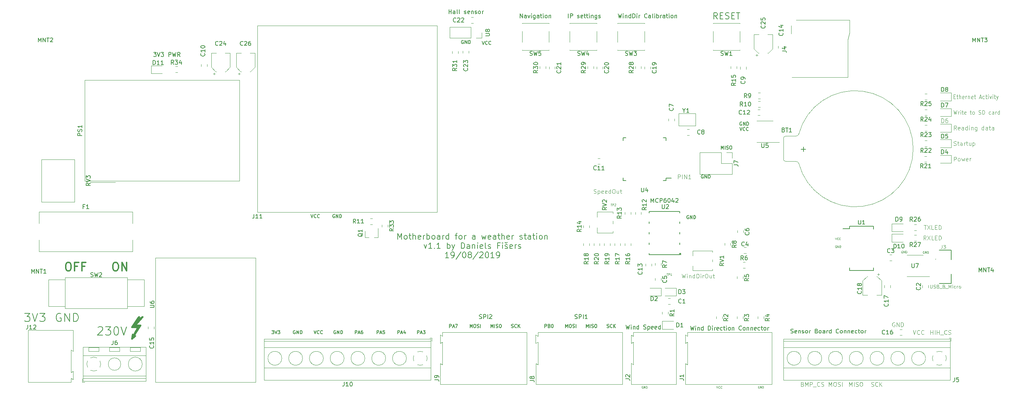
<source format=gbr>
G04 #@! TF.GenerationSoftware,KiCad,Pcbnew,(5.1.2)-2*
G04 #@! TF.CreationDate,2019-08-19T13:28:15+03:00*
G04 #@! TF.ProjectId,Main board,4d61696e-2062-46f6-9172-642e6b696361,rev?*
G04 #@! TF.SameCoordinates,Original*
G04 #@! TF.FileFunction,Legend,Top*
G04 #@! TF.FilePolarity,Positive*
%FSLAX46Y46*%
G04 Gerber Fmt 4.6, Leading zero omitted, Abs format (unit mm)*
G04 Created by KiCad (PCBNEW (5.1.2)-2) date 2019-08-19 13:28:15*
%MOMM*%
%LPD*%
G04 APERTURE LIST*
%ADD10C,0.300000*%
%ADD11C,0.150000*%
%ADD12C,0.125000*%
%ADD13C,0.100000*%
%ADD14C,0.381000*%
%ADD15C,0.120000*%
%ADD16C,0.127000*%
%ADD17C,0.152400*%
%ADD18C,0.050000*%
G04 APERTURE END LIST*
D10*
X44095238Y-91904761D02*
X44476190Y-91904761D01*
X44666666Y-92000000D01*
X44857142Y-92190476D01*
X44952380Y-92571428D01*
X44952380Y-93238095D01*
X44857142Y-93619047D01*
X44666666Y-93809523D01*
X44476190Y-93904761D01*
X44095238Y-93904761D01*
X43904761Y-93809523D01*
X43714285Y-93619047D01*
X43619047Y-93238095D01*
X43619047Y-92571428D01*
X43714285Y-92190476D01*
X43904761Y-92000000D01*
X44095238Y-91904761D01*
X46476190Y-92857142D02*
X45809523Y-92857142D01*
X45809523Y-93904761D02*
X45809523Y-91904761D01*
X46761904Y-91904761D01*
X48190476Y-92857142D02*
X47523809Y-92857142D01*
X47523809Y-93904761D02*
X47523809Y-91904761D01*
X48476190Y-91904761D01*
X55461904Y-91904761D02*
X55842857Y-91904761D01*
X56033333Y-92000000D01*
X56223809Y-92190476D01*
X56319047Y-92571428D01*
X56319047Y-93238095D01*
X56223809Y-93619047D01*
X56033333Y-93809523D01*
X55842857Y-93904761D01*
X55461904Y-93904761D01*
X55271428Y-93809523D01*
X55080952Y-93619047D01*
X54985714Y-93238095D01*
X54985714Y-92571428D01*
X55080952Y-92190476D01*
X55271428Y-92000000D01*
X55461904Y-91904761D01*
X57176190Y-93904761D02*
X57176190Y-91904761D01*
X58319047Y-93904761D01*
X58319047Y-91904761D01*
D11*
X51416666Y-107595238D02*
X51511904Y-107500000D01*
X51702380Y-107404761D01*
X52178571Y-107404761D01*
X52369047Y-107500000D01*
X52464285Y-107595238D01*
X52559523Y-107785714D01*
X52559523Y-107976190D01*
X52464285Y-108261904D01*
X51321428Y-109404761D01*
X52559523Y-109404761D01*
X53226190Y-107404761D02*
X54464285Y-107404761D01*
X53797619Y-108166666D01*
X54083333Y-108166666D01*
X54273809Y-108261904D01*
X54369047Y-108357142D01*
X54464285Y-108547619D01*
X54464285Y-109023809D01*
X54369047Y-109214285D01*
X54273809Y-109309523D01*
X54083333Y-109404761D01*
X53511904Y-109404761D01*
X53321428Y-109309523D01*
X53226190Y-109214285D01*
X55702380Y-107404761D02*
X55892857Y-107404761D01*
X56083333Y-107500000D01*
X56178571Y-107595238D01*
X56273809Y-107785714D01*
X56369047Y-108166666D01*
X56369047Y-108642857D01*
X56273809Y-109023809D01*
X56178571Y-109214285D01*
X56083333Y-109309523D01*
X55892857Y-109404761D01*
X55702380Y-109404761D01*
X55511904Y-109309523D01*
X55416666Y-109214285D01*
X55321428Y-109023809D01*
X55226190Y-108642857D01*
X55226190Y-108166666D01*
X55321428Y-107785714D01*
X55416666Y-107595238D01*
X55511904Y-107500000D01*
X55702380Y-107404761D01*
X56940476Y-107404761D02*
X57607142Y-109404761D01*
X58273809Y-107404761D01*
X42476190Y-104250000D02*
X42285714Y-104154761D01*
X42000000Y-104154761D01*
X41714285Y-104250000D01*
X41523809Y-104440476D01*
X41428571Y-104630952D01*
X41333333Y-105011904D01*
X41333333Y-105297619D01*
X41428571Y-105678571D01*
X41523809Y-105869047D01*
X41714285Y-106059523D01*
X42000000Y-106154761D01*
X42190476Y-106154761D01*
X42476190Y-106059523D01*
X42571428Y-105964285D01*
X42571428Y-105297619D01*
X42190476Y-105297619D01*
X43428571Y-106154761D02*
X43428571Y-104154761D01*
X44571428Y-106154761D01*
X44571428Y-104154761D01*
X45523809Y-106154761D02*
X45523809Y-104154761D01*
X46000000Y-104154761D01*
X46285714Y-104250000D01*
X46476190Y-104440476D01*
X46571428Y-104630952D01*
X46666666Y-105011904D01*
X46666666Y-105297619D01*
X46571428Y-105678571D01*
X46476190Y-105869047D01*
X46285714Y-106059523D01*
X46000000Y-106154761D01*
X45523809Y-106154761D01*
X33773809Y-104154761D02*
X35011904Y-104154761D01*
X34345238Y-104916666D01*
X34630952Y-104916666D01*
X34821428Y-105011904D01*
X34916666Y-105107142D01*
X35011904Y-105297619D01*
X35011904Y-105773809D01*
X34916666Y-105964285D01*
X34821428Y-106059523D01*
X34630952Y-106154761D01*
X34059523Y-106154761D01*
X33869047Y-106059523D01*
X33773809Y-105964285D01*
X35583333Y-104154761D02*
X36250000Y-106154761D01*
X36916666Y-104154761D01*
X37392857Y-104154761D02*
X38630952Y-104154761D01*
X37964285Y-104916666D01*
X38250000Y-104916666D01*
X38440476Y-105011904D01*
X38535714Y-105107142D01*
X38630952Y-105297619D01*
X38630952Y-105773809D01*
X38535714Y-105964285D01*
X38440476Y-106059523D01*
X38250000Y-106154761D01*
X37678571Y-106154761D01*
X37488095Y-106059523D01*
X37392857Y-105964285D01*
X153059523Y-32952380D02*
X153059523Y-31952380D01*
X153630952Y-32952380D01*
X153630952Y-31952380D01*
X154535714Y-32952380D02*
X154535714Y-32428571D01*
X154488095Y-32333333D01*
X154392857Y-32285714D01*
X154202380Y-32285714D01*
X154107142Y-32333333D01*
X154535714Y-32904761D02*
X154440476Y-32952380D01*
X154202380Y-32952380D01*
X154107142Y-32904761D01*
X154059523Y-32809523D01*
X154059523Y-32714285D01*
X154107142Y-32619047D01*
X154202380Y-32571428D01*
X154440476Y-32571428D01*
X154535714Y-32523809D01*
X154916666Y-32285714D02*
X155154761Y-32952380D01*
X155392857Y-32285714D01*
X155773809Y-32952380D02*
X155773809Y-32285714D01*
X155773809Y-31952380D02*
X155726190Y-32000000D01*
X155773809Y-32047619D01*
X155821428Y-32000000D01*
X155773809Y-31952380D01*
X155773809Y-32047619D01*
X156678571Y-32285714D02*
X156678571Y-33095238D01*
X156630952Y-33190476D01*
X156583333Y-33238095D01*
X156488095Y-33285714D01*
X156345238Y-33285714D01*
X156250000Y-33238095D01*
X156678571Y-32904761D02*
X156583333Y-32952380D01*
X156392857Y-32952380D01*
X156297619Y-32904761D01*
X156250000Y-32857142D01*
X156202380Y-32761904D01*
X156202380Y-32476190D01*
X156250000Y-32380952D01*
X156297619Y-32333333D01*
X156392857Y-32285714D01*
X156583333Y-32285714D01*
X156678571Y-32333333D01*
X157583333Y-32952380D02*
X157583333Y-32428571D01*
X157535714Y-32333333D01*
X157440476Y-32285714D01*
X157250000Y-32285714D01*
X157154761Y-32333333D01*
X157583333Y-32904761D02*
X157488095Y-32952380D01*
X157250000Y-32952380D01*
X157154761Y-32904761D01*
X157107142Y-32809523D01*
X157107142Y-32714285D01*
X157154761Y-32619047D01*
X157250000Y-32571428D01*
X157488095Y-32571428D01*
X157583333Y-32523809D01*
X157916666Y-32285714D02*
X158297619Y-32285714D01*
X158059523Y-31952380D02*
X158059523Y-32809523D01*
X158107142Y-32904761D01*
X158202380Y-32952380D01*
X158297619Y-32952380D01*
X158630952Y-32952380D02*
X158630952Y-32285714D01*
X158630952Y-31952380D02*
X158583333Y-32000000D01*
X158630952Y-32047619D01*
X158678571Y-32000000D01*
X158630952Y-31952380D01*
X158630952Y-32047619D01*
X159250000Y-32952380D02*
X159154761Y-32904761D01*
X159107142Y-32857142D01*
X159059523Y-32761904D01*
X159059523Y-32476190D01*
X159107142Y-32380952D01*
X159154761Y-32333333D01*
X159250000Y-32285714D01*
X159392857Y-32285714D01*
X159488095Y-32333333D01*
X159535714Y-32380952D01*
X159583333Y-32476190D01*
X159583333Y-32761904D01*
X159535714Y-32857142D01*
X159488095Y-32904761D01*
X159392857Y-32952380D01*
X159250000Y-32952380D01*
X160011904Y-32285714D02*
X160011904Y-32952380D01*
X160011904Y-32380952D02*
X160059523Y-32333333D01*
X160154761Y-32285714D01*
X160297619Y-32285714D01*
X160392857Y-32333333D01*
X160440476Y-32428571D01*
X160440476Y-32952380D01*
X164666666Y-32952380D02*
X164666666Y-31952380D01*
X165142857Y-32952380D02*
X165142857Y-31952380D01*
X165523809Y-31952380D01*
X165619047Y-32000000D01*
X165666666Y-32047619D01*
X165714285Y-32142857D01*
X165714285Y-32285714D01*
X165666666Y-32380952D01*
X165619047Y-32428571D01*
X165523809Y-32476190D01*
X165142857Y-32476190D01*
X166857142Y-32904761D02*
X166952380Y-32952380D01*
X167142857Y-32952380D01*
X167238095Y-32904761D01*
X167285714Y-32809523D01*
X167285714Y-32761904D01*
X167238095Y-32666666D01*
X167142857Y-32619047D01*
X167000000Y-32619047D01*
X166904761Y-32571428D01*
X166857142Y-32476190D01*
X166857142Y-32428571D01*
X166904761Y-32333333D01*
X167000000Y-32285714D01*
X167142857Y-32285714D01*
X167238095Y-32333333D01*
X168095238Y-32904761D02*
X168000000Y-32952380D01*
X167809523Y-32952380D01*
X167714285Y-32904761D01*
X167666666Y-32809523D01*
X167666666Y-32428571D01*
X167714285Y-32333333D01*
X167809523Y-32285714D01*
X168000000Y-32285714D01*
X168095238Y-32333333D01*
X168142857Y-32428571D01*
X168142857Y-32523809D01*
X167666666Y-32619047D01*
X168428571Y-32285714D02*
X168809523Y-32285714D01*
X168571428Y-31952380D02*
X168571428Y-32809523D01*
X168619047Y-32904761D01*
X168714285Y-32952380D01*
X168809523Y-32952380D01*
X169000000Y-32285714D02*
X169380952Y-32285714D01*
X169142857Y-31952380D02*
X169142857Y-32809523D01*
X169190476Y-32904761D01*
X169285714Y-32952380D01*
X169380952Y-32952380D01*
X169714285Y-32952380D02*
X169714285Y-32285714D01*
X169714285Y-31952380D02*
X169666666Y-32000000D01*
X169714285Y-32047619D01*
X169761904Y-32000000D01*
X169714285Y-31952380D01*
X169714285Y-32047619D01*
X170190476Y-32285714D02*
X170190476Y-32952380D01*
X170190476Y-32380952D02*
X170238095Y-32333333D01*
X170333333Y-32285714D01*
X170476190Y-32285714D01*
X170571428Y-32333333D01*
X170619047Y-32428571D01*
X170619047Y-32952380D01*
X171523809Y-32285714D02*
X171523809Y-33095238D01*
X171476190Y-33190476D01*
X171428571Y-33238095D01*
X171333333Y-33285714D01*
X171190476Y-33285714D01*
X171095238Y-33238095D01*
X171523809Y-32904761D02*
X171428571Y-32952380D01*
X171238095Y-32952380D01*
X171142857Y-32904761D01*
X171095238Y-32857142D01*
X171047619Y-32761904D01*
X171047619Y-32476190D01*
X171095238Y-32380952D01*
X171142857Y-32333333D01*
X171238095Y-32285714D01*
X171428571Y-32285714D01*
X171523809Y-32333333D01*
X171952380Y-32904761D02*
X172047619Y-32952380D01*
X172238095Y-32952380D01*
X172333333Y-32904761D01*
X172380952Y-32809523D01*
X172380952Y-32761904D01*
X172333333Y-32666666D01*
X172238095Y-32619047D01*
X172095238Y-32619047D01*
X172000000Y-32571428D01*
X171952380Y-32476190D01*
X171952380Y-32428571D01*
X172000000Y-32333333D01*
X172095238Y-32285714D01*
X172238095Y-32285714D01*
X172333333Y-32333333D01*
X176654761Y-31952380D02*
X176892857Y-32952380D01*
X177083333Y-32238095D01*
X177273809Y-32952380D01*
X177511904Y-31952380D01*
X177892857Y-32952380D02*
X177892857Y-32285714D01*
X177892857Y-31952380D02*
X177845238Y-32000000D01*
X177892857Y-32047619D01*
X177940476Y-32000000D01*
X177892857Y-31952380D01*
X177892857Y-32047619D01*
X178369047Y-32285714D02*
X178369047Y-32952380D01*
X178369047Y-32380952D02*
X178416666Y-32333333D01*
X178511904Y-32285714D01*
X178654761Y-32285714D01*
X178750000Y-32333333D01*
X178797619Y-32428571D01*
X178797619Y-32952380D01*
X179702380Y-32952380D02*
X179702380Y-31952380D01*
X179702380Y-32904761D02*
X179607142Y-32952380D01*
X179416666Y-32952380D01*
X179321428Y-32904761D01*
X179273809Y-32857142D01*
X179226190Y-32761904D01*
X179226190Y-32476190D01*
X179273809Y-32380952D01*
X179321428Y-32333333D01*
X179416666Y-32285714D01*
X179607142Y-32285714D01*
X179702380Y-32333333D01*
X180178571Y-32952380D02*
X180178571Y-31952380D01*
X180416666Y-31952380D01*
X180559523Y-32000000D01*
X180654761Y-32095238D01*
X180702380Y-32190476D01*
X180750000Y-32380952D01*
X180750000Y-32523809D01*
X180702380Y-32714285D01*
X180654761Y-32809523D01*
X180559523Y-32904761D01*
X180416666Y-32952380D01*
X180178571Y-32952380D01*
X181178571Y-32952380D02*
X181178571Y-32285714D01*
X181178571Y-31952380D02*
X181130952Y-32000000D01*
X181178571Y-32047619D01*
X181226190Y-32000000D01*
X181178571Y-31952380D01*
X181178571Y-32047619D01*
X181654761Y-32952380D02*
X181654761Y-32285714D01*
X181654761Y-32476190D02*
X181702380Y-32380952D01*
X181750000Y-32333333D01*
X181845238Y-32285714D01*
X181940476Y-32285714D01*
X183607142Y-32857142D02*
X183559523Y-32904761D01*
X183416666Y-32952380D01*
X183321428Y-32952380D01*
X183178571Y-32904761D01*
X183083333Y-32809523D01*
X183035714Y-32714285D01*
X182988095Y-32523809D01*
X182988095Y-32380952D01*
X183035714Y-32190476D01*
X183083333Y-32095238D01*
X183178571Y-32000000D01*
X183321428Y-31952380D01*
X183416666Y-31952380D01*
X183559523Y-32000000D01*
X183607142Y-32047619D01*
X184464285Y-32952380D02*
X184464285Y-32428571D01*
X184416666Y-32333333D01*
X184321428Y-32285714D01*
X184130952Y-32285714D01*
X184035714Y-32333333D01*
X184464285Y-32904761D02*
X184369047Y-32952380D01*
X184130952Y-32952380D01*
X184035714Y-32904761D01*
X183988095Y-32809523D01*
X183988095Y-32714285D01*
X184035714Y-32619047D01*
X184130952Y-32571428D01*
X184369047Y-32571428D01*
X184464285Y-32523809D01*
X185083333Y-32952380D02*
X184988095Y-32904761D01*
X184940476Y-32809523D01*
X184940476Y-31952380D01*
X185464285Y-32952380D02*
X185464285Y-32285714D01*
X185464285Y-31952380D02*
X185416666Y-32000000D01*
X185464285Y-32047619D01*
X185511904Y-32000000D01*
X185464285Y-31952380D01*
X185464285Y-32047619D01*
X185940476Y-32952380D02*
X185940476Y-31952380D01*
X185940476Y-32333333D02*
X186035714Y-32285714D01*
X186226190Y-32285714D01*
X186321428Y-32333333D01*
X186369047Y-32380952D01*
X186416666Y-32476190D01*
X186416666Y-32761904D01*
X186369047Y-32857142D01*
X186321428Y-32904761D01*
X186226190Y-32952380D01*
X186035714Y-32952380D01*
X185940476Y-32904761D01*
X186845238Y-32952380D02*
X186845238Y-32285714D01*
X186845238Y-32476190D02*
X186892857Y-32380952D01*
X186940476Y-32333333D01*
X187035714Y-32285714D01*
X187130952Y-32285714D01*
X187892857Y-32952380D02*
X187892857Y-32428571D01*
X187845238Y-32333333D01*
X187750000Y-32285714D01*
X187559523Y-32285714D01*
X187464285Y-32333333D01*
X187892857Y-32904761D02*
X187797619Y-32952380D01*
X187559523Y-32952380D01*
X187464285Y-32904761D01*
X187416666Y-32809523D01*
X187416666Y-32714285D01*
X187464285Y-32619047D01*
X187559523Y-32571428D01*
X187797619Y-32571428D01*
X187892857Y-32523809D01*
X188226190Y-32285714D02*
X188607142Y-32285714D01*
X188369047Y-31952380D02*
X188369047Y-32809523D01*
X188416666Y-32904761D01*
X188511904Y-32952380D01*
X188607142Y-32952380D01*
X188940476Y-32952380D02*
X188940476Y-32285714D01*
X188940476Y-31952380D02*
X188892857Y-32000000D01*
X188940476Y-32047619D01*
X188988095Y-32000000D01*
X188940476Y-31952380D01*
X188940476Y-32047619D01*
X189559523Y-32952380D02*
X189464285Y-32904761D01*
X189416666Y-32857142D01*
X189369047Y-32761904D01*
X189369047Y-32476190D01*
X189416666Y-32380952D01*
X189464285Y-32333333D01*
X189559523Y-32285714D01*
X189702380Y-32285714D01*
X189797619Y-32333333D01*
X189845238Y-32380952D01*
X189892857Y-32476190D01*
X189892857Y-32761904D01*
X189845238Y-32857142D01*
X189797619Y-32904761D01*
X189702380Y-32952380D01*
X189559523Y-32952380D01*
X190321428Y-32285714D02*
X190321428Y-32952380D01*
X190321428Y-32380952D02*
X190369047Y-32333333D01*
X190464285Y-32285714D01*
X190607142Y-32285714D01*
X190702380Y-32333333D01*
X190750000Y-32428571D01*
X190750000Y-32952380D01*
X200571428Y-33178571D02*
X200071428Y-32464285D01*
X199714285Y-33178571D02*
X199714285Y-31678571D01*
X200285714Y-31678571D01*
X200428571Y-31750000D01*
X200500000Y-31821428D01*
X200571428Y-31964285D01*
X200571428Y-32178571D01*
X200500000Y-32321428D01*
X200428571Y-32392857D01*
X200285714Y-32464285D01*
X199714285Y-32464285D01*
X201214285Y-32392857D02*
X201714285Y-32392857D01*
X201928571Y-33178571D02*
X201214285Y-33178571D01*
X201214285Y-31678571D01*
X201928571Y-31678571D01*
X202500000Y-33107142D02*
X202714285Y-33178571D01*
X203071428Y-33178571D01*
X203214285Y-33107142D01*
X203285714Y-33035714D01*
X203357142Y-32892857D01*
X203357142Y-32750000D01*
X203285714Y-32607142D01*
X203214285Y-32535714D01*
X203071428Y-32464285D01*
X202785714Y-32392857D01*
X202642857Y-32321428D01*
X202571428Y-32250000D01*
X202500000Y-32107142D01*
X202500000Y-31964285D01*
X202571428Y-31821428D01*
X202642857Y-31750000D01*
X202785714Y-31678571D01*
X203142857Y-31678571D01*
X203357142Y-31750000D01*
X204000000Y-32392857D02*
X204500000Y-32392857D01*
X204714285Y-33178571D02*
X204000000Y-33178571D01*
X204000000Y-31678571D01*
X204714285Y-31678571D01*
X205142857Y-31678571D02*
X206000000Y-31678571D01*
X205571428Y-33178571D02*
X205571428Y-31678571D01*
X123599999Y-86283333D02*
X123599999Y-84883333D01*
X124066666Y-85883333D01*
X124533333Y-84883333D01*
X124533333Y-86283333D01*
X125399999Y-86283333D02*
X125266666Y-86216666D01*
X125199999Y-86150000D01*
X125133333Y-86016666D01*
X125133333Y-85616666D01*
X125199999Y-85483333D01*
X125266666Y-85416666D01*
X125399999Y-85350000D01*
X125599999Y-85350000D01*
X125733333Y-85416666D01*
X125799999Y-85483333D01*
X125866666Y-85616666D01*
X125866666Y-86016666D01*
X125799999Y-86150000D01*
X125733333Y-86216666D01*
X125599999Y-86283333D01*
X125399999Y-86283333D01*
X126266666Y-85350000D02*
X126799999Y-85350000D01*
X126466666Y-84883333D02*
X126466666Y-86083333D01*
X126533333Y-86216666D01*
X126666666Y-86283333D01*
X126799999Y-86283333D01*
X127266666Y-86283333D02*
X127266666Y-84883333D01*
X127866666Y-86283333D02*
X127866666Y-85550000D01*
X127799999Y-85416666D01*
X127666666Y-85350000D01*
X127466666Y-85350000D01*
X127333333Y-85416666D01*
X127266666Y-85483333D01*
X129066666Y-86216666D02*
X128933333Y-86283333D01*
X128666666Y-86283333D01*
X128533333Y-86216666D01*
X128466666Y-86083333D01*
X128466666Y-85550000D01*
X128533333Y-85416666D01*
X128666666Y-85350000D01*
X128933333Y-85350000D01*
X129066666Y-85416666D01*
X129133333Y-85550000D01*
X129133333Y-85683333D01*
X128466666Y-85816666D01*
X129733333Y-86283333D02*
X129733333Y-85350000D01*
X129733333Y-85616666D02*
X129799999Y-85483333D01*
X129866666Y-85416666D01*
X129999999Y-85350000D01*
X130133333Y-85350000D01*
X130599999Y-86283333D02*
X130599999Y-84883333D01*
X130599999Y-85416666D02*
X130733333Y-85350000D01*
X130999999Y-85350000D01*
X131133333Y-85416666D01*
X131199999Y-85483333D01*
X131266666Y-85616666D01*
X131266666Y-86016666D01*
X131199999Y-86150000D01*
X131133333Y-86216666D01*
X130999999Y-86283333D01*
X130733333Y-86283333D01*
X130599999Y-86216666D01*
X132066666Y-86283333D02*
X131933333Y-86216666D01*
X131866666Y-86150000D01*
X131799999Y-86016666D01*
X131799999Y-85616666D01*
X131866666Y-85483333D01*
X131933333Y-85416666D01*
X132066666Y-85350000D01*
X132266666Y-85350000D01*
X132399999Y-85416666D01*
X132466666Y-85483333D01*
X132533333Y-85616666D01*
X132533333Y-86016666D01*
X132466666Y-86150000D01*
X132399999Y-86216666D01*
X132266666Y-86283333D01*
X132066666Y-86283333D01*
X133733333Y-86283333D02*
X133733333Y-85550000D01*
X133666666Y-85416666D01*
X133533333Y-85350000D01*
X133266666Y-85350000D01*
X133133333Y-85416666D01*
X133733333Y-86216666D02*
X133599999Y-86283333D01*
X133266666Y-86283333D01*
X133133333Y-86216666D01*
X133066666Y-86083333D01*
X133066666Y-85950000D01*
X133133333Y-85816666D01*
X133266666Y-85750000D01*
X133599999Y-85750000D01*
X133733333Y-85683333D01*
X134400000Y-86283333D02*
X134400000Y-85350000D01*
X134400000Y-85616666D02*
X134466666Y-85483333D01*
X134533333Y-85416666D01*
X134666666Y-85350000D01*
X134800000Y-85350000D01*
X135866666Y-86283333D02*
X135866666Y-84883333D01*
X135866666Y-86216666D02*
X135733333Y-86283333D01*
X135466666Y-86283333D01*
X135333333Y-86216666D01*
X135266666Y-86150000D01*
X135200000Y-86016666D01*
X135200000Y-85616666D01*
X135266666Y-85483333D01*
X135333333Y-85416666D01*
X135466666Y-85350000D01*
X135733333Y-85350000D01*
X135866666Y-85416666D01*
X137400000Y-85350000D02*
X137933333Y-85350000D01*
X137600000Y-86283333D02*
X137600000Y-85083333D01*
X137666666Y-84950000D01*
X137800000Y-84883333D01*
X137933333Y-84883333D01*
X138600000Y-86283333D02*
X138466666Y-86216666D01*
X138400000Y-86150000D01*
X138333333Y-86016666D01*
X138333333Y-85616666D01*
X138400000Y-85483333D01*
X138466666Y-85416666D01*
X138600000Y-85350000D01*
X138800000Y-85350000D01*
X138933333Y-85416666D01*
X139000000Y-85483333D01*
X139066666Y-85616666D01*
X139066666Y-86016666D01*
X139000000Y-86150000D01*
X138933333Y-86216666D01*
X138800000Y-86283333D01*
X138600000Y-86283333D01*
X139666666Y-86283333D02*
X139666666Y-85350000D01*
X139666666Y-85616666D02*
X139733333Y-85483333D01*
X139800000Y-85416666D01*
X139933333Y-85350000D01*
X140066666Y-85350000D01*
X142200000Y-86283333D02*
X142200000Y-85550000D01*
X142133333Y-85416666D01*
X142000000Y-85350000D01*
X141733333Y-85350000D01*
X141600000Y-85416666D01*
X142200000Y-86216666D02*
X142066666Y-86283333D01*
X141733333Y-86283333D01*
X141600000Y-86216666D01*
X141533333Y-86083333D01*
X141533333Y-85950000D01*
X141600000Y-85816666D01*
X141733333Y-85750000D01*
X142066666Y-85750000D01*
X142200000Y-85683333D01*
X143800000Y-85350000D02*
X144066666Y-86283333D01*
X144333333Y-85616666D01*
X144600000Y-86283333D01*
X144866666Y-85350000D01*
X145933333Y-86216666D02*
X145800000Y-86283333D01*
X145533333Y-86283333D01*
X145400000Y-86216666D01*
X145333333Y-86083333D01*
X145333333Y-85550000D01*
X145400000Y-85416666D01*
X145533333Y-85350000D01*
X145800000Y-85350000D01*
X145933333Y-85416666D01*
X146000000Y-85550000D01*
X146000000Y-85683333D01*
X145333333Y-85816666D01*
X147200000Y-86283333D02*
X147200000Y-85550000D01*
X147133333Y-85416666D01*
X147000000Y-85350000D01*
X146733333Y-85350000D01*
X146600000Y-85416666D01*
X147200000Y-86216666D02*
X147066666Y-86283333D01*
X146733333Y-86283333D01*
X146600000Y-86216666D01*
X146533333Y-86083333D01*
X146533333Y-85950000D01*
X146600000Y-85816666D01*
X146733333Y-85750000D01*
X147066666Y-85750000D01*
X147200000Y-85683333D01*
X147666666Y-85350000D02*
X148200000Y-85350000D01*
X147866666Y-84883333D02*
X147866666Y-86083333D01*
X147933333Y-86216666D01*
X148066666Y-86283333D01*
X148200000Y-86283333D01*
X148666666Y-86283333D02*
X148666666Y-84883333D01*
X149266666Y-86283333D02*
X149266666Y-85550000D01*
X149200000Y-85416666D01*
X149066666Y-85350000D01*
X148866666Y-85350000D01*
X148733333Y-85416666D01*
X148666666Y-85483333D01*
X150466666Y-86216666D02*
X150333333Y-86283333D01*
X150066666Y-86283333D01*
X149933333Y-86216666D01*
X149866666Y-86083333D01*
X149866666Y-85550000D01*
X149933333Y-85416666D01*
X150066666Y-85350000D01*
X150333333Y-85350000D01*
X150466666Y-85416666D01*
X150533333Y-85550000D01*
X150533333Y-85683333D01*
X149866666Y-85816666D01*
X151133333Y-86283333D02*
X151133333Y-85350000D01*
X151133333Y-85616666D02*
X151200000Y-85483333D01*
X151266666Y-85416666D01*
X151400000Y-85350000D01*
X151533333Y-85350000D01*
X153000000Y-86216666D02*
X153133333Y-86283333D01*
X153400000Y-86283333D01*
X153533333Y-86216666D01*
X153600000Y-86083333D01*
X153600000Y-86016666D01*
X153533333Y-85883333D01*
X153400000Y-85816666D01*
X153200000Y-85816666D01*
X153066666Y-85750000D01*
X153000000Y-85616666D01*
X153000000Y-85550000D01*
X153066666Y-85416666D01*
X153200000Y-85350000D01*
X153400000Y-85350000D01*
X153533333Y-85416666D01*
X154000000Y-85350000D02*
X154533333Y-85350000D01*
X154200000Y-84883333D02*
X154200000Y-86083333D01*
X154266666Y-86216666D01*
X154400000Y-86283333D01*
X154533333Y-86283333D01*
X155600000Y-86283333D02*
X155600000Y-85550000D01*
X155533333Y-85416666D01*
X155400000Y-85350000D01*
X155133333Y-85350000D01*
X155000000Y-85416666D01*
X155600000Y-86216666D02*
X155466666Y-86283333D01*
X155133333Y-86283333D01*
X155000000Y-86216666D01*
X154933333Y-86083333D01*
X154933333Y-85950000D01*
X155000000Y-85816666D01*
X155133333Y-85750000D01*
X155466666Y-85750000D01*
X155600000Y-85683333D01*
X156066666Y-85350000D02*
X156600000Y-85350000D01*
X156266666Y-84883333D02*
X156266666Y-86083333D01*
X156333333Y-86216666D01*
X156466666Y-86283333D01*
X156600000Y-86283333D01*
X157066666Y-86283333D02*
X157066666Y-85350000D01*
X157066666Y-84883333D02*
X157000000Y-84950000D01*
X157066666Y-85016666D01*
X157133333Y-84950000D01*
X157066666Y-84883333D01*
X157066666Y-85016666D01*
X157933333Y-86283333D02*
X157800000Y-86216666D01*
X157733333Y-86150000D01*
X157666666Y-86016666D01*
X157666666Y-85616666D01*
X157733333Y-85483333D01*
X157800000Y-85416666D01*
X157933333Y-85350000D01*
X158133333Y-85350000D01*
X158266666Y-85416666D01*
X158333333Y-85483333D01*
X158400000Y-85616666D01*
X158400000Y-86016666D01*
X158333333Y-86150000D01*
X158266666Y-86216666D01*
X158133333Y-86283333D01*
X157933333Y-86283333D01*
X159000000Y-85350000D02*
X159000000Y-86283333D01*
X159000000Y-85483333D02*
X159066666Y-85416666D01*
X159200000Y-85350000D01*
X159400000Y-85350000D01*
X159533333Y-85416666D01*
X159600000Y-85550000D01*
X159600000Y-86283333D01*
X129900000Y-87600000D02*
X130233333Y-88533333D01*
X130566666Y-87600000D01*
X131833333Y-88533333D02*
X131033333Y-88533333D01*
X131433333Y-88533333D02*
X131433333Y-87133333D01*
X131300000Y-87333333D01*
X131166666Y-87466666D01*
X131033333Y-87533333D01*
X132433333Y-88400000D02*
X132500000Y-88466666D01*
X132433333Y-88533333D01*
X132366666Y-88466666D01*
X132433333Y-88400000D01*
X132433333Y-88533333D01*
X133833333Y-88533333D02*
X133033333Y-88533333D01*
X133433333Y-88533333D02*
X133433333Y-87133333D01*
X133300000Y-87333333D01*
X133166666Y-87466666D01*
X133033333Y-87533333D01*
X135500000Y-88533333D02*
X135500000Y-87133333D01*
X135500000Y-87666666D02*
X135633333Y-87600000D01*
X135900000Y-87600000D01*
X136033333Y-87666666D01*
X136100000Y-87733333D01*
X136166666Y-87866666D01*
X136166666Y-88266666D01*
X136100000Y-88400000D01*
X136033333Y-88466666D01*
X135900000Y-88533333D01*
X135633333Y-88533333D01*
X135500000Y-88466666D01*
X136633333Y-87600000D02*
X136966666Y-88533333D01*
X137300000Y-87600000D02*
X136966666Y-88533333D01*
X136833333Y-88866666D01*
X136766666Y-88933333D01*
X136633333Y-89000000D01*
X138900000Y-88533333D02*
X138900000Y-87133333D01*
X139233333Y-87133333D01*
X139433333Y-87200000D01*
X139566666Y-87333333D01*
X139633333Y-87466666D01*
X139700000Y-87733333D01*
X139700000Y-87933333D01*
X139633333Y-88200000D01*
X139566666Y-88333333D01*
X139433333Y-88466666D01*
X139233333Y-88533333D01*
X138900000Y-88533333D01*
X140900000Y-88533333D02*
X140900000Y-87800000D01*
X140833333Y-87666666D01*
X140700000Y-87600000D01*
X140433333Y-87600000D01*
X140300000Y-87666666D01*
X140900000Y-88466666D02*
X140766666Y-88533333D01*
X140433333Y-88533333D01*
X140300000Y-88466666D01*
X140233333Y-88333333D01*
X140233333Y-88200000D01*
X140300000Y-88066666D01*
X140433333Y-88000000D01*
X140766666Y-88000000D01*
X140900000Y-87933333D01*
X141566666Y-87600000D02*
X141566666Y-88533333D01*
X141566666Y-87733333D02*
X141633333Y-87666666D01*
X141766666Y-87600000D01*
X141966666Y-87600000D01*
X142100000Y-87666666D01*
X142166666Y-87800000D01*
X142166666Y-88533333D01*
X142833333Y-88533333D02*
X142833333Y-87600000D01*
X142833333Y-87133333D02*
X142766666Y-87200000D01*
X142833333Y-87266666D01*
X142900000Y-87200000D01*
X142833333Y-87133333D01*
X142833333Y-87266666D01*
X144033333Y-88466666D02*
X143900000Y-88533333D01*
X143633333Y-88533333D01*
X143500000Y-88466666D01*
X143433333Y-88333333D01*
X143433333Y-87800000D01*
X143500000Y-87666666D01*
X143633333Y-87600000D01*
X143900000Y-87600000D01*
X144033333Y-87666666D01*
X144100000Y-87800000D01*
X144100000Y-87933333D01*
X143433333Y-88066666D01*
X144900000Y-88533333D02*
X144766666Y-88466666D01*
X144700000Y-88333333D01*
X144700000Y-87133333D01*
X145366666Y-88466666D02*
X145500000Y-88533333D01*
X145766666Y-88533333D01*
X145900000Y-88466666D01*
X145966666Y-88333333D01*
X145966666Y-88266666D01*
X145900000Y-88133333D01*
X145766666Y-88066666D01*
X145566666Y-88066666D01*
X145433333Y-88000000D01*
X145366666Y-87866666D01*
X145366666Y-87800000D01*
X145433333Y-87666666D01*
X145566666Y-87600000D01*
X145766666Y-87600000D01*
X145900000Y-87666666D01*
X148100000Y-87800000D02*
X147633333Y-87800000D01*
X147633333Y-88533333D02*
X147633333Y-87133333D01*
X148300000Y-87133333D01*
X148833333Y-88533333D02*
X148833333Y-87600000D01*
X148833333Y-87133333D02*
X148766666Y-87200000D01*
X148833333Y-87266666D01*
X148900000Y-87200000D01*
X148833333Y-87133333D01*
X148833333Y-87266666D01*
X149433333Y-88466666D02*
X149566666Y-88533333D01*
X149833333Y-88533333D01*
X149966666Y-88466666D01*
X150033333Y-88333333D01*
X150033333Y-88266666D01*
X149966666Y-88133333D01*
X149833333Y-88066666D01*
X149633333Y-88066666D01*
X149500000Y-88000000D01*
X149433333Y-87866666D01*
X149433333Y-87800000D01*
X149500000Y-87666666D01*
X149633333Y-87600000D01*
X149833333Y-87600000D01*
X149966666Y-87666666D01*
X149433333Y-87066666D02*
X149700000Y-87266666D01*
X149966666Y-87066666D01*
X151166666Y-88466666D02*
X151033333Y-88533333D01*
X150766666Y-88533333D01*
X150633333Y-88466666D01*
X150566666Y-88333333D01*
X150566666Y-87800000D01*
X150633333Y-87666666D01*
X150766666Y-87600000D01*
X151033333Y-87600000D01*
X151166666Y-87666666D01*
X151233333Y-87800000D01*
X151233333Y-87933333D01*
X150566666Y-88066666D01*
X151833333Y-88533333D02*
X151833333Y-87600000D01*
X151833333Y-87866666D02*
X151900000Y-87733333D01*
X151966666Y-87666666D01*
X152100000Y-87600000D01*
X152233333Y-87600000D01*
X152633333Y-88466666D02*
X152766666Y-88533333D01*
X153033333Y-88533333D01*
X153166666Y-88466666D01*
X153233333Y-88333333D01*
X153233333Y-88266666D01*
X153166666Y-88133333D01*
X153033333Y-88066666D01*
X152833333Y-88066666D01*
X152700000Y-88000000D01*
X152633333Y-87866666D01*
X152633333Y-87800000D01*
X152700000Y-87666666D01*
X152833333Y-87600000D01*
X153033333Y-87600000D01*
X153166666Y-87666666D01*
X135866666Y-90783333D02*
X135066666Y-90783333D01*
X135466666Y-90783333D02*
X135466666Y-89383333D01*
X135333333Y-89583333D01*
X135200000Y-89716666D01*
X135066666Y-89783333D01*
X136533333Y-90783333D02*
X136800000Y-90783333D01*
X136933333Y-90716666D01*
X137000000Y-90650000D01*
X137133333Y-90450000D01*
X137200000Y-90183333D01*
X137200000Y-89650000D01*
X137133333Y-89516666D01*
X137066666Y-89450000D01*
X136933333Y-89383333D01*
X136666666Y-89383333D01*
X136533333Y-89450000D01*
X136466666Y-89516666D01*
X136400000Y-89650000D01*
X136400000Y-89983333D01*
X136466666Y-90116666D01*
X136533333Y-90183333D01*
X136666666Y-90250000D01*
X136933333Y-90250000D01*
X137066666Y-90183333D01*
X137133333Y-90116666D01*
X137200000Y-89983333D01*
X138800000Y-89316666D02*
X137600000Y-91116666D01*
X139533333Y-89383333D02*
X139666666Y-89383333D01*
X139800000Y-89450000D01*
X139866666Y-89516666D01*
X139933333Y-89650000D01*
X140000000Y-89916666D01*
X140000000Y-90250000D01*
X139933333Y-90516666D01*
X139866666Y-90650000D01*
X139800000Y-90716666D01*
X139666666Y-90783333D01*
X139533333Y-90783333D01*
X139400000Y-90716666D01*
X139333333Y-90650000D01*
X139266666Y-90516666D01*
X139200000Y-90250000D01*
X139200000Y-89916666D01*
X139266666Y-89650000D01*
X139333333Y-89516666D01*
X139400000Y-89450000D01*
X139533333Y-89383333D01*
X140800000Y-89983333D02*
X140666666Y-89916666D01*
X140600000Y-89850000D01*
X140533333Y-89716666D01*
X140533333Y-89650000D01*
X140600000Y-89516666D01*
X140666666Y-89450000D01*
X140800000Y-89383333D01*
X141066666Y-89383333D01*
X141200000Y-89450000D01*
X141266666Y-89516666D01*
X141333333Y-89650000D01*
X141333333Y-89716666D01*
X141266666Y-89850000D01*
X141200000Y-89916666D01*
X141066666Y-89983333D01*
X140800000Y-89983333D01*
X140666666Y-90050000D01*
X140600000Y-90116666D01*
X140533333Y-90250000D01*
X140533333Y-90516666D01*
X140600000Y-90650000D01*
X140666666Y-90716666D01*
X140800000Y-90783333D01*
X141066666Y-90783333D01*
X141200000Y-90716666D01*
X141266666Y-90650000D01*
X141333333Y-90516666D01*
X141333333Y-90250000D01*
X141266666Y-90116666D01*
X141200000Y-90050000D01*
X141066666Y-89983333D01*
X142933333Y-89316666D02*
X141733333Y-91116666D01*
X143333333Y-89516666D02*
X143400000Y-89450000D01*
X143533333Y-89383333D01*
X143866666Y-89383333D01*
X144000000Y-89450000D01*
X144066666Y-89516666D01*
X144133333Y-89650000D01*
X144133333Y-89783333D01*
X144066666Y-89983333D01*
X143266666Y-90783333D01*
X144133333Y-90783333D01*
X145000000Y-89383333D02*
X145133333Y-89383333D01*
X145266666Y-89450000D01*
X145333333Y-89516666D01*
X145400000Y-89650000D01*
X145466666Y-89916666D01*
X145466666Y-90250000D01*
X145400000Y-90516666D01*
X145333333Y-90650000D01*
X145266666Y-90716666D01*
X145133333Y-90783333D01*
X145000000Y-90783333D01*
X144866666Y-90716666D01*
X144800000Y-90650000D01*
X144733333Y-90516666D01*
X144666666Y-90250000D01*
X144666666Y-89916666D01*
X144733333Y-89650000D01*
X144800000Y-89516666D01*
X144866666Y-89450000D01*
X145000000Y-89383333D01*
X146800000Y-90783333D02*
X146000000Y-90783333D01*
X146400000Y-90783333D02*
X146400000Y-89383333D01*
X146266666Y-89583333D01*
X146133333Y-89716666D01*
X146000000Y-89783333D01*
X147466666Y-90783333D02*
X147733333Y-90783333D01*
X147866666Y-90716666D01*
X147933333Y-90650000D01*
X148066666Y-90450000D01*
X148133333Y-90183333D01*
X148133333Y-89650000D01*
X148066666Y-89516666D01*
X148000000Y-89450000D01*
X147866666Y-89383333D01*
X147600000Y-89383333D01*
X147466666Y-89450000D01*
X147400000Y-89516666D01*
X147333333Y-89650000D01*
X147333333Y-89983333D01*
X147400000Y-90116666D01*
X147466666Y-90183333D01*
X147600000Y-90250000D01*
X147866666Y-90250000D01*
X148000000Y-90183333D01*
X148066666Y-90116666D01*
X148133333Y-89983333D01*
X135904761Y-31952380D02*
X135904761Y-30952380D01*
X135904761Y-31428571D02*
X136476190Y-31428571D01*
X136476190Y-31952380D02*
X136476190Y-30952380D01*
X137380952Y-31952380D02*
X137380952Y-31428571D01*
X137333333Y-31333333D01*
X137238095Y-31285714D01*
X137047619Y-31285714D01*
X136952380Y-31333333D01*
X137380952Y-31904761D02*
X137285714Y-31952380D01*
X137047619Y-31952380D01*
X136952380Y-31904761D01*
X136904761Y-31809523D01*
X136904761Y-31714285D01*
X136952380Y-31619047D01*
X137047619Y-31571428D01*
X137285714Y-31571428D01*
X137380952Y-31523809D01*
X138000000Y-31952380D02*
X137904761Y-31904761D01*
X137857142Y-31809523D01*
X137857142Y-30952380D01*
X138523809Y-31952380D02*
X138428571Y-31904761D01*
X138380952Y-31809523D01*
X138380952Y-30952380D01*
X139619047Y-31904761D02*
X139714285Y-31952380D01*
X139904761Y-31952380D01*
X140000000Y-31904761D01*
X140047619Y-31809523D01*
X140047619Y-31761904D01*
X140000000Y-31666666D01*
X139904761Y-31619047D01*
X139761904Y-31619047D01*
X139666666Y-31571428D01*
X139619047Y-31476190D01*
X139619047Y-31428571D01*
X139666666Y-31333333D01*
X139761904Y-31285714D01*
X139904761Y-31285714D01*
X140000000Y-31333333D01*
X140857142Y-31904761D02*
X140761904Y-31952380D01*
X140571428Y-31952380D01*
X140476190Y-31904761D01*
X140428571Y-31809523D01*
X140428571Y-31428571D01*
X140476190Y-31333333D01*
X140571428Y-31285714D01*
X140761904Y-31285714D01*
X140857142Y-31333333D01*
X140904761Y-31428571D01*
X140904761Y-31523809D01*
X140428571Y-31619047D01*
X141333333Y-31285714D02*
X141333333Y-31952380D01*
X141333333Y-31380952D02*
X141380952Y-31333333D01*
X141476190Y-31285714D01*
X141619047Y-31285714D01*
X141714285Y-31333333D01*
X141761904Y-31428571D01*
X141761904Y-31952380D01*
X142190476Y-31904761D02*
X142285714Y-31952380D01*
X142476190Y-31952380D01*
X142571428Y-31904761D01*
X142619047Y-31809523D01*
X142619047Y-31761904D01*
X142571428Y-31666666D01*
X142476190Y-31619047D01*
X142333333Y-31619047D01*
X142238095Y-31571428D01*
X142190476Y-31476190D01*
X142190476Y-31428571D01*
X142238095Y-31333333D01*
X142333333Y-31285714D01*
X142476190Y-31285714D01*
X142571428Y-31333333D01*
X143190476Y-31952380D02*
X143095238Y-31904761D01*
X143047619Y-31857142D01*
X143000000Y-31761904D01*
X143000000Y-31476190D01*
X143047619Y-31380952D01*
X143095238Y-31333333D01*
X143190476Y-31285714D01*
X143333333Y-31285714D01*
X143428571Y-31333333D01*
X143476190Y-31380952D01*
X143523809Y-31476190D01*
X143523809Y-31761904D01*
X143476190Y-31857142D01*
X143428571Y-31904761D01*
X143333333Y-31952380D01*
X143190476Y-31952380D01*
X143952380Y-31952380D02*
X143952380Y-31285714D01*
X143952380Y-31476190D02*
X144000000Y-31380952D01*
X144047619Y-31333333D01*
X144142857Y-31285714D01*
X144238095Y-31285714D01*
X64809523Y-41252380D02*
X65428571Y-41252380D01*
X65095238Y-41633333D01*
X65238095Y-41633333D01*
X65333333Y-41680952D01*
X65380952Y-41728571D01*
X65428571Y-41823809D01*
X65428571Y-42061904D01*
X65380952Y-42157142D01*
X65333333Y-42204761D01*
X65238095Y-42252380D01*
X64952380Y-42252380D01*
X64857142Y-42204761D01*
X64809523Y-42157142D01*
X65714285Y-41252380D02*
X66047619Y-42252380D01*
X66380952Y-41252380D01*
X66619047Y-41252380D02*
X67238095Y-41252380D01*
X66904761Y-41633333D01*
X67047619Y-41633333D01*
X67142857Y-41680952D01*
X67190476Y-41728571D01*
X67238095Y-41823809D01*
X67238095Y-42061904D01*
X67190476Y-42157142D01*
X67142857Y-42204761D01*
X67047619Y-42252380D01*
X66761904Y-42252380D01*
X66666666Y-42204761D01*
X66619047Y-42157142D01*
X68428571Y-42252380D02*
X68428571Y-41252380D01*
X68809523Y-41252380D01*
X68904761Y-41300000D01*
X68952380Y-41347619D01*
X69000000Y-41442857D01*
X69000000Y-41585714D01*
X68952380Y-41680952D01*
X68904761Y-41728571D01*
X68809523Y-41776190D01*
X68428571Y-41776190D01*
X69333333Y-41252380D02*
X69571428Y-42252380D01*
X69761904Y-41538095D01*
X69952380Y-42252380D01*
X70190476Y-41252380D01*
X71142857Y-42252380D02*
X70809523Y-41776190D01*
X70571428Y-42252380D02*
X70571428Y-41252380D01*
X70952380Y-41252380D01*
X71047619Y-41300000D01*
X71095238Y-41347619D01*
X71142857Y-41442857D01*
X71142857Y-41585714D01*
X71095238Y-41680952D01*
X71047619Y-41728571D01*
X70952380Y-41776190D01*
X70571428Y-41776190D01*
D12*
X250319047Y-89250000D02*
X250271428Y-89226190D01*
X250200000Y-89226190D01*
X250128571Y-89250000D01*
X250080952Y-89297619D01*
X250057142Y-89345238D01*
X250033333Y-89440476D01*
X250033333Y-89511904D01*
X250057142Y-89607142D01*
X250080952Y-89654761D01*
X250128571Y-89702380D01*
X250200000Y-89726190D01*
X250247619Y-89726190D01*
X250319047Y-89702380D01*
X250342857Y-89678571D01*
X250342857Y-89511904D01*
X250247619Y-89511904D01*
X250557142Y-89726190D02*
X250557142Y-89226190D01*
X250842857Y-89726190D01*
X250842857Y-89226190D01*
X251080952Y-89726190D02*
X251080952Y-89226190D01*
X251200000Y-89226190D01*
X251271428Y-89250000D01*
X251319047Y-89297619D01*
X251342857Y-89345238D01*
X251366666Y-89440476D01*
X251366666Y-89511904D01*
X251342857Y-89607142D01*
X251319047Y-89654761D01*
X251271428Y-89702380D01*
X251200000Y-89726190D01*
X251080952Y-89726190D01*
X245119047Y-89150000D02*
X245071428Y-89126190D01*
X245000000Y-89126190D01*
X244928571Y-89150000D01*
X244880952Y-89197619D01*
X244857142Y-89245238D01*
X244833333Y-89340476D01*
X244833333Y-89411904D01*
X244857142Y-89507142D01*
X244880952Y-89554761D01*
X244928571Y-89602380D01*
X245000000Y-89626190D01*
X245047619Y-89626190D01*
X245119047Y-89602380D01*
X245142857Y-89578571D01*
X245142857Y-89411904D01*
X245047619Y-89411904D01*
X245357142Y-89626190D02*
X245357142Y-89126190D01*
X245642857Y-89626190D01*
X245642857Y-89126190D01*
X245880952Y-89626190D02*
X245880952Y-89126190D01*
X246000000Y-89126190D01*
X246071428Y-89150000D01*
X246119047Y-89197619D01*
X246142857Y-89245238D01*
X246166666Y-89340476D01*
X246166666Y-89411904D01*
X246142857Y-89507142D01*
X246119047Y-89554761D01*
X246071428Y-89602380D01*
X246000000Y-89626190D01*
X245880952Y-89626190D01*
X228933333Y-85926190D02*
X229100000Y-86426190D01*
X229266666Y-85926190D01*
X229719047Y-86378571D02*
X229695238Y-86402380D01*
X229623809Y-86426190D01*
X229576190Y-86426190D01*
X229504761Y-86402380D01*
X229457142Y-86354761D01*
X229433333Y-86307142D01*
X229409523Y-86211904D01*
X229409523Y-86140476D01*
X229433333Y-86045238D01*
X229457142Y-85997619D01*
X229504761Y-85950000D01*
X229576190Y-85926190D01*
X229623809Y-85926190D01*
X229695238Y-85950000D01*
X229719047Y-85973809D01*
X230219047Y-86378571D02*
X230195238Y-86402380D01*
X230123809Y-86426190D01*
X230076190Y-86426190D01*
X230004761Y-86402380D01*
X229957142Y-86354761D01*
X229933333Y-86307142D01*
X229909523Y-86211904D01*
X229909523Y-86140476D01*
X229933333Y-86045238D01*
X229957142Y-85997619D01*
X230004761Y-85950000D01*
X230076190Y-85926190D01*
X230123809Y-85926190D01*
X230195238Y-85950000D01*
X230219047Y-85973809D01*
X229219047Y-87850000D02*
X229171428Y-87826190D01*
X229100000Y-87826190D01*
X229028571Y-87850000D01*
X228980952Y-87897619D01*
X228957142Y-87945238D01*
X228933333Y-88040476D01*
X228933333Y-88111904D01*
X228957142Y-88207142D01*
X228980952Y-88254761D01*
X229028571Y-88302380D01*
X229100000Y-88326190D01*
X229147619Y-88326190D01*
X229219047Y-88302380D01*
X229242857Y-88278571D01*
X229242857Y-88111904D01*
X229147619Y-88111904D01*
X229457142Y-88326190D02*
X229457142Y-87826190D01*
X229742857Y-88326190D01*
X229742857Y-87826190D01*
X229980952Y-88326190D02*
X229980952Y-87826190D01*
X230100000Y-87826190D01*
X230171428Y-87850000D01*
X230219047Y-87897619D01*
X230242857Y-87945238D01*
X230266666Y-88040476D01*
X230266666Y-88111904D01*
X230242857Y-88207142D01*
X230219047Y-88254761D01*
X230171428Y-88302380D01*
X230100000Y-88326190D01*
X229980952Y-88326190D01*
D11*
X205933333Y-59311904D02*
X206200000Y-60111904D01*
X206466666Y-59311904D01*
X207190476Y-60035714D02*
X207152380Y-60073809D01*
X207038095Y-60111904D01*
X206961904Y-60111904D01*
X206847619Y-60073809D01*
X206771428Y-59997619D01*
X206733333Y-59921428D01*
X206695238Y-59769047D01*
X206695238Y-59654761D01*
X206733333Y-59502380D01*
X206771428Y-59426190D01*
X206847619Y-59350000D01*
X206961904Y-59311904D01*
X207038095Y-59311904D01*
X207152380Y-59350000D01*
X207190476Y-59388095D01*
X207990476Y-60035714D02*
X207952380Y-60073809D01*
X207838095Y-60111904D01*
X207761904Y-60111904D01*
X207647619Y-60073809D01*
X207571428Y-59997619D01*
X207533333Y-59921428D01*
X207495238Y-59769047D01*
X207495238Y-59654761D01*
X207533333Y-59502380D01*
X207571428Y-59426190D01*
X207647619Y-59350000D01*
X207761904Y-59311904D01*
X207838095Y-59311904D01*
X207952380Y-59350000D01*
X207990476Y-59388095D01*
X206390476Y-58100000D02*
X206314285Y-58061904D01*
X206200000Y-58061904D01*
X206085714Y-58100000D01*
X206009523Y-58176190D01*
X205971428Y-58252380D01*
X205933333Y-58404761D01*
X205933333Y-58519047D01*
X205971428Y-58671428D01*
X206009523Y-58747619D01*
X206085714Y-58823809D01*
X206200000Y-58861904D01*
X206276190Y-58861904D01*
X206390476Y-58823809D01*
X206428571Y-58785714D01*
X206428571Y-58519047D01*
X206276190Y-58519047D01*
X206771428Y-58861904D02*
X206771428Y-58061904D01*
X207228571Y-58861904D01*
X207228571Y-58061904D01*
X207609523Y-58861904D02*
X207609523Y-58061904D01*
X207800000Y-58061904D01*
X207914285Y-58100000D01*
X207990476Y-58176190D01*
X208028571Y-58252380D01*
X208066666Y-58404761D01*
X208066666Y-58519047D01*
X208028571Y-58671428D01*
X207990476Y-58747619D01*
X207914285Y-58823809D01*
X207800000Y-58861904D01*
X207609523Y-58861904D01*
X201492857Y-64611904D02*
X201492857Y-63811904D01*
X201759523Y-64383333D01*
X202026190Y-63811904D01*
X202026190Y-64611904D01*
X202407142Y-64611904D02*
X202407142Y-63811904D01*
X202750000Y-64573809D02*
X202864285Y-64611904D01*
X203054761Y-64611904D01*
X203130952Y-64573809D01*
X203169047Y-64535714D01*
X203207142Y-64459523D01*
X203207142Y-64383333D01*
X203169047Y-64307142D01*
X203130952Y-64269047D01*
X203054761Y-64230952D01*
X202902380Y-64192857D01*
X202826190Y-64154761D01*
X202788095Y-64116666D01*
X202750000Y-64040476D01*
X202750000Y-63964285D01*
X202788095Y-63888095D01*
X202826190Y-63850000D01*
X202902380Y-63811904D01*
X203092857Y-63811904D01*
X203207142Y-63850000D01*
X203702380Y-63811904D02*
X203854761Y-63811904D01*
X203930952Y-63850000D01*
X204007142Y-63926190D01*
X204045238Y-64078571D01*
X204045238Y-64345238D01*
X204007142Y-64497619D01*
X203930952Y-64573809D01*
X203854761Y-64611904D01*
X203702380Y-64611904D01*
X203626190Y-64573809D01*
X203550000Y-64497619D01*
X203511904Y-64345238D01*
X203511904Y-64078571D01*
X203550000Y-63926190D01*
X203626190Y-63850000D01*
X203702380Y-63811904D01*
X197140476Y-70850000D02*
X197064285Y-70811904D01*
X196950000Y-70811904D01*
X196835714Y-70850000D01*
X196759523Y-70926190D01*
X196721428Y-71002380D01*
X196683333Y-71154761D01*
X196683333Y-71269047D01*
X196721428Y-71421428D01*
X196759523Y-71497619D01*
X196835714Y-71573809D01*
X196950000Y-71611904D01*
X197026190Y-71611904D01*
X197140476Y-71573809D01*
X197178571Y-71535714D01*
X197178571Y-71269047D01*
X197026190Y-71269047D01*
X197521428Y-71611904D02*
X197521428Y-70811904D01*
X197978571Y-71611904D01*
X197978571Y-70811904D01*
X198359523Y-71611904D02*
X198359523Y-70811904D01*
X198550000Y-70811904D01*
X198664285Y-70850000D01*
X198740476Y-70926190D01*
X198778571Y-71002380D01*
X198816666Y-71154761D01*
X198816666Y-71269047D01*
X198778571Y-71421428D01*
X198740476Y-71497619D01*
X198664285Y-71573809D01*
X198550000Y-71611904D01*
X198359523Y-71611904D01*
D12*
X191100000Y-71752380D02*
X191100000Y-70752380D01*
X191480952Y-70752380D01*
X191576190Y-70800000D01*
X191623809Y-70847619D01*
X191671428Y-70942857D01*
X191671428Y-71085714D01*
X191623809Y-71180952D01*
X191576190Y-71228571D01*
X191480952Y-71276190D01*
X191100000Y-71276190D01*
X192100000Y-71752380D02*
X192100000Y-70752380D01*
X192576190Y-71752380D02*
X192576190Y-70752380D01*
X193147619Y-71752380D01*
X193147619Y-70752380D01*
X194147619Y-71752380D02*
X193576190Y-71752380D01*
X193861904Y-71752380D02*
X193861904Y-70752380D01*
X193766666Y-70895238D01*
X193671428Y-70990476D01*
X193576190Y-71038095D01*
D11*
X193640476Y-80600000D02*
X193564285Y-80561904D01*
X193450000Y-80561904D01*
X193335714Y-80600000D01*
X193259523Y-80676190D01*
X193221428Y-80752380D01*
X193183333Y-80904761D01*
X193183333Y-81019047D01*
X193221428Y-81171428D01*
X193259523Y-81247619D01*
X193335714Y-81323809D01*
X193450000Y-81361904D01*
X193526190Y-81361904D01*
X193640476Y-81323809D01*
X193678571Y-81285714D01*
X193678571Y-81019047D01*
X193526190Y-81019047D01*
X194021428Y-81361904D02*
X194021428Y-80561904D01*
X194478571Y-81361904D01*
X194478571Y-80561904D01*
X194859523Y-81361904D02*
X194859523Y-80561904D01*
X195050000Y-80561904D01*
X195164285Y-80600000D01*
X195240476Y-80676190D01*
X195278571Y-80752380D01*
X195316666Y-80904761D01*
X195316666Y-81019047D01*
X195278571Y-81171428D01*
X195240476Y-81247619D01*
X195164285Y-81323809D01*
X195050000Y-81361904D01*
X194859523Y-81361904D01*
X143933333Y-38561904D02*
X144200000Y-39361904D01*
X144466666Y-38561904D01*
X145190476Y-39285714D02*
X145152380Y-39323809D01*
X145038095Y-39361904D01*
X144961904Y-39361904D01*
X144847619Y-39323809D01*
X144771428Y-39247619D01*
X144733333Y-39171428D01*
X144695238Y-39019047D01*
X144695238Y-38904761D01*
X144733333Y-38752380D01*
X144771428Y-38676190D01*
X144847619Y-38600000D01*
X144961904Y-38561904D01*
X145038095Y-38561904D01*
X145152380Y-38600000D01*
X145190476Y-38638095D01*
X145990476Y-39285714D02*
X145952380Y-39323809D01*
X145838095Y-39361904D01*
X145761904Y-39361904D01*
X145647619Y-39323809D01*
X145571428Y-39247619D01*
X145533333Y-39171428D01*
X145495238Y-39019047D01*
X145495238Y-38904761D01*
X145533333Y-38752380D01*
X145571428Y-38676190D01*
X145647619Y-38600000D01*
X145761904Y-38561904D01*
X145838095Y-38561904D01*
X145952380Y-38600000D01*
X145990476Y-38638095D01*
X139390476Y-38400000D02*
X139314285Y-38361904D01*
X139200000Y-38361904D01*
X139085714Y-38400000D01*
X139009523Y-38476190D01*
X138971428Y-38552380D01*
X138933333Y-38704761D01*
X138933333Y-38819047D01*
X138971428Y-38971428D01*
X139009523Y-39047619D01*
X139085714Y-39123809D01*
X139200000Y-39161904D01*
X139276190Y-39161904D01*
X139390476Y-39123809D01*
X139428571Y-39085714D01*
X139428571Y-38819047D01*
X139276190Y-38819047D01*
X139771428Y-39161904D02*
X139771428Y-38361904D01*
X140228571Y-39161904D01*
X140228571Y-38361904D01*
X140609523Y-39161904D02*
X140609523Y-38361904D01*
X140800000Y-38361904D01*
X140914285Y-38400000D01*
X140990476Y-38476190D01*
X141028571Y-38552380D01*
X141066666Y-38704761D01*
X141066666Y-38819047D01*
X141028571Y-38971428D01*
X140990476Y-39047619D01*
X140914285Y-39123809D01*
X140800000Y-39161904D01*
X140609523Y-39161904D01*
X102683333Y-80311904D02*
X102950000Y-81111904D01*
X103216666Y-80311904D01*
X103940476Y-81035714D02*
X103902380Y-81073809D01*
X103788095Y-81111904D01*
X103711904Y-81111904D01*
X103597619Y-81073809D01*
X103521428Y-80997619D01*
X103483333Y-80921428D01*
X103445238Y-80769047D01*
X103445238Y-80654761D01*
X103483333Y-80502380D01*
X103521428Y-80426190D01*
X103597619Y-80350000D01*
X103711904Y-80311904D01*
X103788095Y-80311904D01*
X103902380Y-80350000D01*
X103940476Y-80388095D01*
X104740476Y-81035714D02*
X104702380Y-81073809D01*
X104588095Y-81111904D01*
X104511904Y-81111904D01*
X104397619Y-81073809D01*
X104321428Y-80997619D01*
X104283333Y-80921428D01*
X104245238Y-80769047D01*
X104245238Y-80654761D01*
X104283333Y-80502380D01*
X104321428Y-80426190D01*
X104397619Y-80350000D01*
X104511904Y-80311904D01*
X104588095Y-80311904D01*
X104702380Y-80350000D01*
X104740476Y-80388095D01*
X108390476Y-80350000D02*
X108314285Y-80311904D01*
X108200000Y-80311904D01*
X108085714Y-80350000D01*
X108009523Y-80426190D01*
X107971428Y-80502380D01*
X107933333Y-80654761D01*
X107933333Y-80769047D01*
X107971428Y-80921428D01*
X108009523Y-80997619D01*
X108085714Y-81073809D01*
X108200000Y-81111904D01*
X108276190Y-81111904D01*
X108390476Y-81073809D01*
X108428571Y-81035714D01*
X108428571Y-80769047D01*
X108276190Y-80769047D01*
X108771428Y-81111904D02*
X108771428Y-80311904D01*
X109228571Y-81111904D01*
X109228571Y-80311904D01*
X109609523Y-81111904D02*
X109609523Y-80311904D01*
X109800000Y-80311904D01*
X109914285Y-80350000D01*
X109990476Y-80426190D01*
X110028571Y-80502380D01*
X110066666Y-80654761D01*
X110066666Y-80769047D01*
X110028571Y-80921428D01*
X109990476Y-80997619D01*
X109914285Y-81073809D01*
X109800000Y-81111904D01*
X109609523Y-81111904D01*
X108640476Y-108350000D02*
X108564285Y-108311904D01*
X108450000Y-108311904D01*
X108335714Y-108350000D01*
X108259523Y-108426190D01*
X108221428Y-108502380D01*
X108183333Y-108654761D01*
X108183333Y-108769047D01*
X108221428Y-108921428D01*
X108259523Y-108997619D01*
X108335714Y-109073809D01*
X108450000Y-109111904D01*
X108526190Y-109111904D01*
X108640476Y-109073809D01*
X108678571Y-109035714D01*
X108678571Y-108769047D01*
X108526190Y-108769047D01*
X109021428Y-109111904D02*
X109021428Y-108311904D01*
X109478571Y-109111904D01*
X109478571Y-108311904D01*
X109859523Y-109111904D02*
X109859523Y-108311904D01*
X110050000Y-108311904D01*
X110164285Y-108350000D01*
X110240476Y-108426190D01*
X110278571Y-108502380D01*
X110316666Y-108654761D01*
X110316666Y-108769047D01*
X110278571Y-108921428D01*
X110240476Y-108997619D01*
X110164285Y-109073809D01*
X110050000Y-109111904D01*
X109859523Y-109111904D01*
X93259523Y-108311904D02*
X93754761Y-108311904D01*
X93488095Y-108616666D01*
X93602380Y-108616666D01*
X93678571Y-108654761D01*
X93716666Y-108692857D01*
X93754761Y-108769047D01*
X93754761Y-108959523D01*
X93716666Y-109035714D01*
X93678571Y-109073809D01*
X93602380Y-109111904D01*
X93373809Y-109111904D01*
X93297619Y-109073809D01*
X93259523Y-109035714D01*
X93983333Y-108311904D02*
X94250000Y-109111904D01*
X94516666Y-108311904D01*
X94707142Y-108311904D02*
X95202380Y-108311904D01*
X94935714Y-108616666D01*
X95050000Y-108616666D01*
X95126190Y-108654761D01*
X95164285Y-108692857D01*
X95202380Y-108769047D01*
X95202380Y-108959523D01*
X95164285Y-109035714D01*
X95126190Y-109073809D01*
X95050000Y-109111904D01*
X94821428Y-109111904D01*
X94745238Y-109073809D01*
X94707142Y-109035714D01*
X103433333Y-108311904D02*
X103700000Y-109111904D01*
X103966666Y-108311904D01*
X104690476Y-109035714D02*
X104652380Y-109073809D01*
X104538095Y-109111904D01*
X104461904Y-109111904D01*
X104347619Y-109073809D01*
X104271428Y-108997619D01*
X104233333Y-108921428D01*
X104195238Y-108769047D01*
X104195238Y-108654761D01*
X104233333Y-108502380D01*
X104271428Y-108426190D01*
X104347619Y-108350000D01*
X104461904Y-108311904D01*
X104538095Y-108311904D01*
X104652380Y-108350000D01*
X104690476Y-108388095D01*
X105490476Y-109035714D02*
X105452380Y-109073809D01*
X105338095Y-109111904D01*
X105261904Y-109111904D01*
X105147619Y-109073809D01*
X105071428Y-108997619D01*
X105033333Y-108921428D01*
X104995238Y-108769047D01*
X104995238Y-108654761D01*
X105033333Y-108502380D01*
X105071428Y-108426190D01*
X105147619Y-108350000D01*
X105261904Y-108311904D01*
X105338095Y-108311904D01*
X105452380Y-108350000D01*
X105490476Y-108388095D01*
X98890476Y-108350000D02*
X98814285Y-108311904D01*
X98700000Y-108311904D01*
X98585714Y-108350000D01*
X98509523Y-108426190D01*
X98471428Y-108502380D01*
X98433333Y-108654761D01*
X98433333Y-108769047D01*
X98471428Y-108921428D01*
X98509523Y-108997619D01*
X98585714Y-109073809D01*
X98700000Y-109111904D01*
X98776190Y-109111904D01*
X98890476Y-109073809D01*
X98928571Y-109035714D01*
X98928571Y-108769047D01*
X98776190Y-108769047D01*
X99271428Y-109111904D02*
X99271428Y-108311904D01*
X99728571Y-109111904D01*
X99728571Y-108311904D01*
X100109523Y-109111904D02*
X100109523Y-108311904D01*
X100300000Y-108311904D01*
X100414285Y-108350000D01*
X100490476Y-108426190D01*
X100528571Y-108502380D01*
X100566666Y-108654761D01*
X100566666Y-108769047D01*
X100528571Y-108921428D01*
X100490476Y-108997619D01*
X100414285Y-109073809D01*
X100300000Y-109111904D01*
X100109523Y-109111904D01*
X128316666Y-109111904D02*
X128316666Y-108311904D01*
X128621428Y-108311904D01*
X128697619Y-108350000D01*
X128735714Y-108388095D01*
X128773809Y-108464285D01*
X128773809Y-108578571D01*
X128735714Y-108654761D01*
X128697619Y-108692857D01*
X128621428Y-108730952D01*
X128316666Y-108730952D01*
X129078571Y-108883333D02*
X129459523Y-108883333D01*
X129002380Y-109111904D02*
X129269047Y-108311904D01*
X129535714Y-109111904D01*
X129726190Y-108311904D02*
X130221428Y-108311904D01*
X129954761Y-108616666D01*
X130069047Y-108616666D01*
X130145238Y-108654761D01*
X130183333Y-108692857D01*
X130221428Y-108769047D01*
X130221428Y-108959523D01*
X130183333Y-109035714D01*
X130145238Y-109073809D01*
X130069047Y-109111904D01*
X129840476Y-109111904D01*
X129764285Y-109073809D01*
X129726190Y-109035714D01*
X113316666Y-109111904D02*
X113316666Y-108311904D01*
X113621428Y-108311904D01*
X113697619Y-108350000D01*
X113735714Y-108388095D01*
X113773809Y-108464285D01*
X113773809Y-108578571D01*
X113735714Y-108654761D01*
X113697619Y-108692857D01*
X113621428Y-108730952D01*
X113316666Y-108730952D01*
X114078571Y-108883333D02*
X114459523Y-108883333D01*
X114002380Y-109111904D02*
X114269047Y-108311904D01*
X114535714Y-109111904D01*
X115145238Y-108311904D02*
X114992857Y-108311904D01*
X114916666Y-108350000D01*
X114878571Y-108388095D01*
X114802380Y-108502380D01*
X114764285Y-108654761D01*
X114764285Y-108959523D01*
X114802380Y-109035714D01*
X114840476Y-109073809D01*
X114916666Y-109111904D01*
X115069047Y-109111904D01*
X115145238Y-109073809D01*
X115183333Y-109035714D01*
X115221428Y-108959523D01*
X115221428Y-108769047D01*
X115183333Y-108692857D01*
X115145238Y-108654761D01*
X115069047Y-108616666D01*
X114916666Y-108616666D01*
X114840476Y-108654761D01*
X114802380Y-108692857D01*
X114764285Y-108769047D01*
X123566666Y-109111904D02*
X123566666Y-108311904D01*
X123871428Y-108311904D01*
X123947619Y-108350000D01*
X123985714Y-108388095D01*
X124023809Y-108464285D01*
X124023809Y-108578571D01*
X123985714Y-108654761D01*
X123947619Y-108692857D01*
X123871428Y-108730952D01*
X123566666Y-108730952D01*
X124328571Y-108883333D02*
X124709523Y-108883333D01*
X124252380Y-109111904D02*
X124519047Y-108311904D01*
X124785714Y-109111904D01*
X125395238Y-108578571D02*
X125395238Y-109111904D01*
X125204761Y-108273809D02*
X125014285Y-108845238D01*
X125509523Y-108845238D01*
X118566666Y-109111904D02*
X118566666Y-108311904D01*
X118871428Y-108311904D01*
X118947619Y-108350000D01*
X118985714Y-108388095D01*
X119023809Y-108464285D01*
X119023809Y-108578571D01*
X118985714Y-108654761D01*
X118947619Y-108692857D01*
X118871428Y-108730952D01*
X118566666Y-108730952D01*
X119328571Y-108883333D02*
X119709523Y-108883333D01*
X119252380Y-109111904D02*
X119519047Y-108311904D01*
X119785714Y-109111904D01*
X120433333Y-108311904D02*
X120052380Y-108311904D01*
X120014285Y-108692857D01*
X120052380Y-108654761D01*
X120128571Y-108616666D01*
X120319047Y-108616666D01*
X120395238Y-108654761D01*
X120433333Y-108692857D01*
X120471428Y-108769047D01*
X120471428Y-108959523D01*
X120433333Y-109035714D01*
X120395238Y-109073809D01*
X120319047Y-109111904D01*
X120128571Y-109111904D01*
X120052380Y-109073809D01*
X120014285Y-109035714D01*
X145992857Y-107611904D02*
X145992857Y-106811904D01*
X146259523Y-107383333D01*
X146526190Y-106811904D01*
X146526190Y-107611904D01*
X146907142Y-107611904D02*
X146907142Y-106811904D01*
X147250000Y-107573809D02*
X147364285Y-107611904D01*
X147554761Y-107611904D01*
X147630952Y-107573809D01*
X147669047Y-107535714D01*
X147707142Y-107459523D01*
X147707142Y-107383333D01*
X147669047Y-107307142D01*
X147630952Y-107269047D01*
X147554761Y-107230952D01*
X147402380Y-107192857D01*
X147326190Y-107154761D01*
X147288095Y-107116666D01*
X147250000Y-107040476D01*
X147250000Y-106964285D01*
X147288095Y-106888095D01*
X147326190Y-106850000D01*
X147402380Y-106811904D01*
X147592857Y-106811904D01*
X147707142Y-106850000D01*
X148202380Y-106811904D02*
X148354761Y-106811904D01*
X148430952Y-106850000D01*
X148507142Y-106926190D01*
X148545238Y-107078571D01*
X148545238Y-107345238D01*
X148507142Y-107497619D01*
X148430952Y-107573809D01*
X148354761Y-107611904D01*
X148202380Y-107611904D01*
X148126190Y-107573809D01*
X148050000Y-107497619D01*
X148011904Y-107345238D01*
X148011904Y-107078571D01*
X148050000Y-106926190D01*
X148126190Y-106850000D01*
X148202380Y-106811904D01*
X150971428Y-107573809D02*
X151085714Y-107611904D01*
X151276190Y-107611904D01*
X151352380Y-107573809D01*
X151390476Y-107535714D01*
X151428571Y-107459523D01*
X151428571Y-107383333D01*
X151390476Y-107307142D01*
X151352380Y-107269047D01*
X151276190Y-107230952D01*
X151123809Y-107192857D01*
X151047619Y-107154761D01*
X151009523Y-107116666D01*
X150971428Y-107040476D01*
X150971428Y-106964285D01*
X151009523Y-106888095D01*
X151047619Y-106850000D01*
X151123809Y-106811904D01*
X151314285Y-106811904D01*
X151428571Y-106850000D01*
X152228571Y-107535714D02*
X152190476Y-107573809D01*
X152076190Y-107611904D01*
X152000000Y-107611904D01*
X151885714Y-107573809D01*
X151809523Y-107497619D01*
X151771428Y-107421428D01*
X151733333Y-107269047D01*
X151733333Y-107154761D01*
X151771428Y-107002380D01*
X151809523Y-106926190D01*
X151885714Y-106850000D01*
X152000000Y-106811904D01*
X152076190Y-106811904D01*
X152190476Y-106850000D01*
X152228571Y-106888095D01*
X152571428Y-107611904D02*
X152571428Y-106811904D01*
X153028571Y-107611904D02*
X152685714Y-107154761D01*
X153028571Y-106811904D02*
X152571428Y-107269047D01*
X143250000Y-105404761D02*
X143392857Y-105452380D01*
X143630952Y-105452380D01*
X143726190Y-105404761D01*
X143773809Y-105357142D01*
X143821428Y-105261904D01*
X143821428Y-105166666D01*
X143773809Y-105071428D01*
X143726190Y-105023809D01*
X143630952Y-104976190D01*
X143440476Y-104928571D01*
X143345238Y-104880952D01*
X143297619Y-104833333D01*
X143250000Y-104738095D01*
X143250000Y-104642857D01*
X143297619Y-104547619D01*
X143345238Y-104500000D01*
X143440476Y-104452380D01*
X143678571Y-104452380D01*
X143821428Y-104500000D01*
X144250000Y-105452380D02*
X144250000Y-104452380D01*
X144630952Y-104452380D01*
X144726190Y-104500000D01*
X144773809Y-104547619D01*
X144821428Y-104642857D01*
X144821428Y-104785714D01*
X144773809Y-104880952D01*
X144726190Y-104928571D01*
X144630952Y-104976190D01*
X144250000Y-104976190D01*
X145250000Y-105452380D02*
X145250000Y-104452380D01*
X145678571Y-104547619D02*
X145726190Y-104500000D01*
X145821428Y-104452380D01*
X146059523Y-104452380D01*
X146154761Y-104500000D01*
X146202380Y-104547619D01*
X146250000Y-104642857D01*
X146250000Y-104738095D01*
X146202380Y-104880952D01*
X145630952Y-105452380D01*
X146250000Y-105452380D01*
X140992857Y-107611904D02*
X140992857Y-106811904D01*
X141259523Y-107383333D01*
X141526190Y-106811904D01*
X141526190Y-107611904D01*
X142059523Y-106811904D02*
X142211904Y-106811904D01*
X142288095Y-106850000D01*
X142364285Y-106926190D01*
X142402380Y-107078571D01*
X142402380Y-107345238D01*
X142364285Y-107497619D01*
X142288095Y-107573809D01*
X142211904Y-107611904D01*
X142059523Y-107611904D01*
X141983333Y-107573809D01*
X141907142Y-107497619D01*
X141869047Y-107345238D01*
X141869047Y-107078571D01*
X141907142Y-106926190D01*
X141983333Y-106850000D01*
X142059523Y-106811904D01*
X142707142Y-107573809D02*
X142821428Y-107611904D01*
X143011904Y-107611904D01*
X143088095Y-107573809D01*
X143126190Y-107535714D01*
X143164285Y-107459523D01*
X143164285Y-107383333D01*
X143126190Y-107307142D01*
X143088095Y-107269047D01*
X143011904Y-107230952D01*
X142859523Y-107192857D01*
X142783333Y-107154761D01*
X142745238Y-107116666D01*
X142707142Y-107040476D01*
X142707142Y-106964285D01*
X142745238Y-106888095D01*
X142783333Y-106850000D01*
X142859523Y-106811904D01*
X143050000Y-106811904D01*
X143164285Y-106850000D01*
X143507142Y-107611904D02*
X143507142Y-106811904D01*
X136066666Y-107611904D02*
X136066666Y-106811904D01*
X136371428Y-106811904D01*
X136447619Y-106850000D01*
X136485714Y-106888095D01*
X136523809Y-106964285D01*
X136523809Y-107078571D01*
X136485714Y-107154761D01*
X136447619Y-107192857D01*
X136371428Y-107230952D01*
X136066666Y-107230952D01*
X136828571Y-107383333D02*
X137209523Y-107383333D01*
X136752380Y-107611904D02*
X137019047Y-106811904D01*
X137285714Y-107611904D01*
X137476190Y-106811904D02*
X138009523Y-106811904D01*
X137666666Y-107611904D01*
X159009523Y-107611904D02*
X159009523Y-106811904D01*
X159314285Y-106811904D01*
X159390476Y-106850000D01*
X159428571Y-106888095D01*
X159466666Y-106964285D01*
X159466666Y-107078571D01*
X159428571Y-107154761D01*
X159390476Y-107192857D01*
X159314285Y-107230952D01*
X159009523Y-107230952D01*
X160076190Y-107192857D02*
X160190476Y-107230952D01*
X160228571Y-107269047D01*
X160266666Y-107345238D01*
X160266666Y-107459523D01*
X160228571Y-107535714D01*
X160190476Y-107573809D01*
X160114285Y-107611904D01*
X159809523Y-107611904D01*
X159809523Y-106811904D01*
X160076190Y-106811904D01*
X160152380Y-106850000D01*
X160190476Y-106888095D01*
X160228571Y-106964285D01*
X160228571Y-107040476D01*
X160190476Y-107116666D01*
X160152380Y-107154761D01*
X160076190Y-107192857D01*
X159809523Y-107192857D01*
X160761904Y-106811904D02*
X160838095Y-106811904D01*
X160914285Y-106850000D01*
X160952380Y-106888095D01*
X160990476Y-106964285D01*
X161028571Y-107116666D01*
X161028571Y-107307142D01*
X160990476Y-107459523D01*
X160952380Y-107535714D01*
X160914285Y-107573809D01*
X160838095Y-107611904D01*
X160761904Y-107611904D01*
X160685714Y-107573809D01*
X160647619Y-107535714D01*
X160609523Y-107459523D01*
X160571428Y-107307142D01*
X160571428Y-107116666D01*
X160609523Y-106964285D01*
X160647619Y-106888095D01*
X160685714Y-106850000D01*
X160761904Y-106811904D01*
X163992857Y-107611904D02*
X163992857Y-106811904D01*
X164259523Y-107383333D01*
X164526190Y-106811904D01*
X164526190Y-107611904D01*
X165059523Y-106811904D02*
X165211904Y-106811904D01*
X165288095Y-106850000D01*
X165364285Y-106926190D01*
X165402380Y-107078571D01*
X165402380Y-107345238D01*
X165364285Y-107497619D01*
X165288095Y-107573809D01*
X165211904Y-107611904D01*
X165059523Y-107611904D01*
X164983333Y-107573809D01*
X164907142Y-107497619D01*
X164869047Y-107345238D01*
X164869047Y-107078571D01*
X164907142Y-106926190D01*
X164983333Y-106850000D01*
X165059523Y-106811904D01*
X165707142Y-107573809D02*
X165821428Y-107611904D01*
X166011904Y-107611904D01*
X166088095Y-107573809D01*
X166126190Y-107535714D01*
X166164285Y-107459523D01*
X166164285Y-107383333D01*
X166126190Y-107307142D01*
X166088095Y-107269047D01*
X166011904Y-107230952D01*
X165859523Y-107192857D01*
X165783333Y-107154761D01*
X165745238Y-107116666D01*
X165707142Y-107040476D01*
X165707142Y-106964285D01*
X165745238Y-106888095D01*
X165783333Y-106850000D01*
X165859523Y-106811904D01*
X166050000Y-106811904D01*
X166164285Y-106850000D01*
X166507142Y-107611904D02*
X166507142Y-106811904D01*
X168992857Y-107611904D02*
X168992857Y-106811904D01*
X169259523Y-107383333D01*
X169526190Y-106811904D01*
X169526190Y-107611904D01*
X169907142Y-107611904D02*
X169907142Y-106811904D01*
X170250000Y-107573809D02*
X170364285Y-107611904D01*
X170554761Y-107611904D01*
X170630952Y-107573809D01*
X170669047Y-107535714D01*
X170707142Y-107459523D01*
X170707142Y-107383333D01*
X170669047Y-107307142D01*
X170630952Y-107269047D01*
X170554761Y-107230952D01*
X170402380Y-107192857D01*
X170326190Y-107154761D01*
X170288095Y-107116666D01*
X170250000Y-107040476D01*
X170250000Y-106964285D01*
X170288095Y-106888095D01*
X170326190Y-106850000D01*
X170402380Y-106811904D01*
X170592857Y-106811904D01*
X170707142Y-106850000D01*
X171202380Y-106811904D02*
X171354761Y-106811904D01*
X171430952Y-106850000D01*
X171507142Y-106926190D01*
X171545238Y-107078571D01*
X171545238Y-107345238D01*
X171507142Y-107497619D01*
X171430952Y-107573809D01*
X171354761Y-107611904D01*
X171202380Y-107611904D01*
X171126190Y-107573809D01*
X171050000Y-107497619D01*
X171011904Y-107345238D01*
X171011904Y-107078571D01*
X171050000Y-106926190D01*
X171126190Y-106850000D01*
X171202380Y-106811904D01*
X173971428Y-107573809D02*
X174085714Y-107611904D01*
X174276190Y-107611904D01*
X174352380Y-107573809D01*
X174390476Y-107535714D01*
X174428571Y-107459523D01*
X174428571Y-107383333D01*
X174390476Y-107307142D01*
X174352380Y-107269047D01*
X174276190Y-107230952D01*
X174123809Y-107192857D01*
X174047619Y-107154761D01*
X174009523Y-107116666D01*
X173971428Y-107040476D01*
X173971428Y-106964285D01*
X174009523Y-106888095D01*
X174047619Y-106850000D01*
X174123809Y-106811904D01*
X174314285Y-106811904D01*
X174428571Y-106850000D01*
X175228571Y-107535714D02*
X175190476Y-107573809D01*
X175076190Y-107611904D01*
X175000000Y-107611904D01*
X174885714Y-107573809D01*
X174809523Y-107497619D01*
X174771428Y-107421428D01*
X174733333Y-107269047D01*
X174733333Y-107154761D01*
X174771428Y-107002380D01*
X174809523Y-106926190D01*
X174885714Y-106850000D01*
X175000000Y-106811904D01*
X175076190Y-106811904D01*
X175190476Y-106850000D01*
X175228571Y-106888095D01*
X175571428Y-107611904D02*
X175571428Y-106811904D01*
X176028571Y-107611904D02*
X175685714Y-107154761D01*
X176028571Y-106811904D02*
X175571428Y-107269047D01*
X166250000Y-105404761D02*
X166392857Y-105452380D01*
X166630952Y-105452380D01*
X166726190Y-105404761D01*
X166773809Y-105357142D01*
X166821428Y-105261904D01*
X166821428Y-105166666D01*
X166773809Y-105071428D01*
X166726190Y-105023809D01*
X166630952Y-104976190D01*
X166440476Y-104928571D01*
X166345238Y-104880952D01*
X166297619Y-104833333D01*
X166250000Y-104738095D01*
X166250000Y-104642857D01*
X166297619Y-104547619D01*
X166345238Y-104500000D01*
X166440476Y-104452380D01*
X166678571Y-104452380D01*
X166821428Y-104500000D01*
X167250000Y-105452380D02*
X167250000Y-104452380D01*
X167630952Y-104452380D01*
X167726190Y-104500000D01*
X167773809Y-104547619D01*
X167821428Y-104642857D01*
X167821428Y-104785714D01*
X167773809Y-104880952D01*
X167726190Y-104928571D01*
X167630952Y-104976190D01*
X167250000Y-104976190D01*
X168250000Y-105452380D02*
X168250000Y-104452380D01*
X169250000Y-105452380D02*
X168678571Y-105452380D01*
X168964285Y-105452380D02*
X168964285Y-104452380D01*
X168869047Y-104595238D01*
X168773809Y-104690476D01*
X168678571Y-104738095D01*
D12*
X182619047Y-121750000D02*
X182571428Y-121726190D01*
X182500000Y-121726190D01*
X182428571Y-121750000D01*
X182380952Y-121797619D01*
X182357142Y-121845238D01*
X182333333Y-121940476D01*
X182333333Y-122011904D01*
X182357142Y-122107142D01*
X182380952Y-122154761D01*
X182428571Y-122202380D01*
X182500000Y-122226190D01*
X182547619Y-122226190D01*
X182619047Y-122202380D01*
X182642857Y-122178571D01*
X182642857Y-122011904D01*
X182547619Y-122011904D01*
X182857142Y-122226190D02*
X182857142Y-121726190D01*
X183142857Y-122226190D01*
X183142857Y-121726190D01*
X183380952Y-122226190D02*
X183380952Y-121726190D01*
X183500000Y-121726190D01*
X183571428Y-121750000D01*
X183619047Y-121797619D01*
X183642857Y-121845238D01*
X183666666Y-121940476D01*
X183666666Y-122011904D01*
X183642857Y-122107142D01*
X183619047Y-122154761D01*
X183571428Y-122202380D01*
X183500000Y-122226190D01*
X183380952Y-122226190D01*
D11*
X178559523Y-106952380D02*
X178797619Y-107952380D01*
X178988095Y-107238095D01*
X179178571Y-107952380D01*
X179416666Y-106952380D01*
X179797619Y-107952380D02*
X179797619Y-107285714D01*
X179797619Y-106952380D02*
X179750000Y-107000000D01*
X179797619Y-107047619D01*
X179845238Y-107000000D01*
X179797619Y-106952380D01*
X179797619Y-107047619D01*
X180273809Y-107285714D02*
X180273809Y-107952380D01*
X180273809Y-107380952D02*
X180321428Y-107333333D01*
X180416666Y-107285714D01*
X180559523Y-107285714D01*
X180654761Y-107333333D01*
X180702380Y-107428571D01*
X180702380Y-107952380D01*
X181607142Y-107952380D02*
X181607142Y-106952380D01*
X181607142Y-107904761D02*
X181511904Y-107952380D01*
X181321428Y-107952380D01*
X181226190Y-107904761D01*
X181178571Y-107857142D01*
X181130952Y-107761904D01*
X181130952Y-107476190D01*
X181178571Y-107380952D01*
X181226190Y-107333333D01*
X181321428Y-107285714D01*
X181511904Y-107285714D01*
X181607142Y-107333333D01*
X182797619Y-107904761D02*
X182940476Y-107952380D01*
X183178571Y-107952380D01*
X183273809Y-107904761D01*
X183321428Y-107857142D01*
X183369047Y-107761904D01*
X183369047Y-107666666D01*
X183321428Y-107571428D01*
X183273809Y-107523809D01*
X183178571Y-107476190D01*
X182988095Y-107428571D01*
X182892857Y-107380952D01*
X182845238Y-107333333D01*
X182797619Y-107238095D01*
X182797619Y-107142857D01*
X182845238Y-107047619D01*
X182892857Y-107000000D01*
X182988095Y-106952380D01*
X183226190Y-106952380D01*
X183369047Y-107000000D01*
X183797619Y-107285714D02*
X183797619Y-108285714D01*
X183797619Y-107333333D02*
X183892857Y-107285714D01*
X184083333Y-107285714D01*
X184178571Y-107333333D01*
X184226190Y-107380952D01*
X184273809Y-107476190D01*
X184273809Y-107761904D01*
X184226190Y-107857142D01*
X184178571Y-107904761D01*
X184083333Y-107952380D01*
X183892857Y-107952380D01*
X183797619Y-107904761D01*
X185083333Y-107904761D02*
X184988095Y-107952380D01*
X184797619Y-107952380D01*
X184702380Y-107904761D01*
X184654761Y-107809523D01*
X184654761Y-107428571D01*
X184702380Y-107333333D01*
X184797619Y-107285714D01*
X184988095Y-107285714D01*
X185083333Y-107333333D01*
X185130952Y-107428571D01*
X185130952Y-107523809D01*
X184654761Y-107619047D01*
X185940476Y-107904761D02*
X185845238Y-107952380D01*
X185654761Y-107952380D01*
X185559523Y-107904761D01*
X185511904Y-107809523D01*
X185511904Y-107428571D01*
X185559523Y-107333333D01*
X185654761Y-107285714D01*
X185845238Y-107285714D01*
X185940476Y-107333333D01*
X185988095Y-107428571D01*
X185988095Y-107523809D01*
X185511904Y-107619047D01*
X186845238Y-107952380D02*
X186845238Y-106952380D01*
X186845238Y-107904761D02*
X186750000Y-107952380D01*
X186559523Y-107952380D01*
X186464285Y-107904761D01*
X186416666Y-107857142D01*
X186369047Y-107761904D01*
X186369047Y-107476190D01*
X186416666Y-107380952D01*
X186464285Y-107333333D01*
X186559523Y-107285714D01*
X186750000Y-107285714D01*
X186845238Y-107333333D01*
D12*
X210619047Y-121750000D02*
X210571428Y-121726190D01*
X210500000Y-121726190D01*
X210428571Y-121750000D01*
X210380952Y-121797619D01*
X210357142Y-121845238D01*
X210333333Y-121940476D01*
X210333333Y-122011904D01*
X210357142Y-122107142D01*
X210380952Y-122154761D01*
X210428571Y-122202380D01*
X210500000Y-122226190D01*
X210547619Y-122226190D01*
X210619047Y-122202380D01*
X210642857Y-122178571D01*
X210642857Y-122011904D01*
X210547619Y-122011904D01*
X210857142Y-122226190D02*
X210857142Y-121726190D01*
X211142857Y-122226190D01*
X211142857Y-121726190D01*
X211380952Y-122226190D02*
X211380952Y-121726190D01*
X211500000Y-121726190D01*
X211571428Y-121750000D01*
X211619047Y-121797619D01*
X211642857Y-121845238D01*
X211666666Y-121940476D01*
X211666666Y-122011904D01*
X211642857Y-122107142D01*
X211619047Y-122154761D01*
X211571428Y-122202380D01*
X211500000Y-122226190D01*
X211380952Y-122226190D01*
X200333333Y-121726190D02*
X200500000Y-122226190D01*
X200666666Y-121726190D01*
X201119047Y-122178571D02*
X201095238Y-122202380D01*
X201023809Y-122226190D01*
X200976190Y-122226190D01*
X200904761Y-122202380D01*
X200857142Y-122154761D01*
X200833333Y-122107142D01*
X200809523Y-122011904D01*
X200809523Y-121940476D01*
X200833333Y-121845238D01*
X200857142Y-121797619D01*
X200904761Y-121750000D01*
X200976190Y-121726190D01*
X201023809Y-121726190D01*
X201095238Y-121750000D01*
X201119047Y-121773809D01*
X201619047Y-122178571D02*
X201595238Y-122202380D01*
X201523809Y-122226190D01*
X201476190Y-122226190D01*
X201404761Y-122202380D01*
X201357142Y-122154761D01*
X201333333Y-122107142D01*
X201309523Y-122011904D01*
X201309523Y-121940476D01*
X201333333Y-121845238D01*
X201357142Y-121797619D01*
X201404761Y-121750000D01*
X201476190Y-121726190D01*
X201523809Y-121726190D01*
X201595238Y-121750000D01*
X201619047Y-121773809D01*
D11*
X194071428Y-107202380D02*
X194309523Y-108202380D01*
X194500000Y-107488095D01*
X194690476Y-108202380D01*
X194928571Y-107202380D01*
X195309523Y-108202380D02*
X195309523Y-107535714D01*
X195309523Y-107202380D02*
X195261904Y-107250000D01*
X195309523Y-107297619D01*
X195357142Y-107250000D01*
X195309523Y-107202380D01*
X195309523Y-107297619D01*
X195785714Y-107535714D02*
X195785714Y-108202380D01*
X195785714Y-107630952D02*
X195833333Y-107583333D01*
X195928571Y-107535714D01*
X196071428Y-107535714D01*
X196166666Y-107583333D01*
X196214285Y-107678571D01*
X196214285Y-108202380D01*
X197119047Y-108202380D02*
X197119047Y-107202380D01*
X197119047Y-108154761D02*
X197023809Y-108202380D01*
X196833333Y-108202380D01*
X196738095Y-108154761D01*
X196690476Y-108107142D01*
X196642857Y-108011904D01*
X196642857Y-107726190D01*
X196690476Y-107630952D01*
X196738095Y-107583333D01*
X196833333Y-107535714D01*
X197023809Y-107535714D01*
X197119047Y-107583333D01*
X198357142Y-108202380D02*
X198357142Y-107202380D01*
X198595238Y-107202380D01*
X198738095Y-107250000D01*
X198833333Y-107345238D01*
X198880952Y-107440476D01*
X198928571Y-107630952D01*
X198928571Y-107773809D01*
X198880952Y-107964285D01*
X198833333Y-108059523D01*
X198738095Y-108154761D01*
X198595238Y-108202380D01*
X198357142Y-108202380D01*
X199357142Y-108202380D02*
X199357142Y-107535714D01*
X199357142Y-107202380D02*
X199309523Y-107250000D01*
X199357142Y-107297619D01*
X199404761Y-107250000D01*
X199357142Y-107202380D01*
X199357142Y-107297619D01*
X199833333Y-108202380D02*
X199833333Y-107535714D01*
X199833333Y-107726190D02*
X199880952Y-107630952D01*
X199928571Y-107583333D01*
X200023809Y-107535714D01*
X200119047Y-107535714D01*
X200833333Y-108154761D02*
X200738095Y-108202380D01*
X200547619Y-108202380D01*
X200452380Y-108154761D01*
X200404761Y-108059523D01*
X200404761Y-107678571D01*
X200452380Y-107583333D01*
X200547619Y-107535714D01*
X200738095Y-107535714D01*
X200833333Y-107583333D01*
X200880952Y-107678571D01*
X200880952Y-107773809D01*
X200404761Y-107869047D01*
X201738095Y-108154761D02*
X201642857Y-108202380D01*
X201452380Y-108202380D01*
X201357142Y-108154761D01*
X201309523Y-108107142D01*
X201261904Y-108011904D01*
X201261904Y-107726190D01*
X201309523Y-107630952D01*
X201357142Y-107583333D01*
X201452380Y-107535714D01*
X201642857Y-107535714D01*
X201738095Y-107583333D01*
X202023809Y-107535714D02*
X202404761Y-107535714D01*
X202166666Y-107202380D02*
X202166666Y-108059523D01*
X202214285Y-108154761D01*
X202309523Y-108202380D01*
X202404761Y-108202380D01*
X202738095Y-108202380D02*
X202738095Y-107535714D01*
X202738095Y-107202380D02*
X202690476Y-107250000D01*
X202738095Y-107297619D01*
X202785714Y-107250000D01*
X202738095Y-107202380D01*
X202738095Y-107297619D01*
X203357142Y-108202380D02*
X203261904Y-108154761D01*
X203214285Y-108107142D01*
X203166666Y-108011904D01*
X203166666Y-107726190D01*
X203214285Y-107630952D01*
X203261904Y-107583333D01*
X203357142Y-107535714D01*
X203500000Y-107535714D01*
X203595238Y-107583333D01*
X203642857Y-107630952D01*
X203690476Y-107726190D01*
X203690476Y-108011904D01*
X203642857Y-108107142D01*
X203595238Y-108154761D01*
X203500000Y-108202380D01*
X203357142Y-108202380D01*
X204119047Y-107535714D02*
X204119047Y-108202380D01*
X204119047Y-107630952D02*
X204166666Y-107583333D01*
X204261904Y-107535714D01*
X204404761Y-107535714D01*
X204500000Y-107583333D01*
X204547619Y-107678571D01*
X204547619Y-108202380D01*
X206357142Y-108107142D02*
X206309523Y-108154761D01*
X206166666Y-108202380D01*
X206071428Y-108202380D01*
X205928571Y-108154761D01*
X205833333Y-108059523D01*
X205785714Y-107964285D01*
X205738095Y-107773809D01*
X205738095Y-107630952D01*
X205785714Y-107440476D01*
X205833333Y-107345238D01*
X205928571Y-107250000D01*
X206071428Y-107202380D01*
X206166666Y-107202380D01*
X206309523Y-107250000D01*
X206357142Y-107297619D01*
X206928571Y-108202380D02*
X206833333Y-108154761D01*
X206785714Y-108107142D01*
X206738095Y-108011904D01*
X206738095Y-107726190D01*
X206785714Y-107630952D01*
X206833333Y-107583333D01*
X206928571Y-107535714D01*
X207071428Y-107535714D01*
X207166666Y-107583333D01*
X207214285Y-107630952D01*
X207261904Y-107726190D01*
X207261904Y-108011904D01*
X207214285Y-108107142D01*
X207166666Y-108154761D01*
X207071428Y-108202380D01*
X206928571Y-108202380D01*
X207690476Y-107535714D02*
X207690476Y-108202380D01*
X207690476Y-107630952D02*
X207738095Y-107583333D01*
X207833333Y-107535714D01*
X207976190Y-107535714D01*
X208071428Y-107583333D01*
X208119047Y-107678571D01*
X208119047Y-108202380D01*
X208595238Y-107535714D02*
X208595238Y-108202380D01*
X208595238Y-107630952D02*
X208642857Y-107583333D01*
X208738095Y-107535714D01*
X208880952Y-107535714D01*
X208976190Y-107583333D01*
X209023809Y-107678571D01*
X209023809Y-108202380D01*
X209880952Y-108154761D02*
X209785714Y-108202380D01*
X209595238Y-108202380D01*
X209500000Y-108154761D01*
X209452380Y-108059523D01*
X209452380Y-107678571D01*
X209500000Y-107583333D01*
X209595238Y-107535714D01*
X209785714Y-107535714D01*
X209880952Y-107583333D01*
X209928571Y-107678571D01*
X209928571Y-107773809D01*
X209452380Y-107869047D01*
X210785714Y-108154761D02*
X210690476Y-108202380D01*
X210500000Y-108202380D01*
X210404761Y-108154761D01*
X210357142Y-108107142D01*
X210309523Y-108011904D01*
X210309523Y-107726190D01*
X210357142Y-107630952D01*
X210404761Y-107583333D01*
X210500000Y-107535714D01*
X210690476Y-107535714D01*
X210785714Y-107583333D01*
X211071428Y-107535714D02*
X211452380Y-107535714D01*
X211214285Y-107202380D02*
X211214285Y-108059523D01*
X211261904Y-108154761D01*
X211357142Y-108202380D01*
X211452380Y-108202380D01*
X211928571Y-108202380D02*
X211833333Y-108154761D01*
X211785714Y-108107142D01*
X211738095Y-108011904D01*
X211738095Y-107726190D01*
X211785714Y-107630952D01*
X211833333Y-107583333D01*
X211928571Y-107535714D01*
X212071428Y-107535714D01*
X212166666Y-107583333D01*
X212214285Y-107630952D01*
X212261904Y-107726190D01*
X212261904Y-108011904D01*
X212214285Y-108107142D01*
X212166666Y-108154761D01*
X212071428Y-108202380D01*
X211928571Y-108202380D01*
X212690476Y-108202380D02*
X212690476Y-107535714D01*
X212690476Y-107726190D02*
X212738095Y-107630952D01*
X212785714Y-107583333D01*
X212880952Y-107535714D01*
X212976190Y-107535714D01*
D12*
X221042857Y-121228571D02*
X221185714Y-121276190D01*
X221233333Y-121323809D01*
X221280952Y-121419047D01*
X221280952Y-121561904D01*
X221233333Y-121657142D01*
X221185714Y-121704761D01*
X221090476Y-121752380D01*
X220709523Y-121752380D01*
X220709523Y-120752380D01*
X221042857Y-120752380D01*
X221138095Y-120800000D01*
X221185714Y-120847619D01*
X221233333Y-120942857D01*
X221233333Y-121038095D01*
X221185714Y-121133333D01*
X221138095Y-121180952D01*
X221042857Y-121228571D01*
X220709523Y-121228571D01*
X221709523Y-121752380D02*
X221709523Y-120752380D01*
X222042857Y-121466666D01*
X222376190Y-120752380D01*
X222376190Y-121752380D01*
X222852380Y-121752380D02*
X222852380Y-120752380D01*
X223233333Y-120752380D01*
X223328571Y-120800000D01*
X223376190Y-120847619D01*
X223423809Y-120942857D01*
X223423809Y-121085714D01*
X223376190Y-121180952D01*
X223328571Y-121228571D01*
X223233333Y-121276190D01*
X222852380Y-121276190D01*
X223614285Y-121847619D02*
X224376190Y-121847619D01*
X225185714Y-121657142D02*
X225138095Y-121704761D01*
X224995238Y-121752380D01*
X224900000Y-121752380D01*
X224757142Y-121704761D01*
X224661904Y-121609523D01*
X224614285Y-121514285D01*
X224566666Y-121323809D01*
X224566666Y-121180952D01*
X224614285Y-120990476D01*
X224661904Y-120895238D01*
X224757142Y-120800000D01*
X224900000Y-120752380D01*
X224995238Y-120752380D01*
X225138095Y-120800000D01*
X225185714Y-120847619D01*
X225566666Y-121704761D02*
X225709523Y-121752380D01*
X225947619Y-121752380D01*
X226042857Y-121704761D01*
X226090476Y-121657142D01*
X226138095Y-121561904D01*
X226138095Y-121466666D01*
X226090476Y-121371428D01*
X226042857Y-121323809D01*
X225947619Y-121276190D01*
X225757142Y-121228571D01*
X225661904Y-121180952D01*
X225614285Y-121133333D01*
X225566666Y-121038095D01*
X225566666Y-120942857D01*
X225614285Y-120847619D01*
X225661904Y-120800000D01*
X225757142Y-120752380D01*
X225995238Y-120752380D01*
X226138095Y-120800000D01*
X227428571Y-121752380D02*
X227428571Y-120752380D01*
X227761904Y-121466666D01*
X228095238Y-120752380D01*
X228095238Y-121752380D01*
X228761904Y-120752380D02*
X228952380Y-120752380D01*
X229047619Y-120800000D01*
X229142857Y-120895238D01*
X229190476Y-121085714D01*
X229190476Y-121419047D01*
X229142857Y-121609523D01*
X229047619Y-121704761D01*
X228952380Y-121752380D01*
X228761904Y-121752380D01*
X228666666Y-121704761D01*
X228571428Y-121609523D01*
X228523809Y-121419047D01*
X228523809Y-121085714D01*
X228571428Y-120895238D01*
X228666666Y-120800000D01*
X228761904Y-120752380D01*
X229571428Y-121704761D02*
X229714285Y-121752380D01*
X229952380Y-121752380D01*
X230047619Y-121704761D01*
X230095238Y-121657142D01*
X230142857Y-121561904D01*
X230142857Y-121466666D01*
X230095238Y-121371428D01*
X230047619Y-121323809D01*
X229952380Y-121276190D01*
X229761904Y-121228571D01*
X229666666Y-121180952D01*
X229619047Y-121133333D01*
X229571428Y-121038095D01*
X229571428Y-120942857D01*
X229619047Y-120847619D01*
X229666666Y-120800000D01*
X229761904Y-120752380D01*
X230000000Y-120752380D01*
X230142857Y-120800000D01*
X230571428Y-121752380D02*
X230571428Y-120752380D01*
X232328571Y-121752380D02*
X232328571Y-120752380D01*
X232661904Y-121466666D01*
X232995238Y-120752380D01*
X232995238Y-121752380D01*
X233471428Y-121752380D02*
X233471428Y-120752380D01*
X233900000Y-121704761D02*
X234042857Y-121752380D01*
X234280952Y-121752380D01*
X234376190Y-121704761D01*
X234423809Y-121657142D01*
X234471428Y-121561904D01*
X234471428Y-121466666D01*
X234423809Y-121371428D01*
X234376190Y-121323809D01*
X234280952Y-121276190D01*
X234090476Y-121228571D01*
X233995238Y-121180952D01*
X233947619Y-121133333D01*
X233900000Y-121038095D01*
X233900000Y-120942857D01*
X233947619Y-120847619D01*
X233995238Y-120800000D01*
X234090476Y-120752380D01*
X234328571Y-120752380D01*
X234471428Y-120800000D01*
X235090476Y-120752380D02*
X235280952Y-120752380D01*
X235376190Y-120800000D01*
X235471428Y-120895238D01*
X235519047Y-121085714D01*
X235519047Y-121419047D01*
X235471428Y-121609523D01*
X235376190Y-121704761D01*
X235280952Y-121752380D01*
X235090476Y-121752380D01*
X234995238Y-121704761D01*
X234900000Y-121609523D01*
X234852380Y-121419047D01*
X234852380Y-121085714D01*
X234900000Y-120895238D01*
X234995238Y-120800000D01*
X235090476Y-120752380D01*
X237614285Y-121704761D02*
X237757142Y-121752380D01*
X237995238Y-121752380D01*
X238090476Y-121704761D01*
X238138095Y-121657142D01*
X238185714Y-121561904D01*
X238185714Y-121466666D01*
X238138095Y-121371428D01*
X238090476Y-121323809D01*
X237995238Y-121276190D01*
X237804761Y-121228571D01*
X237709523Y-121180952D01*
X237661904Y-121133333D01*
X237614285Y-121038095D01*
X237614285Y-120942857D01*
X237661904Y-120847619D01*
X237709523Y-120800000D01*
X237804761Y-120752380D01*
X238042857Y-120752380D01*
X238185714Y-120800000D01*
X239185714Y-121657142D02*
X239138095Y-121704761D01*
X238995238Y-121752380D01*
X238900000Y-121752380D01*
X238757142Y-121704761D01*
X238661904Y-121609523D01*
X238614285Y-121514285D01*
X238566666Y-121323809D01*
X238566666Y-121180952D01*
X238614285Y-120990476D01*
X238661904Y-120895238D01*
X238757142Y-120800000D01*
X238900000Y-120752380D01*
X238995238Y-120752380D01*
X239138095Y-120800000D01*
X239185714Y-120847619D01*
X239614285Y-121752380D02*
X239614285Y-120752380D01*
X240185714Y-121752380D02*
X239757142Y-121180952D01*
X240185714Y-120752380D02*
X239614285Y-121323809D01*
X243238095Y-106400000D02*
X243142857Y-106352380D01*
X243000000Y-106352380D01*
X242857142Y-106400000D01*
X242761904Y-106495238D01*
X242714285Y-106590476D01*
X242666666Y-106780952D01*
X242666666Y-106923809D01*
X242714285Y-107114285D01*
X242761904Y-107209523D01*
X242857142Y-107304761D01*
X243000000Y-107352380D01*
X243095238Y-107352380D01*
X243238095Y-107304761D01*
X243285714Y-107257142D01*
X243285714Y-106923809D01*
X243095238Y-106923809D01*
X243714285Y-107352380D02*
X243714285Y-106352380D01*
X244285714Y-107352380D01*
X244285714Y-106352380D01*
X244761904Y-107352380D02*
X244761904Y-106352380D01*
X245000000Y-106352380D01*
X245142857Y-106400000D01*
X245238095Y-106495238D01*
X245285714Y-106590476D01*
X245333333Y-106780952D01*
X245333333Y-106923809D01*
X245285714Y-107114285D01*
X245238095Y-107209523D01*
X245142857Y-107304761D01*
X245000000Y-107352380D01*
X244761904Y-107352380D01*
X247666666Y-108252380D02*
X248000000Y-109252380D01*
X248333333Y-108252380D01*
X249238095Y-109157142D02*
X249190476Y-109204761D01*
X249047619Y-109252380D01*
X248952380Y-109252380D01*
X248809523Y-109204761D01*
X248714285Y-109109523D01*
X248666666Y-109014285D01*
X248619047Y-108823809D01*
X248619047Y-108680952D01*
X248666666Y-108490476D01*
X248714285Y-108395238D01*
X248809523Y-108300000D01*
X248952380Y-108252380D01*
X249047619Y-108252380D01*
X249190476Y-108300000D01*
X249238095Y-108347619D01*
X250238095Y-109157142D02*
X250190476Y-109204761D01*
X250047619Y-109252380D01*
X249952380Y-109252380D01*
X249809523Y-109204761D01*
X249714285Y-109109523D01*
X249666666Y-109014285D01*
X249619047Y-108823809D01*
X249619047Y-108680952D01*
X249666666Y-108490476D01*
X249714285Y-108395238D01*
X249809523Y-108300000D01*
X249952380Y-108252380D01*
X250047619Y-108252380D01*
X250190476Y-108300000D01*
X250238095Y-108347619D01*
X251895238Y-109252380D02*
X251895238Y-108252380D01*
X251895238Y-108728571D02*
X252466666Y-108728571D01*
X252466666Y-109252380D02*
X252466666Y-108252380D01*
X252942857Y-109252380D02*
X252942857Y-108252380D01*
X253419047Y-109252380D02*
X253419047Y-108252380D01*
X253419047Y-108728571D02*
X253990476Y-108728571D01*
X253990476Y-109252380D02*
X253990476Y-108252380D01*
X254228571Y-109347619D02*
X254990476Y-109347619D01*
X255800000Y-109157142D02*
X255752380Y-109204761D01*
X255609523Y-109252380D01*
X255514285Y-109252380D01*
X255371428Y-109204761D01*
X255276190Y-109109523D01*
X255228571Y-109014285D01*
X255180952Y-108823809D01*
X255180952Y-108680952D01*
X255228571Y-108490476D01*
X255276190Y-108395238D01*
X255371428Y-108300000D01*
X255514285Y-108252380D01*
X255609523Y-108252380D01*
X255752380Y-108300000D01*
X255800000Y-108347619D01*
X256180952Y-109204761D02*
X256323809Y-109252380D01*
X256561904Y-109252380D01*
X256657142Y-109204761D01*
X256704761Y-109157142D01*
X256752380Y-109061904D01*
X256752380Y-108966666D01*
X256704761Y-108871428D01*
X256657142Y-108823809D01*
X256561904Y-108776190D01*
X256371428Y-108728571D01*
X256276190Y-108680952D01*
X256228571Y-108633333D01*
X256180952Y-108538095D01*
X256180952Y-108442857D01*
X256228571Y-108347619D01*
X256276190Y-108300000D01*
X256371428Y-108252380D01*
X256609523Y-108252380D01*
X256752380Y-108300000D01*
D11*
X218226190Y-108904761D02*
X218369047Y-108952380D01*
X218607142Y-108952380D01*
X218702380Y-108904761D01*
X218749999Y-108857142D01*
X218797619Y-108761904D01*
X218797619Y-108666666D01*
X218749999Y-108571428D01*
X218702380Y-108523809D01*
X218607142Y-108476190D01*
X218416666Y-108428571D01*
X218321428Y-108380952D01*
X218273809Y-108333333D01*
X218226190Y-108238095D01*
X218226190Y-108142857D01*
X218273809Y-108047619D01*
X218321428Y-108000000D01*
X218416666Y-107952380D01*
X218654761Y-107952380D01*
X218797619Y-108000000D01*
X219607142Y-108904761D02*
X219511904Y-108952380D01*
X219321428Y-108952380D01*
X219226190Y-108904761D01*
X219178571Y-108809523D01*
X219178571Y-108428571D01*
X219226190Y-108333333D01*
X219321428Y-108285714D01*
X219511904Y-108285714D01*
X219607142Y-108333333D01*
X219654761Y-108428571D01*
X219654761Y-108523809D01*
X219178571Y-108619047D01*
X220083333Y-108285714D02*
X220083333Y-108952380D01*
X220083333Y-108380952D02*
X220130952Y-108333333D01*
X220226190Y-108285714D01*
X220369047Y-108285714D01*
X220464285Y-108333333D01*
X220511904Y-108428571D01*
X220511904Y-108952380D01*
X220940476Y-108904761D02*
X221035714Y-108952380D01*
X221226190Y-108952380D01*
X221321428Y-108904761D01*
X221369047Y-108809523D01*
X221369047Y-108761904D01*
X221321428Y-108666666D01*
X221226190Y-108619047D01*
X221083333Y-108619047D01*
X220988095Y-108571428D01*
X220940476Y-108476190D01*
X220940476Y-108428571D01*
X220988095Y-108333333D01*
X221083333Y-108285714D01*
X221226190Y-108285714D01*
X221321428Y-108333333D01*
X221940476Y-108952380D02*
X221845238Y-108904761D01*
X221797619Y-108857142D01*
X221749999Y-108761904D01*
X221749999Y-108476190D01*
X221797619Y-108380952D01*
X221845238Y-108333333D01*
X221940476Y-108285714D01*
X222083333Y-108285714D01*
X222178571Y-108333333D01*
X222226190Y-108380952D01*
X222273809Y-108476190D01*
X222273809Y-108761904D01*
X222226190Y-108857142D01*
X222178571Y-108904761D01*
X222083333Y-108952380D01*
X221940476Y-108952380D01*
X222702380Y-108952380D02*
X222702380Y-108285714D01*
X222702380Y-108476190D02*
X222749999Y-108380952D01*
X222797619Y-108333333D01*
X222892857Y-108285714D01*
X222988095Y-108285714D01*
X224416666Y-108428571D02*
X224559523Y-108476190D01*
X224607142Y-108523809D01*
X224654761Y-108619047D01*
X224654761Y-108761904D01*
X224607142Y-108857142D01*
X224559523Y-108904761D01*
X224464285Y-108952380D01*
X224083333Y-108952380D01*
X224083333Y-107952380D01*
X224416666Y-107952380D01*
X224511904Y-108000000D01*
X224559523Y-108047619D01*
X224607142Y-108142857D01*
X224607142Y-108238095D01*
X224559523Y-108333333D01*
X224511904Y-108380952D01*
X224416666Y-108428571D01*
X224083333Y-108428571D01*
X225226190Y-108952380D02*
X225130952Y-108904761D01*
X225083333Y-108857142D01*
X225035714Y-108761904D01*
X225035714Y-108476190D01*
X225083333Y-108380952D01*
X225130952Y-108333333D01*
X225226190Y-108285714D01*
X225369047Y-108285714D01*
X225464285Y-108333333D01*
X225511904Y-108380952D01*
X225559523Y-108476190D01*
X225559523Y-108761904D01*
X225511904Y-108857142D01*
X225464285Y-108904761D01*
X225369047Y-108952380D01*
X225226190Y-108952380D01*
X226416666Y-108952380D02*
X226416666Y-108428571D01*
X226369047Y-108333333D01*
X226273809Y-108285714D01*
X226083333Y-108285714D01*
X225988095Y-108333333D01*
X226416666Y-108904761D02*
X226321428Y-108952380D01*
X226083333Y-108952380D01*
X225988095Y-108904761D01*
X225940476Y-108809523D01*
X225940476Y-108714285D01*
X225988095Y-108619047D01*
X226083333Y-108571428D01*
X226321428Y-108571428D01*
X226416666Y-108523809D01*
X226892857Y-108952380D02*
X226892857Y-108285714D01*
X226892857Y-108476190D02*
X226940476Y-108380952D01*
X226988095Y-108333333D01*
X227083333Y-108285714D01*
X227178571Y-108285714D01*
X227940476Y-108952380D02*
X227940476Y-107952380D01*
X227940476Y-108904761D02*
X227845238Y-108952380D01*
X227654761Y-108952380D01*
X227559523Y-108904761D01*
X227511904Y-108857142D01*
X227464285Y-108761904D01*
X227464285Y-108476190D01*
X227511904Y-108380952D01*
X227559523Y-108333333D01*
X227654761Y-108285714D01*
X227845238Y-108285714D01*
X227940476Y-108333333D01*
X229749999Y-108857142D02*
X229702380Y-108904761D01*
X229559523Y-108952380D01*
X229464285Y-108952380D01*
X229321428Y-108904761D01*
X229226190Y-108809523D01*
X229178571Y-108714285D01*
X229130952Y-108523809D01*
X229130952Y-108380952D01*
X229178571Y-108190476D01*
X229226190Y-108095238D01*
X229321428Y-108000000D01*
X229464285Y-107952380D01*
X229559523Y-107952380D01*
X229702380Y-108000000D01*
X229749999Y-108047619D01*
X230321428Y-108952380D02*
X230226190Y-108904761D01*
X230178571Y-108857142D01*
X230130952Y-108761904D01*
X230130952Y-108476190D01*
X230178571Y-108380952D01*
X230226190Y-108333333D01*
X230321428Y-108285714D01*
X230464285Y-108285714D01*
X230559523Y-108333333D01*
X230607142Y-108380952D01*
X230654761Y-108476190D01*
X230654761Y-108761904D01*
X230607142Y-108857142D01*
X230559523Y-108904761D01*
X230464285Y-108952380D01*
X230321428Y-108952380D01*
X231083333Y-108285714D02*
X231083333Y-108952380D01*
X231083333Y-108380952D02*
X231130952Y-108333333D01*
X231226190Y-108285714D01*
X231369047Y-108285714D01*
X231464285Y-108333333D01*
X231511904Y-108428571D01*
X231511904Y-108952380D01*
X231988095Y-108285714D02*
X231988095Y-108952380D01*
X231988095Y-108380952D02*
X232035714Y-108333333D01*
X232130952Y-108285714D01*
X232273809Y-108285714D01*
X232369047Y-108333333D01*
X232416666Y-108428571D01*
X232416666Y-108952380D01*
X233273809Y-108904761D02*
X233178571Y-108952380D01*
X232988095Y-108952380D01*
X232892857Y-108904761D01*
X232845238Y-108809523D01*
X232845238Y-108428571D01*
X232892857Y-108333333D01*
X232988095Y-108285714D01*
X233178571Y-108285714D01*
X233273809Y-108333333D01*
X233321428Y-108428571D01*
X233321428Y-108523809D01*
X232845238Y-108619047D01*
X234178571Y-108904761D02*
X234083333Y-108952380D01*
X233892857Y-108952380D01*
X233797619Y-108904761D01*
X233749999Y-108857142D01*
X233702380Y-108761904D01*
X233702380Y-108476190D01*
X233749999Y-108380952D01*
X233797619Y-108333333D01*
X233892857Y-108285714D01*
X234083333Y-108285714D01*
X234178571Y-108333333D01*
X234464285Y-108285714D02*
X234845238Y-108285714D01*
X234607142Y-107952380D02*
X234607142Y-108809523D01*
X234654761Y-108904761D01*
X234749999Y-108952380D01*
X234845238Y-108952380D01*
X235321428Y-108952380D02*
X235226190Y-108904761D01*
X235178571Y-108857142D01*
X235130952Y-108761904D01*
X235130952Y-108476190D01*
X235178571Y-108380952D01*
X235226190Y-108333333D01*
X235321428Y-108285714D01*
X235464285Y-108285714D01*
X235559523Y-108333333D01*
X235607142Y-108380952D01*
X235654761Y-108476190D01*
X235654761Y-108761904D01*
X235607142Y-108857142D01*
X235559523Y-108904761D01*
X235464285Y-108952380D01*
X235321428Y-108952380D01*
X236083333Y-108952380D02*
X236083333Y-108285714D01*
X236083333Y-108476190D02*
X236130952Y-108380952D01*
X236178571Y-108333333D01*
X236273809Y-108285714D01*
X236369047Y-108285714D01*
D12*
X192019047Y-94652380D02*
X192257142Y-95652380D01*
X192447619Y-94938095D01*
X192638095Y-95652380D01*
X192876190Y-94652380D01*
X193257142Y-95652380D02*
X193257142Y-94985714D01*
X193257142Y-94652380D02*
X193209523Y-94700000D01*
X193257142Y-94747619D01*
X193304761Y-94700000D01*
X193257142Y-94652380D01*
X193257142Y-94747619D01*
X193733333Y-94985714D02*
X193733333Y-95652380D01*
X193733333Y-95080952D02*
X193780952Y-95033333D01*
X193876190Y-94985714D01*
X194019047Y-94985714D01*
X194114285Y-95033333D01*
X194161904Y-95128571D01*
X194161904Y-95652380D01*
X195066666Y-95652380D02*
X195066666Y-94652380D01*
X195066666Y-95604761D02*
X194971428Y-95652380D01*
X194780952Y-95652380D01*
X194685714Y-95604761D01*
X194638095Y-95557142D01*
X194590476Y-95461904D01*
X194590476Y-95176190D01*
X194638095Y-95080952D01*
X194685714Y-95033333D01*
X194780952Y-94985714D01*
X194971428Y-94985714D01*
X195066666Y-95033333D01*
X195542857Y-95652380D02*
X195542857Y-94652380D01*
X195780952Y-94652380D01*
X195923809Y-94700000D01*
X196019047Y-94795238D01*
X196066666Y-94890476D01*
X196114285Y-95080952D01*
X196114285Y-95223809D01*
X196066666Y-95414285D01*
X196019047Y-95509523D01*
X195923809Y-95604761D01*
X195780952Y-95652380D01*
X195542857Y-95652380D01*
X196542857Y-95652380D02*
X196542857Y-94985714D01*
X196542857Y-94652380D02*
X196495238Y-94700000D01*
X196542857Y-94747619D01*
X196590476Y-94700000D01*
X196542857Y-94652380D01*
X196542857Y-94747619D01*
X197019047Y-95652380D02*
X197019047Y-94985714D01*
X197019047Y-95176190D02*
X197066666Y-95080952D01*
X197114285Y-95033333D01*
X197209523Y-94985714D01*
X197304761Y-94985714D01*
X197828571Y-94652380D02*
X198019047Y-94652380D01*
X198114285Y-94700000D01*
X198209523Y-94795238D01*
X198257142Y-94985714D01*
X198257142Y-95319047D01*
X198209523Y-95509523D01*
X198114285Y-95604761D01*
X198019047Y-95652380D01*
X197828571Y-95652380D01*
X197733333Y-95604761D01*
X197638095Y-95509523D01*
X197590476Y-95319047D01*
X197590476Y-94985714D01*
X197638095Y-94795238D01*
X197733333Y-94700000D01*
X197828571Y-94652380D01*
X199114285Y-94985714D02*
X199114285Y-95652380D01*
X198685714Y-94985714D02*
X198685714Y-95509523D01*
X198733333Y-95604761D01*
X198828571Y-95652380D01*
X198971428Y-95652380D01*
X199066666Y-95604761D01*
X199114285Y-95557142D01*
X199447619Y-94985714D02*
X199828571Y-94985714D01*
X199590476Y-94652380D02*
X199590476Y-95509523D01*
X199638095Y-95604761D01*
X199733333Y-95652380D01*
X199828571Y-95652380D01*
D13*
X170790476Y-75204761D02*
X170933333Y-75252380D01*
X171171428Y-75252380D01*
X171266666Y-75204761D01*
X171314285Y-75157142D01*
X171361904Y-75061904D01*
X171361904Y-74966666D01*
X171314285Y-74871428D01*
X171266666Y-74823809D01*
X171171428Y-74776190D01*
X170980952Y-74728571D01*
X170885714Y-74680952D01*
X170838095Y-74633333D01*
X170790476Y-74538095D01*
X170790476Y-74442857D01*
X170838095Y-74347619D01*
X170885714Y-74300000D01*
X170980952Y-74252380D01*
X171219047Y-74252380D01*
X171361904Y-74300000D01*
X171790476Y-74585714D02*
X171790476Y-75585714D01*
X171790476Y-74633333D02*
X171885714Y-74585714D01*
X172076190Y-74585714D01*
X172171428Y-74633333D01*
X172219047Y-74680952D01*
X172266666Y-74776190D01*
X172266666Y-75061904D01*
X172219047Y-75157142D01*
X172171428Y-75204761D01*
X172076190Y-75252380D01*
X171885714Y-75252380D01*
X171790476Y-75204761D01*
X173076190Y-75204761D02*
X172980952Y-75252380D01*
X172790476Y-75252380D01*
X172695238Y-75204761D01*
X172647619Y-75109523D01*
X172647619Y-74728571D01*
X172695238Y-74633333D01*
X172790476Y-74585714D01*
X172980952Y-74585714D01*
X173076190Y-74633333D01*
X173123809Y-74728571D01*
X173123809Y-74823809D01*
X172647619Y-74919047D01*
X173933333Y-75204761D02*
X173838095Y-75252380D01*
X173647619Y-75252380D01*
X173552380Y-75204761D01*
X173504761Y-75109523D01*
X173504761Y-74728571D01*
X173552380Y-74633333D01*
X173647619Y-74585714D01*
X173838095Y-74585714D01*
X173933333Y-74633333D01*
X173980952Y-74728571D01*
X173980952Y-74823809D01*
X173504761Y-74919047D01*
X174838095Y-75252380D02*
X174838095Y-74252380D01*
X174838095Y-75204761D02*
X174742857Y-75252380D01*
X174552380Y-75252380D01*
X174457142Y-75204761D01*
X174409523Y-75157142D01*
X174361904Y-75061904D01*
X174361904Y-74776190D01*
X174409523Y-74680952D01*
X174457142Y-74633333D01*
X174552380Y-74585714D01*
X174742857Y-74585714D01*
X174838095Y-74633333D01*
X175504761Y-74252380D02*
X175695238Y-74252380D01*
X175790476Y-74300000D01*
X175885714Y-74395238D01*
X175933333Y-74585714D01*
X175933333Y-74919047D01*
X175885714Y-75109523D01*
X175790476Y-75204761D01*
X175695238Y-75252380D01*
X175504761Y-75252380D01*
X175409523Y-75204761D01*
X175314285Y-75109523D01*
X175266666Y-74919047D01*
X175266666Y-74585714D01*
X175314285Y-74395238D01*
X175409523Y-74300000D01*
X175504761Y-74252380D01*
X176790476Y-74585714D02*
X176790476Y-75252380D01*
X176361904Y-74585714D02*
X176361904Y-75109523D01*
X176409523Y-75204761D01*
X176504761Y-75252380D01*
X176647619Y-75252380D01*
X176742857Y-75204761D01*
X176790476Y-75157142D01*
X177123809Y-74585714D02*
X177504761Y-74585714D01*
X177266666Y-74252380D02*
X177266666Y-75109523D01*
X177314285Y-75204761D01*
X177409523Y-75252380D01*
X177504761Y-75252380D01*
D12*
X250280952Y-82952380D02*
X250852380Y-82952380D01*
X250566666Y-83952380D02*
X250566666Y-82952380D01*
X251090476Y-82952380D02*
X251757142Y-83952380D01*
X251757142Y-82952380D02*
X251090476Y-83952380D01*
X252614285Y-83952380D02*
X252138095Y-83952380D01*
X252138095Y-82952380D01*
X252947619Y-83428571D02*
X253280952Y-83428571D01*
X253423809Y-83952380D02*
X252947619Y-83952380D01*
X252947619Y-82952380D01*
X253423809Y-82952380D01*
X253852380Y-83952380D02*
X253852380Y-82952380D01*
X254090476Y-82952380D01*
X254233333Y-83000000D01*
X254328571Y-83095238D01*
X254376190Y-83190476D01*
X254423809Y-83380952D01*
X254423809Y-83523809D01*
X254376190Y-83714285D01*
X254328571Y-83809523D01*
X254233333Y-83904761D01*
X254090476Y-83952380D01*
X253852380Y-83952380D01*
X250776190Y-86452380D02*
X250442857Y-85976190D01*
X250204761Y-86452380D02*
X250204761Y-85452380D01*
X250585714Y-85452380D01*
X250680952Y-85500000D01*
X250728571Y-85547619D01*
X250776190Y-85642857D01*
X250776190Y-85785714D01*
X250728571Y-85880952D01*
X250680952Y-85928571D01*
X250585714Y-85976190D01*
X250204761Y-85976190D01*
X251109523Y-85452380D02*
X251776190Y-86452380D01*
X251776190Y-85452380D02*
X251109523Y-86452380D01*
X252633333Y-86452380D02*
X252157142Y-86452380D01*
X252157142Y-85452380D01*
X252966666Y-85928571D02*
X253300000Y-85928571D01*
X253442857Y-86452380D02*
X252966666Y-86452380D01*
X252966666Y-85452380D01*
X253442857Y-85452380D01*
X253871428Y-86452380D02*
X253871428Y-85452380D01*
X254109523Y-85452380D01*
X254252380Y-85500000D01*
X254347619Y-85595238D01*
X254395238Y-85690476D01*
X254442857Y-85880952D01*
X254442857Y-86023809D01*
X254395238Y-86214285D01*
X254347619Y-86309523D01*
X254252380Y-86404761D01*
X254109523Y-86452380D01*
X253871428Y-86452380D01*
X257435714Y-51928571D02*
X257735714Y-51928571D01*
X257864285Y-52452380D02*
X257435714Y-52452380D01*
X257435714Y-51452380D01*
X257864285Y-51452380D01*
X258121428Y-51785714D02*
X258464285Y-51785714D01*
X258250000Y-51452380D02*
X258250000Y-52309523D01*
X258292857Y-52404761D01*
X258378571Y-52452380D01*
X258464285Y-52452380D01*
X258764285Y-52452380D02*
X258764285Y-51452380D01*
X259150000Y-52452380D02*
X259150000Y-51928571D01*
X259107142Y-51833333D01*
X259021428Y-51785714D01*
X258892857Y-51785714D01*
X258807142Y-51833333D01*
X258764285Y-51880952D01*
X259921428Y-52404761D02*
X259835714Y-52452380D01*
X259664285Y-52452380D01*
X259578571Y-52404761D01*
X259535714Y-52309523D01*
X259535714Y-51928571D01*
X259578571Y-51833333D01*
X259664285Y-51785714D01*
X259835714Y-51785714D01*
X259921428Y-51833333D01*
X259964285Y-51928571D01*
X259964285Y-52023809D01*
X259535714Y-52119047D01*
X260350000Y-52452380D02*
X260350000Y-51785714D01*
X260350000Y-51976190D02*
X260392857Y-51880952D01*
X260435714Y-51833333D01*
X260521428Y-51785714D01*
X260607142Y-51785714D01*
X260907142Y-51785714D02*
X260907142Y-52452380D01*
X260907142Y-51880952D02*
X260950000Y-51833333D01*
X261035714Y-51785714D01*
X261164285Y-51785714D01*
X261250000Y-51833333D01*
X261292857Y-51928571D01*
X261292857Y-52452380D01*
X262064285Y-52404761D02*
X261978571Y-52452380D01*
X261807142Y-52452380D01*
X261721428Y-52404761D01*
X261678571Y-52309523D01*
X261678571Y-51928571D01*
X261721428Y-51833333D01*
X261807142Y-51785714D01*
X261978571Y-51785714D01*
X262064285Y-51833333D01*
X262107142Y-51928571D01*
X262107142Y-52023809D01*
X261678571Y-52119047D01*
X262364285Y-51785714D02*
X262707142Y-51785714D01*
X262492857Y-51452380D02*
X262492857Y-52309523D01*
X262535714Y-52404761D01*
X262621428Y-52452380D01*
X262707142Y-52452380D01*
X263650000Y-52166666D02*
X264078571Y-52166666D01*
X263564285Y-52452380D02*
X263864285Y-51452380D01*
X264164285Y-52452380D01*
X264850000Y-52404761D02*
X264764285Y-52452380D01*
X264592857Y-52452380D01*
X264507142Y-52404761D01*
X264464285Y-52357142D01*
X264421428Y-52261904D01*
X264421428Y-51976190D01*
X264464285Y-51880952D01*
X264507142Y-51833333D01*
X264592857Y-51785714D01*
X264764285Y-51785714D01*
X264850000Y-51833333D01*
X265107142Y-51785714D02*
X265450000Y-51785714D01*
X265235714Y-51452380D02*
X265235714Y-52309523D01*
X265278571Y-52404761D01*
X265364285Y-52452380D01*
X265450000Y-52452380D01*
X265750000Y-52452380D02*
X265750000Y-51785714D01*
X265750000Y-51452380D02*
X265707142Y-51500000D01*
X265750000Y-51547619D01*
X265792857Y-51500000D01*
X265750000Y-51452380D01*
X265750000Y-51547619D01*
X266092857Y-51785714D02*
X266307142Y-52452380D01*
X266521428Y-51785714D01*
X266864285Y-52452380D02*
X266864285Y-51785714D01*
X266864285Y-51452380D02*
X266821428Y-51500000D01*
X266864285Y-51547619D01*
X266907142Y-51500000D01*
X266864285Y-51452380D01*
X266864285Y-51547619D01*
X267164285Y-51785714D02*
X267507142Y-51785714D01*
X267292857Y-51452380D02*
X267292857Y-52309523D01*
X267335714Y-52404761D01*
X267421428Y-52452380D01*
X267507142Y-52452380D01*
X267721428Y-51785714D02*
X267935714Y-52452380D01*
X268150000Y-51785714D02*
X267935714Y-52452380D01*
X267850000Y-52690476D01*
X267807142Y-52738095D01*
X267721428Y-52785714D01*
X257428571Y-55202380D02*
X257642857Y-56202380D01*
X257814285Y-55488095D01*
X257985714Y-56202380D01*
X258200000Y-55202380D01*
X258542857Y-56202380D02*
X258542857Y-55535714D01*
X258542857Y-55726190D02*
X258585714Y-55630952D01*
X258628571Y-55583333D01*
X258714285Y-55535714D01*
X258800000Y-55535714D01*
X259100000Y-56202380D02*
X259100000Y-55535714D01*
X259100000Y-55202380D02*
X259057142Y-55250000D01*
X259100000Y-55297619D01*
X259142857Y-55250000D01*
X259100000Y-55202380D01*
X259100000Y-55297619D01*
X259400000Y-55535714D02*
X259742857Y-55535714D01*
X259528571Y-55202380D02*
X259528571Y-56059523D01*
X259571428Y-56154761D01*
X259657142Y-56202380D01*
X259742857Y-56202380D01*
X260385714Y-56154761D02*
X260300000Y-56202380D01*
X260128571Y-56202380D01*
X260042857Y-56154761D01*
X260000000Y-56059523D01*
X260000000Y-55678571D01*
X260042857Y-55583333D01*
X260128571Y-55535714D01*
X260300000Y-55535714D01*
X260385714Y-55583333D01*
X260428571Y-55678571D01*
X260428571Y-55773809D01*
X260000000Y-55869047D01*
X261371428Y-55535714D02*
X261714285Y-55535714D01*
X261500000Y-55202380D02*
X261500000Y-56059523D01*
X261542857Y-56154761D01*
X261628571Y-56202380D01*
X261714285Y-56202380D01*
X262142857Y-56202380D02*
X262057142Y-56154761D01*
X262014285Y-56107142D01*
X261971428Y-56011904D01*
X261971428Y-55726190D01*
X262014285Y-55630952D01*
X262057142Y-55583333D01*
X262142857Y-55535714D01*
X262271428Y-55535714D01*
X262357142Y-55583333D01*
X262400000Y-55630952D01*
X262442857Y-55726190D01*
X262442857Y-56011904D01*
X262400000Y-56107142D01*
X262357142Y-56154761D01*
X262271428Y-56202380D01*
X262142857Y-56202380D01*
X263471428Y-56154761D02*
X263600000Y-56202380D01*
X263814285Y-56202380D01*
X263900000Y-56154761D01*
X263942857Y-56107142D01*
X263985714Y-56011904D01*
X263985714Y-55916666D01*
X263942857Y-55821428D01*
X263900000Y-55773809D01*
X263814285Y-55726190D01*
X263642857Y-55678571D01*
X263557142Y-55630952D01*
X263514285Y-55583333D01*
X263471428Y-55488095D01*
X263471428Y-55392857D01*
X263514285Y-55297619D01*
X263557142Y-55250000D01*
X263642857Y-55202380D01*
X263857142Y-55202380D01*
X263985714Y-55250000D01*
X264371428Y-56202380D02*
X264371428Y-55202380D01*
X264585714Y-55202380D01*
X264714285Y-55250000D01*
X264800000Y-55345238D01*
X264842857Y-55440476D01*
X264885714Y-55630952D01*
X264885714Y-55773809D01*
X264842857Y-55964285D01*
X264800000Y-56059523D01*
X264714285Y-56154761D01*
X264585714Y-56202380D01*
X264371428Y-56202380D01*
X266342857Y-56154761D02*
X266257142Y-56202380D01*
X266085714Y-56202380D01*
X266000000Y-56154761D01*
X265957142Y-56107142D01*
X265914285Y-56011904D01*
X265914285Y-55726190D01*
X265957142Y-55630952D01*
X266000000Y-55583333D01*
X266085714Y-55535714D01*
X266257142Y-55535714D01*
X266342857Y-55583333D01*
X267114285Y-56202380D02*
X267114285Y-55678571D01*
X267071428Y-55583333D01*
X266985714Y-55535714D01*
X266814285Y-55535714D01*
X266728571Y-55583333D01*
X267114285Y-56154761D02*
X267028571Y-56202380D01*
X266814285Y-56202380D01*
X266728571Y-56154761D01*
X266685714Y-56059523D01*
X266685714Y-55964285D01*
X266728571Y-55869047D01*
X266814285Y-55821428D01*
X267028571Y-55821428D01*
X267114285Y-55773809D01*
X267542857Y-56202380D02*
X267542857Y-55535714D01*
X267542857Y-55726190D02*
X267585714Y-55630952D01*
X267628571Y-55583333D01*
X267714285Y-55535714D01*
X267800000Y-55535714D01*
X268485714Y-56202380D02*
X268485714Y-55202380D01*
X268485714Y-56154761D02*
X268400000Y-56202380D01*
X268228571Y-56202380D01*
X268142857Y-56154761D01*
X268100000Y-56107142D01*
X268057142Y-56011904D01*
X268057142Y-55726190D01*
X268100000Y-55630952D01*
X268142857Y-55583333D01*
X268228571Y-55535714D01*
X268400000Y-55535714D01*
X268485714Y-55583333D01*
X257476190Y-63654761D02*
X257619047Y-63702380D01*
X257857142Y-63702380D01*
X257952380Y-63654761D01*
X258000000Y-63607142D01*
X258047619Y-63511904D01*
X258047619Y-63416666D01*
X258000000Y-63321428D01*
X257952380Y-63273809D01*
X257857142Y-63226190D01*
X257666666Y-63178571D01*
X257571428Y-63130952D01*
X257523809Y-63083333D01*
X257476190Y-62988095D01*
X257476190Y-62892857D01*
X257523809Y-62797619D01*
X257571428Y-62750000D01*
X257666666Y-62702380D01*
X257904761Y-62702380D01*
X258047619Y-62750000D01*
X258333333Y-63035714D02*
X258714285Y-63035714D01*
X258476190Y-62702380D02*
X258476190Y-63559523D01*
X258523809Y-63654761D01*
X258619047Y-63702380D01*
X258714285Y-63702380D01*
X259476190Y-63702380D02*
X259476190Y-63178571D01*
X259428571Y-63083333D01*
X259333333Y-63035714D01*
X259142857Y-63035714D01*
X259047619Y-63083333D01*
X259476190Y-63654761D02*
X259380952Y-63702380D01*
X259142857Y-63702380D01*
X259047619Y-63654761D01*
X259000000Y-63559523D01*
X259000000Y-63464285D01*
X259047619Y-63369047D01*
X259142857Y-63321428D01*
X259380952Y-63321428D01*
X259476190Y-63273809D01*
X259952380Y-63702380D02*
X259952380Y-63035714D01*
X259952380Y-63226190D02*
X260000000Y-63130952D01*
X260047619Y-63083333D01*
X260142857Y-63035714D01*
X260238095Y-63035714D01*
X260428571Y-63035714D02*
X260809523Y-63035714D01*
X260571428Y-62702380D02*
X260571428Y-63559523D01*
X260619047Y-63654761D01*
X260714285Y-63702380D01*
X260809523Y-63702380D01*
X261571428Y-63035714D02*
X261571428Y-63702380D01*
X261142857Y-63035714D02*
X261142857Y-63559523D01*
X261190476Y-63654761D01*
X261285714Y-63702380D01*
X261428571Y-63702380D01*
X261523809Y-63654761D01*
X261571428Y-63607142D01*
X262047619Y-63035714D02*
X262047619Y-64035714D01*
X262047619Y-63083333D02*
X262142857Y-63035714D01*
X262333333Y-63035714D01*
X262428571Y-63083333D01*
X262476190Y-63130952D01*
X262523809Y-63226190D01*
X262523809Y-63511904D01*
X262476190Y-63607142D01*
X262428571Y-63654761D01*
X262333333Y-63702380D01*
X262142857Y-63702380D01*
X262047619Y-63654761D01*
X257523809Y-67452380D02*
X257523809Y-66452380D01*
X257904761Y-66452380D01*
X258000000Y-66500000D01*
X258047619Y-66547619D01*
X258095238Y-66642857D01*
X258095238Y-66785714D01*
X258047619Y-66880952D01*
X258000000Y-66928571D01*
X257904761Y-66976190D01*
X257523809Y-66976190D01*
X258666666Y-67452380D02*
X258571428Y-67404761D01*
X258523809Y-67357142D01*
X258476190Y-67261904D01*
X258476190Y-66976190D01*
X258523809Y-66880952D01*
X258571428Y-66833333D01*
X258666666Y-66785714D01*
X258809523Y-66785714D01*
X258904761Y-66833333D01*
X258952380Y-66880952D01*
X259000000Y-66976190D01*
X259000000Y-67261904D01*
X258952380Y-67357142D01*
X258904761Y-67404761D01*
X258809523Y-67452380D01*
X258666666Y-67452380D01*
X259333333Y-66785714D02*
X259523809Y-67452380D01*
X259714285Y-66976190D01*
X259904761Y-67452380D01*
X260095238Y-66785714D01*
X260857142Y-67404761D02*
X260761904Y-67452380D01*
X260571428Y-67452380D01*
X260476190Y-67404761D01*
X260428571Y-67309523D01*
X260428571Y-66928571D01*
X260476190Y-66833333D01*
X260571428Y-66785714D01*
X260761904Y-66785714D01*
X260857142Y-66833333D01*
X260904761Y-66928571D01*
X260904761Y-67023809D01*
X260428571Y-67119047D01*
X261333333Y-67452380D02*
X261333333Y-66785714D01*
X261333333Y-66976190D02*
X261380952Y-66880952D01*
X261428571Y-66833333D01*
X261523809Y-66785714D01*
X261619047Y-66785714D01*
X258109523Y-59952380D02*
X257776190Y-59476190D01*
X257538095Y-59952380D02*
X257538095Y-58952380D01*
X257919047Y-58952380D01*
X258014285Y-59000000D01*
X258061904Y-59047619D01*
X258109523Y-59142857D01*
X258109523Y-59285714D01*
X258061904Y-59380952D01*
X258014285Y-59428571D01*
X257919047Y-59476190D01*
X257538095Y-59476190D01*
X258919047Y-59904761D02*
X258823809Y-59952380D01*
X258633333Y-59952380D01*
X258538095Y-59904761D01*
X258490476Y-59809523D01*
X258490476Y-59428571D01*
X258538095Y-59333333D01*
X258633333Y-59285714D01*
X258823809Y-59285714D01*
X258919047Y-59333333D01*
X258966666Y-59428571D01*
X258966666Y-59523809D01*
X258490476Y-59619047D01*
X259823809Y-59952380D02*
X259823809Y-59428571D01*
X259776190Y-59333333D01*
X259680952Y-59285714D01*
X259490476Y-59285714D01*
X259395238Y-59333333D01*
X259823809Y-59904761D02*
X259728571Y-59952380D01*
X259490476Y-59952380D01*
X259395238Y-59904761D01*
X259347619Y-59809523D01*
X259347619Y-59714285D01*
X259395238Y-59619047D01*
X259490476Y-59571428D01*
X259728571Y-59571428D01*
X259823809Y-59523809D01*
X260728571Y-59952380D02*
X260728571Y-58952380D01*
X260728571Y-59904761D02*
X260633333Y-59952380D01*
X260442857Y-59952380D01*
X260347619Y-59904761D01*
X260300000Y-59857142D01*
X260252380Y-59761904D01*
X260252380Y-59476190D01*
X260300000Y-59380952D01*
X260347619Y-59333333D01*
X260442857Y-59285714D01*
X260633333Y-59285714D01*
X260728571Y-59333333D01*
X261204761Y-59952380D02*
X261204761Y-59285714D01*
X261204761Y-58952380D02*
X261157142Y-59000000D01*
X261204761Y-59047619D01*
X261252380Y-59000000D01*
X261204761Y-58952380D01*
X261204761Y-59047619D01*
X261680952Y-59285714D02*
X261680952Y-59952380D01*
X261680952Y-59380952D02*
X261728571Y-59333333D01*
X261823809Y-59285714D01*
X261966666Y-59285714D01*
X262061904Y-59333333D01*
X262109523Y-59428571D01*
X262109523Y-59952380D01*
X263014285Y-59285714D02*
X263014285Y-60095238D01*
X262966666Y-60190476D01*
X262919047Y-60238095D01*
X262823809Y-60285714D01*
X262680952Y-60285714D01*
X262585714Y-60238095D01*
X263014285Y-59904761D02*
X262919047Y-59952380D01*
X262728571Y-59952380D01*
X262633333Y-59904761D01*
X262585714Y-59857142D01*
X262538095Y-59761904D01*
X262538095Y-59476190D01*
X262585714Y-59380952D01*
X262633333Y-59333333D01*
X262728571Y-59285714D01*
X262919047Y-59285714D01*
X263014285Y-59333333D01*
X264680952Y-59952380D02*
X264680952Y-58952380D01*
X264680952Y-59904761D02*
X264585714Y-59952380D01*
X264395238Y-59952380D01*
X264300000Y-59904761D01*
X264252380Y-59857142D01*
X264204761Y-59761904D01*
X264204761Y-59476190D01*
X264252380Y-59380952D01*
X264300000Y-59333333D01*
X264395238Y-59285714D01*
X264585714Y-59285714D01*
X264680952Y-59333333D01*
X265585714Y-59952380D02*
X265585714Y-59428571D01*
X265538095Y-59333333D01*
X265442857Y-59285714D01*
X265252380Y-59285714D01*
X265157142Y-59333333D01*
X265585714Y-59904761D02*
X265490476Y-59952380D01*
X265252380Y-59952380D01*
X265157142Y-59904761D01*
X265109523Y-59809523D01*
X265109523Y-59714285D01*
X265157142Y-59619047D01*
X265252380Y-59571428D01*
X265490476Y-59571428D01*
X265585714Y-59523809D01*
X265919047Y-59285714D02*
X266300000Y-59285714D01*
X266061904Y-58952380D02*
X266061904Y-59809523D01*
X266109523Y-59904761D01*
X266204761Y-59952380D01*
X266300000Y-59952380D01*
X267061904Y-59952380D02*
X267061904Y-59428571D01*
X267014285Y-59333333D01*
X266919047Y-59285714D01*
X266728571Y-59285714D01*
X266633333Y-59333333D01*
X267061904Y-59904761D02*
X266966666Y-59952380D01*
X266728571Y-59952380D01*
X266633333Y-59904761D01*
X266585714Y-59809523D01*
X266585714Y-59714285D01*
X266633333Y-59619047D01*
X266728571Y-59571428D01*
X266966666Y-59571428D01*
X267061904Y-59523809D01*
D14*
X61397000Y-105406000D02*
X60000000Y-107311000D01*
X60000000Y-107311000D02*
X61270000Y-107311000D01*
X59746000Y-109216000D02*
X59619000Y-110232000D01*
X59619000Y-110232000D02*
X60381000Y-109597000D01*
X60381000Y-109597000D02*
X59873000Y-109851000D01*
X59873000Y-109851000D02*
X61651000Y-107057000D01*
X61651000Y-107057000D02*
X60381000Y-107057000D01*
X60381000Y-107057000D02*
X62159000Y-105025000D01*
X62159000Y-105025000D02*
X61397000Y-105533000D01*
X61397000Y-105533000D02*
X61270000Y-105025000D01*
X61143000Y-105152000D02*
X59619000Y-107438000D01*
X59619000Y-107438000D02*
X61016000Y-107438000D01*
X61016000Y-107438000D02*
X59873000Y-109724000D01*
X59873000Y-109724000D02*
X59746000Y-109216000D01*
D15*
X232000000Y-38250000D02*
X232375000Y-36500000D01*
X232000000Y-47250000D02*
X232000000Y-38250000D01*
X218500000Y-47250000D02*
X232000000Y-47250000D01*
X218365000Y-36750000D02*
X218365000Y-34830000D01*
X219500000Y-33505000D02*
X232375000Y-33505000D01*
X232375000Y-36500000D02*
X232375000Y-33505000D01*
X115670000Y-85860000D02*
X115670000Y-84400000D01*
X118830000Y-85860000D02*
X118830000Y-83700000D01*
X118830000Y-85860000D02*
X117900000Y-85860000D01*
X115670000Y-85860000D02*
X116600000Y-85860000D01*
X58500000Y-102950000D02*
X58500000Y-95550000D01*
X62500000Y-102450000D02*
X62500000Y-96050000D01*
X58500000Y-96050000D02*
X62500000Y-96050000D01*
X58500000Y-102450000D02*
X62500000Y-102450000D01*
X43500000Y-102950000D02*
X43500000Y-95550000D01*
X39500000Y-96050000D02*
X43500000Y-96050000D01*
X39500000Y-102450000D02*
X43500000Y-102450000D01*
X39500000Y-102450000D02*
X39500000Y-96050000D01*
X58500000Y-95550000D02*
X43500000Y-95550000D01*
X58500000Y-102950000D02*
X43500000Y-102950000D01*
X209790000Y-41950000D02*
X210290000Y-41950000D01*
X210040000Y-42200000D02*
X210040000Y-41700000D01*
X212795563Y-41460000D02*
X213860000Y-40395563D01*
X210404437Y-41460000D02*
X209340000Y-40395563D01*
X210404437Y-41460000D02*
X210540000Y-41460000D01*
X212795563Y-41460000D02*
X212660000Y-41460000D01*
X213860000Y-40395563D02*
X213860000Y-36940000D01*
X209340000Y-40395563D02*
X209340000Y-36940000D01*
X209340000Y-36940000D02*
X210540000Y-36940000D01*
X213860000Y-36940000D02*
X212660000Y-36940000D01*
X47600000Y-120750000D02*
X48200000Y-120750000D01*
X47600000Y-119910000D02*
X47600000Y-120750000D01*
X61650000Y-112350000D02*
X61650000Y-113350000D01*
X59150000Y-112350000D02*
X59150000Y-113350000D01*
X59150000Y-113350000D02*
X61650000Y-113350000D01*
X59150000Y-112350000D02*
X61650000Y-112350000D01*
X59220000Y-117376000D02*
X59126000Y-117469000D01*
X61470000Y-115125000D02*
X61411000Y-115184000D01*
X59390000Y-117616000D02*
X59331000Y-117674000D01*
X61675000Y-115331000D02*
X61581000Y-115424000D01*
X56650000Y-112350000D02*
X56650000Y-113350000D01*
X54150000Y-112350000D02*
X54150000Y-113350000D01*
X54150000Y-113350000D02*
X56650000Y-113350000D01*
X54150000Y-112350000D02*
X56650000Y-112350000D01*
X51650000Y-112350000D02*
X51650000Y-113350000D01*
X49150000Y-112350000D02*
X49150000Y-113350000D01*
X49150000Y-113350000D02*
X51650000Y-113350000D01*
X49150000Y-112350000D02*
X51650000Y-112350000D01*
X62960000Y-112290000D02*
X62960000Y-120510000D01*
X47840000Y-112290000D02*
X47840000Y-120510000D01*
X47840000Y-120510000D02*
X62960000Y-120510000D01*
X47840000Y-112290000D02*
X62960000Y-112290000D01*
X47840000Y-114350000D02*
X62960000Y-114350000D01*
X47840000Y-119250000D02*
X62960000Y-119250000D01*
X47840000Y-119850000D02*
X62960000Y-119850000D01*
X62080000Y-116400000D02*
G75*
G03X62080000Y-116400000I-1680000J0D01*
G01*
X56900000Y-116400000D02*
G75*
G03X56900000Y-116400000I-1500000J0D01*
G01*
X50429383Y-118080450D02*
G75*
G02X49611000Y-117884000I-29383J1680450D01*
G01*
X48916047Y-117189088D02*
G75*
G02X48916000Y-115611000I1483953J789088D01*
G01*
X49610912Y-114916047D02*
G75*
G02X51189000Y-114916000I789088J-1483953D01*
G01*
X51883953Y-115610912D02*
G75*
G02X51884000Y-117189000I-1483953J-789088D01*
G01*
X51188712Y-117883352D02*
G75*
G02X50400000Y-118080000I-788712J1483352D01*
G01*
X216450000Y-62000000D02*
X216450000Y-67000000D01*
X217000000Y-67550000D02*
G75*
G02X216450000Y-67000000I0J550000D01*
G01*
X217000000Y-61450000D02*
G75*
G03X216450000Y-62000000I0J-550000D01*
G01*
X217000000Y-67550000D02*
X219450000Y-67550000D01*
X219450000Y-61450000D02*
X217000000Y-61450000D01*
X220154769Y-60956515D02*
G75*
G02X219450000Y-61450000I-704769J256515D01*
G01*
X220154769Y-68043485D02*
G75*
G03X219450000Y-67550000I-704769J-256515D01*
G01*
X247699738Y-64515231D02*
G75*
G03X220150000Y-60980000I-13999738J15231D01*
G01*
X247699738Y-64484769D02*
G75*
G02X220150000Y-68020000I-13999738J-15231D01*
G01*
X89800000Y-34800000D02*
X133050000Y-34800000D01*
X89800000Y-79800000D02*
X89800000Y-34800000D01*
X133050000Y-79800000D02*
X133050000Y-34800000D01*
X89800000Y-79800000D02*
X133050000Y-79800000D01*
X45800000Y-77300000D02*
X45800000Y-67100000D01*
X37800000Y-77300000D02*
X45800000Y-77300000D01*
X37800000Y-67100000D02*
X45800000Y-67100000D01*
X37800000Y-77300000D02*
X37800000Y-67100000D01*
X251008578Y-51290000D02*
X250491422Y-51290000D01*
X251008578Y-52710000D02*
X250491422Y-52710000D01*
X85140000Y-46400000D02*
X85640000Y-46400000D01*
X85390000Y-46650000D02*
X85390000Y-46150000D01*
X88145563Y-45910000D02*
X89210000Y-44845563D01*
X85754437Y-45910000D02*
X84690000Y-44845563D01*
X85754437Y-45910000D02*
X85890000Y-45910000D01*
X88145563Y-45910000D02*
X88010000Y-45910000D01*
X89210000Y-44845563D02*
X89210000Y-41390000D01*
X84690000Y-44845563D02*
X84690000Y-41390000D01*
X84690000Y-41390000D02*
X85890000Y-41390000D01*
X89210000Y-41390000D02*
X88010000Y-41390000D01*
X49600000Y-72610000D02*
X55600000Y-72610000D01*
X48220000Y-47990000D02*
X85460000Y-47990000D01*
X48220000Y-72230000D02*
X85460000Y-72230000D01*
X85460000Y-72230000D02*
X85460000Y-47990000D01*
X48220000Y-47990000D02*
X48220000Y-72230000D01*
X45450000Y-108200000D02*
X34600000Y-108200000D01*
X45450000Y-113300000D02*
X45450000Y-108200000D01*
X44950000Y-113000000D02*
X45450000Y-113300000D01*
X44950000Y-118400000D02*
X44950000Y-113000000D01*
X45450000Y-118150000D02*
X44950000Y-118400000D01*
X45450000Y-118200000D02*
X45450000Y-118150000D01*
X45450000Y-120100000D02*
X45450000Y-118200000D01*
X44950000Y-119850000D02*
X45450000Y-120100000D01*
X44950000Y-120800000D02*
X44950000Y-119850000D01*
X34600000Y-120800000D02*
X44950000Y-120800000D01*
X34600000Y-108200000D02*
X34600000Y-120800000D01*
X37250000Y-89300000D02*
X37250000Y-86500000D01*
X37250000Y-89300000D02*
X59750000Y-89300000D01*
X37250000Y-79700000D02*
X59750000Y-79700000D01*
X37250000Y-82500000D02*
X37250000Y-79700000D01*
X59750000Y-82500000D02*
X59750000Y-79700000D01*
X59750000Y-89300000D02*
X59750000Y-86500000D01*
X79140000Y-46400000D02*
X79640000Y-46400000D01*
X79390000Y-46650000D02*
X79390000Y-46150000D01*
X82145563Y-45910000D02*
X83210000Y-44845563D01*
X79754437Y-45910000D02*
X78690000Y-44845563D01*
X79754437Y-45910000D02*
X79890000Y-45910000D01*
X82145563Y-45910000D02*
X82010000Y-45910000D01*
X83210000Y-44845563D02*
X83210000Y-41390000D01*
X78690000Y-44845563D02*
X78690000Y-41390000D01*
X78690000Y-41390000D02*
X79890000Y-41390000D01*
X83210000Y-41390000D02*
X82010000Y-41390000D01*
X216610000Y-40236252D02*
X216610000Y-39713748D01*
X215190000Y-40236252D02*
X215190000Y-39713748D01*
X191200000Y-56000000D02*
X195300000Y-56000000D01*
X195300000Y-56000000D02*
X195300000Y-59000000D01*
X191200000Y-59000000D02*
X195300000Y-59000000D01*
X191200000Y-56000000D02*
X191200000Y-59000000D01*
X193263748Y-61210000D02*
X193786252Y-61210000D01*
X193263748Y-59790000D02*
X193786252Y-59790000D01*
X239610000Y-94750000D02*
X239110000Y-94750000D01*
X239360000Y-94500000D02*
X239360000Y-95000000D01*
X236604437Y-95240000D02*
X235540000Y-96304437D01*
X238995563Y-95240000D02*
X240060000Y-96304437D01*
X238995563Y-95240000D02*
X238860000Y-95240000D01*
X236604437Y-95240000D02*
X236740000Y-95240000D01*
X235540000Y-96304437D02*
X235540000Y-99760000D01*
X240060000Y-96304437D02*
X240060000Y-99760000D01*
X240060000Y-99760000D02*
X238860000Y-99760000D01*
X235540000Y-99760000D02*
X236740000Y-99760000D01*
X159980000Y-34270000D02*
X153520000Y-34270000D01*
X159980000Y-38800000D02*
X159980000Y-36200000D01*
X159980000Y-40730000D02*
X153520000Y-40730000D01*
X153520000Y-38800000D02*
X153520000Y-36200000D01*
X159980000Y-40700000D02*
X159980000Y-40730000D01*
X159980000Y-34270000D02*
X159980000Y-34300000D01*
X153520000Y-34270000D02*
X153520000Y-34300000D01*
X153520000Y-40730000D02*
X153520000Y-40700000D01*
X171480000Y-34270000D02*
X165020000Y-34270000D01*
X171480000Y-38800000D02*
X171480000Y-36200000D01*
X171480000Y-40730000D02*
X165020000Y-40730000D01*
X165020000Y-38800000D02*
X165020000Y-36200000D01*
X171480000Y-40700000D02*
X171480000Y-40730000D01*
X171480000Y-34270000D02*
X171480000Y-34300000D01*
X165020000Y-34270000D02*
X165020000Y-34300000D01*
X165020000Y-40730000D02*
X165020000Y-40700000D01*
X182980000Y-34270000D02*
X176520000Y-34270000D01*
X182980000Y-38800000D02*
X182980000Y-36200000D01*
X182980000Y-40730000D02*
X176520000Y-40730000D01*
X176520000Y-38800000D02*
X176520000Y-36200000D01*
X182980000Y-40700000D02*
X182980000Y-40730000D01*
X182980000Y-34270000D02*
X182980000Y-34300000D01*
X176520000Y-34270000D02*
X176520000Y-34300000D01*
X176520000Y-40730000D02*
X176520000Y-40700000D01*
X205980000Y-34270000D02*
X199520000Y-34270000D01*
X205980000Y-38800000D02*
X205980000Y-36200000D01*
X205980000Y-40730000D02*
X199520000Y-40730000D01*
X199520000Y-38800000D02*
X199520000Y-36200000D01*
X205980000Y-40700000D02*
X205980000Y-40730000D01*
X205980000Y-34270000D02*
X205980000Y-34300000D01*
X199520000Y-34270000D02*
X199520000Y-34300000D01*
X199520000Y-40730000D02*
X199520000Y-40700000D01*
X70051422Y-46065000D02*
X70568578Y-46065000D01*
X70051422Y-44645000D02*
X70568578Y-44645000D01*
X64215000Y-46360000D02*
X66900000Y-46360000D01*
X64215000Y-44440000D02*
X64215000Y-46360000D01*
X66900000Y-44440000D02*
X64215000Y-44440000D01*
X131800000Y-110100000D02*
X131300000Y-110100000D01*
X131800000Y-110840000D02*
X131800000Y-110100000D01*
X95227000Y-113977000D02*
X95274000Y-113931000D01*
X92930000Y-116275000D02*
X92965000Y-116239000D01*
X95034000Y-113761000D02*
X95069000Y-113726000D01*
X92725000Y-116069000D02*
X92772000Y-116023000D01*
X100227000Y-113977000D02*
X100274000Y-113931000D01*
X97930000Y-116275000D02*
X97965000Y-116239000D01*
X100034000Y-113761000D02*
X100069000Y-113726000D01*
X97725000Y-116069000D02*
X97772000Y-116023000D01*
X105227000Y-113977000D02*
X105274000Y-113931000D01*
X102930000Y-116275000D02*
X102965000Y-116239000D01*
X105034000Y-113761000D02*
X105069000Y-113726000D01*
X102725000Y-116069000D02*
X102772000Y-116023000D01*
X110227000Y-113977000D02*
X110274000Y-113931000D01*
X107930000Y-116275000D02*
X107965000Y-116239000D01*
X110034000Y-113761000D02*
X110069000Y-113726000D01*
X107725000Y-116069000D02*
X107772000Y-116023000D01*
X115227000Y-113977000D02*
X115274000Y-113931000D01*
X112930000Y-116275000D02*
X112965000Y-116239000D01*
X115034000Y-113761000D02*
X115069000Y-113726000D01*
X112725000Y-116069000D02*
X112772000Y-116023000D01*
X120227000Y-113977000D02*
X120274000Y-113931000D01*
X117930000Y-116275000D02*
X117965000Y-116239000D01*
X120034000Y-113761000D02*
X120069000Y-113726000D01*
X117725000Y-116069000D02*
X117772000Y-116023000D01*
X125227000Y-113977000D02*
X125274000Y-113931000D01*
X122930000Y-116275000D02*
X122965000Y-116239000D01*
X125034000Y-113761000D02*
X125069000Y-113726000D01*
X122725000Y-116069000D02*
X122772000Y-116023000D01*
X91440000Y-120261000D02*
X91440000Y-110340000D01*
X131560000Y-120261000D02*
X131560000Y-110340000D01*
X131560000Y-110340000D02*
X91440000Y-110340000D01*
X131560000Y-120261000D02*
X91440000Y-120261000D01*
X131560000Y-117301000D02*
X91440000Y-117301000D01*
X131560000Y-112400000D02*
X91440000Y-112400000D01*
X131560000Y-110900000D02*
X91440000Y-110900000D01*
X95680000Y-115000000D02*
G75*
G03X95680000Y-115000000I-1680000J0D01*
G01*
X100680000Y-115000000D02*
G75*
G03X100680000Y-115000000I-1680000J0D01*
G01*
X105680000Y-115000000D02*
G75*
G03X105680000Y-115000000I-1680000J0D01*
G01*
X110680000Y-115000000D02*
G75*
G03X110680000Y-115000000I-1680000J0D01*
G01*
X115680000Y-115000000D02*
G75*
G03X115680000Y-115000000I-1680000J0D01*
G01*
X120680000Y-115000000D02*
G75*
G03X120680000Y-115000000I-1680000J0D01*
G01*
X125680000Y-115000000D02*
G75*
G03X125680000Y-115000000I-1680000J0D01*
G01*
X128971195Y-113319747D02*
G75*
G02X129684000Y-113465000I28805J-1680253D01*
G01*
X130535426Y-114316958D02*
G75*
G02X130535000Y-115684000I-1535426J-683042D01*
G01*
X129683042Y-116535426D02*
G75*
G02X128316000Y-116535000I-683042J1535426D01*
G01*
X127464574Y-115683042D02*
G75*
G02X127465000Y-114316000I1535426J683042D01*
G01*
X128316682Y-113465244D02*
G75*
G02X129000000Y-113320000I683318J-1534756D01*
G01*
D16*
X253150000Y-91100000D02*
G75*
G03X253150000Y-91100000I-50000J0D01*
G01*
X256850000Y-96950000D02*
X253950000Y-96950000D01*
X256850000Y-94700000D02*
X256850000Y-96950000D01*
X256850000Y-88950000D02*
X253950000Y-88950000D01*
X256850000Y-91200000D02*
X256850000Y-88950000D01*
D15*
X117003922Y-82710000D02*
X117521078Y-82710000D01*
X117003922Y-81290000D02*
X117521078Y-81290000D01*
X245011252Y-108040000D02*
X244488748Y-108040000D01*
X245011252Y-109460000D02*
X244488748Y-109460000D01*
X211975000Y-62925000D02*
X215425000Y-62925000D01*
X211975000Y-62925000D02*
X210025000Y-62925000D01*
X211975000Y-57805000D02*
X213925000Y-57805000D01*
X211975000Y-57805000D02*
X210025000Y-57805000D01*
X119790000Y-82841422D02*
X119790000Y-83358578D01*
X121210000Y-82841422D02*
X121210000Y-83358578D01*
X65210000Y-120740000D02*
X65210000Y-90770000D01*
X89360000Y-120740000D02*
X65210000Y-120740000D01*
X89360000Y-90770000D02*
X65210000Y-90770000D01*
X89360000Y-120740000D02*
X89360000Y-90770000D01*
D17*
X184127000Y-89694561D02*
X184127000Y-90017000D01*
X184127000Y-87154561D02*
X184127000Y-87545439D01*
X184127000Y-84614561D02*
X184127000Y-85005439D01*
X184127000Y-82074561D02*
X184127000Y-82465439D01*
X191493000Y-79925439D02*
X191493000Y-79603000D01*
X191493000Y-82465439D02*
X191493000Y-82074561D01*
X191493000Y-85005439D02*
X191493000Y-84614561D01*
X191493000Y-87537960D02*
X191493000Y-87154561D01*
X191493000Y-90017000D02*
X191493000Y-89702040D01*
X184127000Y-90017000D02*
X191493000Y-90017000D01*
X184127000Y-79603000D02*
X184127000Y-79925439D01*
X191493000Y-79603000D02*
X184127000Y-79603000D01*
D15*
X248150000Y-95260000D02*
X251600000Y-95260000D01*
X248150000Y-95260000D02*
X246200000Y-95260000D01*
X248150000Y-90140000D02*
X250100000Y-90140000D01*
X248150000Y-90140000D02*
X246200000Y-90140000D01*
D11*
X188175000Y-71600000D02*
X189450000Y-71600000D01*
X177825000Y-72175000D02*
X178500000Y-72175000D01*
X177825000Y-61825000D02*
X178500000Y-61825000D01*
X188175000Y-61825000D02*
X187500000Y-61825000D01*
X188175000Y-72175000D02*
X187500000Y-72175000D01*
X188175000Y-61825000D02*
X188175000Y-62500000D01*
X177825000Y-61825000D02*
X177825000Y-62500000D01*
X177825000Y-72175000D02*
X177825000Y-71500000D01*
X188175000Y-72175000D02*
X188175000Y-71600000D01*
X232375000Y-83750000D02*
X230775000Y-83750000D01*
X232375000Y-93825000D02*
X238125000Y-93825000D01*
X232375000Y-83175000D02*
X238125000Y-83175000D01*
X232375000Y-93825000D02*
X232375000Y-93175000D01*
X238125000Y-93825000D02*
X238125000Y-93175000D01*
X238125000Y-83175000D02*
X238125000Y-83825000D01*
X232375000Y-83175000D02*
X232375000Y-83750000D01*
D15*
X136690000Y-41003922D02*
X136690000Y-41521078D01*
X138110000Y-41003922D02*
X138110000Y-41521078D01*
X159210000Y-45196078D02*
X159210000Y-44678922D01*
X157790000Y-45196078D02*
X157790000Y-44678922D01*
X170710000Y-45196078D02*
X170710000Y-44678922D01*
X169290000Y-45196078D02*
X169290000Y-44678922D01*
X182210000Y-45196078D02*
X182210000Y-44678922D01*
X180790000Y-45196078D02*
X180790000Y-44678922D01*
X248446078Y-85290000D02*
X247928922Y-85290000D01*
X248446078Y-86710000D02*
X247928922Y-86710000D01*
X248446078Y-82790000D02*
X247928922Y-82790000D01*
X248446078Y-84210000D02*
X247928922Y-84210000D01*
X251008578Y-55040000D02*
X250491422Y-55040000D01*
X251008578Y-56460000D02*
X250491422Y-56460000D01*
X251008578Y-58790000D02*
X250491422Y-58790000D01*
X251008578Y-60210000D02*
X250491422Y-60210000D01*
X251008578Y-62540000D02*
X250491422Y-62540000D01*
X251008578Y-63960000D02*
X250491422Y-63960000D01*
X250946078Y-66290000D02*
X250428922Y-66290000D01*
X250946078Y-67710000D02*
X250428922Y-67710000D01*
X170790000Y-87303922D02*
X170790000Y-87821078D01*
X172210000Y-87303922D02*
X172210000Y-87821078D01*
X173290000Y-87303922D02*
X173290000Y-87821078D01*
X174710000Y-87303922D02*
X174710000Y-87821078D01*
X169710000Y-87821078D02*
X169710000Y-87303922D01*
X168290000Y-87821078D02*
X168290000Y-87303922D01*
X177210000Y-87821078D02*
X177210000Y-87303922D01*
X175790000Y-87821078D02*
X175790000Y-87303922D01*
X178290000Y-87303922D02*
X178290000Y-87821078D01*
X179710000Y-87303922D02*
X179710000Y-87821078D01*
X205210000Y-45196078D02*
X205210000Y-44678922D01*
X203790000Y-45196078D02*
X203790000Y-44678922D01*
X169710000Y-83496078D02*
X169710000Y-82978922D01*
X168290000Y-83496078D02*
X168290000Y-82978922D01*
X178290000Y-79803922D02*
X178290000Y-80321078D01*
X179710000Y-79803922D02*
X179710000Y-80321078D01*
X182210000Y-80321078D02*
X182210000Y-79803922D01*
X180790000Y-80321078D02*
X180790000Y-79803922D01*
X210871078Y-53040000D02*
X210353922Y-53040000D01*
X210871078Y-54460000D02*
X210353922Y-54460000D01*
X210353922Y-52460000D02*
X210871078Y-52460000D01*
X210353922Y-51040000D02*
X210871078Y-51040000D01*
X202290000Y-87241422D02*
X202290000Y-87758578D01*
X203710000Y-87241422D02*
X203710000Y-87758578D01*
X185540000Y-92053922D02*
X185540000Y-92571078D01*
X186960000Y-92053922D02*
X186960000Y-92571078D01*
X206741422Y-93210000D02*
X207258578Y-93210000D01*
X206741422Y-91790000D02*
X207258578Y-91790000D01*
X205290000Y-95303922D02*
X205290000Y-95821078D01*
X206710000Y-95303922D02*
X206710000Y-95821078D01*
X210290000Y-104928922D02*
X210290000Y-105446078D01*
X211710000Y-104928922D02*
X211710000Y-105446078D01*
X205290000Y-104928922D02*
X205290000Y-105446078D01*
X206710000Y-104928922D02*
X206710000Y-105446078D01*
X200290000Y-104928922D02*
X200290000Y-105446078D01*
X201710000Y-104928922D02*
X201710000Y-105446078D01*
X187290000Y-103803922D02*
X187290000Y-104321078D01*
X188710000Y-103803922D02*
X188710000Y-104321078D01*
X154650000Y-108700000D02*
X154650000Y-121300000D01*
X134350000Y-108700000D02*
X154650000Y-108700000D01*
X134350000Y-109650000D02*
X134350000Y-108700000D01*
X133800000Y-109350000D02*
X134350000Y-109650000D01*
X133800000Y-111400000D02*
X133800000Y-109350000D01*
X134350000Y-111100000D02*
X133800000Y-111400000D01*
X134350000Y-116500000D02*
X134350000Y-111100000D01*
X133850000Y-116250000D02*
X134350000Y-116500000D01*
X133850000Y-121300000D02*
X133850000Y-116250000D01*
X154650000Y-121300000D02*
X133850000Y-121300000D01*
X177650000Y-108700000D02*
X177650000Y-121300000D01*
X157350000Y-108700000D02*
X177650000Y-108700000D01*
X157350000Y-109650000D02*
X157350000Y-108700000D01*
X156800000Y-109350000D02*
X157350000Y-109650000D01*
X156800000Y-111400000D02*
X156800000Y-109350000D01*
X157350000Y-111100000D02*
X156800000Y-111400000D01*
X157350000Y-116500000D02*
X157350000Y-111100000D01*
X156850000Y-116250000D02*
X157350000Y-116500000D01*
X156850000Y-121300000D02*
X156850000Y-116250000D01*
X177650000Y-121300000D02*
X156850000Y-121300000D01*
X204080000Y-65420000D02*
X204080000Y-66750000D01*
X202750000Y-65420000D02*
X204080000Y-65420000D01*
X204080000Y-68020000D02*
X204080000Y-70620000D01*
X201480000Y-68020000D02*
X204080000Y-68020000D01*
X201480000Y-65420000D02*
X201480000Y-68020000D01*
X204080000Y-70620000D02*
X196340000Y-70620000D01*
X201480000Y-65420000D02*
X196340000Y-65420000D01*
X196340000Y-65420000D02*
X196340000Y-70620000D01*
X256800000Y-110100000D02*
X256300000Y-110100000D01*
X256800000Y-110840000D02*
X256800000Y-110100000D01*
X220227000Y-113977000D02*
X220274000Y-113931000D01*
X217930000Y-116275000D02*
X217965000Y-116239000D01*
X220034000Y-113761000D02*
X220069000Y-113726000D01*
X217725000Y-116069000D02*
X217772000Y-116023000D01*
X225227000Y-113977000D02*
X225274000Y-113931000D01*
X222930000Y-116275000D02*
X222965000Y-116239000D01*
X225034000Y-113761000D02*
X225069000Y-113726000D01*
X222725000Y-116069000D02*
X222772000Y-116023000D01*
X230227000Y-113977000D02*
X230274000Y-113931000D01*
X227930000Y-116275000D02*
X227965000Y-116239000D01*
X230034000Y-113761000D02*
X230069000Y-113726000D01*
X227725000Y-116069000D02*
X227772000Y-116023000D01*
X235227000Y-113977000D02*
X235274000Y-113931000D01*
X232930000Y-116275000D02*
X232965000Y-116239000D01*
X235034000Y-113761000D02*
X235069000Y-113726000D01*
X232725000Y-116069000D02*
X232772000Y-116023000D01*
X240227000Y-113977000D02*
X240274000Y-113931000D01*
X237930000Y-116275000D02*
X237965000Y-116239000D01*
X240034000Y-113761000D02*
X240069000Y-113726000D01*
X237725000Y-116069000D02*
X237772000Y-116023000D01*
X245227000Y-113977000D02*
X245274000Y-113931000D01*
X242930000Y-116275000D02*
X242965000Y-116239000D01*
X245034000Y-113761000D02*
X245069000Y-113726000D01*
X242725000Y-116069000D02*
X242772000Y-116023000D01*
X250227000Y-113977000D02*
X250274000Y-113931000D01*
X247930000Y-116275000D02*
X247965000Y-116239000D01*
X250034000Y-113761000D02*
X250069000Y-113726000D01*
X247725000Y-116069000D02*
X247772000Y-116023000D01*
X216440000Y-120261000D02*
X216440000Y-110340000D01*
X256560000Y-120261000D02*
X256560000Y-110340000D01*
X256560000Y-110340000D02*
X216440000Y-110340000D01*
X256560000Y-120261000D02*
X216440000Y-120261000D01*
X256560000Y-117301000D02*
X216440000Y-117301000D01*
X256560000Y-112400000D02*
X216440000Y-112400000D01*
X256560000Y-110900000D02*
X216440000Y-110900000D01*
X220680000Y-115000000D02*
G75*
G03X220680000Y-115000000I-1680000J0D01*
G01*
X225680000Y-115000000D02*
G75*
G03X225680000Y-115000000I-1680000J0D01*
G01*
X230680000Y-115000000D02*
G75*
G03X230680000Y-115000000I-1680000J0D01*
G01*
X235680000Y-115000000D02*
G75*
G03X235680000Y-115000000I-1680000J0D01*
G01*
X240680000Y-115000000D02*
G75*
G03X240680000Y-115000000I-1680000J0D01*
G01*
X245680000Y-115000000D02*
G75*
G03X245680000Y-115000000I-1680000J0D01*
G01*
X250680000Y-115000000D02*
G75*
G03X250680000Y-115000000I-1680000J0D01*
G01*
X253971195Y-113319747D02*
G75*
G02X254684000Y-113465000I28805J-1680253D01*
G01*
X255535426Y-114316958D02*
G75*
G02X255535000Y-115684000I-1535426J-683042D01*
G01*
X254683042Y-116535426D02*
G75*
G02X253316000Y-116535000I-683042J1535426D01*
G01*
X252464574Y-115683042D02*
G75*
G02X252465000Y-114316000I1535426J683042D01*
G01*
X253316682Y-113465244D02*
G75*
G02X254000000Y-113320000I683318J-1534756D01*
G01*
X179800000Y-121300000D02*
X190650000Y-121300000D01*
X179800000Y-116200000D02*
X179800000Y-121300000D01*
X180300000Y-116500000D02*
X179800000Y-116200000D01*
X180300000Y-111100000D02*
X180300000Y-116500000D01*
X179800000Y-111350000D02*
X180300000Y-111100000D01*
X179800000Y-111300000D02*
X179800000Y-111350000D01*
X179800000Y-109400000D02*
X179800000Y-111300000D01*
X180300000Y-109650000D02*
X179800000Y-109400000D01*
X180300000Y-108700000D02*
X180300000Y-109650000D01*
X190650000Y-108700000D02*
X180300000Y-108700000D01*
X190650000Y-121300000D02*
X190650000Y-108700000D01*
X213650000Y-108700000D02*
X213650000Y-121300000D01*
X193350000Y-108700000D02*
X213650000Y-108700000D01*
X193350000Y-109650000D02*
X193350000Y-108700000D01*
X192800000Y-109350000D02*
X193350000Y-109650000D01*
X192800000Y-111400000D02*
X192800000Y-109350000D01*
X193350000Y-111100000D02*
X192800000Y-111400000D01*
X193350000Y-116500000D02*
X193350000Y-111100000D01*
X192850000Y-116250000D02*
X193350000Y-116500000D01*
X192850000Y-121300000D02*
X192850000Y-116250000D01*
X213650000Y-121300000D02*
X192850000Y-121300000D01*
X242565000Y-86960000D02*
X245250000Y-86960000D01*
X242565000Y-85040000D02*
X242565000Y-86960000D01*
X245250000Y-85040000D02*
X242565000Y-85040000D01*
X242565000Y-84460000D02*
X245250000Y-84460000D01*
X242565000Y-82540000D02*
X242565000Y-84460000D01*
X245250000Y-82540000D02*
X242565000Y-82540000D01*
X256872500Y-51040000D02*
X254187500Y-51040000D01*
X256872500Y-52960000D02*
X256872500Y-51040000D01*
X254187500Y-52960000D02*
X256872500Y-52960000D01*
X256872500Y-54790000D02*
X254187500Y-54790000D01*
X256872500Y-56710000D02*
X256872500Y-54790000D01*
X254187500Y-56710000D02*
X256872500Y-56710000D01*
X256872500Y-58540000D02*
X254187500Y-58540000D01*
X256872500Y-60460000D02*
X256872500Y-58540000D01*
X254187500Y-60460000D02*
X256872500Y-60460000D01*
X256872500Y-62290000D02*
X254187500Y-62290000D01*
X256872500Y-64210000D02*
X256872500Y-62290000D01*
X254187500Y-64210000D02*
X256872500Y-64210000D01*
X256872500Y-66040000D02*
X254187500Y-66040000D01*
X256872500Y-67960000D02*
X256872500Y-66040000D01*
X254187500Y-67960000D02*
X256872500Y-67960000D01*
X190622500Y-98040000D02*
X187937500Y-98040000D01*
X190622500Y-99960000D02*
X190622500Y-98040000D01*
X187937500Y-99960000D02*
X190622500Y-99960000D01*
X186997500Y-98040000D02*
X184312500Y-98040000D01*
X186997500Y-99960000D02*
X186997500Y-98040000D01*
X184312500Y-99960000D02*
X186997500Y-99960000D01*
X187252500Y-107960000D02*
X189937500Y-107960000D01*
X187252500Y-106040000D02*
X187252500Y-107960000D01*
X189937500Y-106040000D02*
X187252500Y-106040000D01*
X139290000Y-40913748D02*
X139290000Y-41436252D01*
X140710000Y-40913748D02*
X140710000Y-41436252D01*
X141761252Y-32790000D02*
X141238748Y-32790000D01*
X141761252Y-34210000D02*
X141238748Y-34210000D01*
X160040000Y-44713748D02*
X160040000Y-45236252D01*
X161460000Y-44713748D02*
X161460000Y-45236252D01*
X171540000Y-44713748D02*
X171540000Y-45236252D01*
X172960000Y-44713748D02*
X172960000Y-45236252D01*
X183040000Y-44713748D02*
X183040000Y-45236252D01*
X184460000Y-44713748D02*
X184460000Y-45236252D01*
X242210000Y-97961252D02*
X242210000Y-97438748D01*
X240790000Y-97961252D02*
X240790000Y-97438748D01*
X64910000Y-107886252D02*
X64910000Y-107363748D01*
X63490000Y-107886252D02*
X63490000Y-107363748D01*
X183290000Y-92213748D02*
X183290000Y-92736252D01*
X184710000Y-92213748D02*
X184710000Y-92736252D01*
X210786252Y-55040000D02*
X210263748Y-55040000D01*
X210786252Y-56460000D02*
X210263748Y-56460000D01*
X172286252Y-66790000D02*
X171763748Y-66790000D01*
X172286252Y-68210000D02*
X171763748Y-68210000D01*
X77660000Y-44636252D02*
X77660000Y-44113748D01*
X76240000Y-44636252D02*
X76240000Y-44113748D01*
X207460000Y-45286252D02*
X207460000Y-44763748D01*
X206040000Y-45286252D02*
X206040000Y-44763748D01*
X188790000Y-57263748D02*
X188790000Y-57786252D01*
X190210000Y-57263748D02*
X190210000Y-57786252D01*
X205390000Y-84213748D02*
X205390000Y-84736252D01*
X206810000Y-84213748D02*
X206810000Y-84736252D01*
X185540000Y-95713748D02*
X185540000Y-96236252D01*
X186960000Y-95713748D02*
X186960000Y-96236252D01*
X207461252Y-88290000D02*
X206938748Y-88290000D01*
X207461252Y-89710000D02*
X206938748Y-89710000D01*
X242013748Y-91460000D02*
X242536252Y-91460000D01*
X242013748Y-90040000D02*
X242536252Y-90040000D01*
X251360000Y-97961252D02*
X251360000Y-97438748D01*
X249940000Y-97961252D02*
X249940000Y-97438748D01*
X188713748Y-101960000D02*
X189236252Y-101960000D01*
X188713748Y-100540000D02*
X189236252Y-100540000D01*
X199370000Y-93870000D02*
X194630000Y-93870000D01*
X199370000Y-89130000D02*
X194630000Y-89130000D01*
X194630000Y-92740000D02*
X194630000Y-93870000D01*
X194630000Y-89130000D02*
X194630000Y-90260000D01*
X199370000Y-91241000D02*
X199370000Y-91760000D01*
X199370000Y-89130000D02*
X199370000Y-89461000D01*
X199370000Y-93540000D02*
X199370000Y-93870000D01*
X175370000Y-84770000D02*
X171630000Y-84770000D01*
X175370000Y-79730000D02*
X171630000Y-79730000D01*
X171630000Y-83490000D02*
X171630000Y-84770000D01*
X171630000Y-79730000D02*
X171630000Y-81010000D01*
X175370000Y-81890000D02*
X175370000Y-82610000D01*
X175370000Y-79730000D02*
X175370000Y-80110000D01*
X175370000Y-84390000D02*
X175370000Y-84770000D01*
X143830000Y-36500000D02*
X143830000Y-37830000D01*
X143830000Y-37830000D02*
X142500000Y-37830000D01*
X141230000Y-37830000D02*
X136090000Y-37830000D01*
X136090000Y-35170000D02*
X136090000Y-37830000D01*
X141230000Y-35170000D02*
X136090000Y-35170000D01*
X141230000Y-35170000D02*
X141230000Y-37830000D01*
D11*
X216177380Y-40908333D02*
X216891666Y-40908333D01*
X217034523Y-40955952D01*
X217129761Y-41051190D01*
X217177380Y-41194047D01*
X217177380Y-41289285D01*
X216510714Y-40003571D02*
X217177380Y-40003571D01*
X216129761Y-40241666D02*
X216844047Y-40479761D01*
X216844047Y-39860714D01*
X115147619Y-84895238D02*
X115100000Y-84990476D01*
X115004761Y-85085714D01*
X114861904Y-85228571D01*
X114814285Y-85323809D01*
X114814285Y-85419047D01*
X115052380Y-85371428D02*
X115004761Y-85466666D01*
X114909523Y-85561904D01*
X114719047Y-85609523D01*
X114385714Y-85609523D01*
X114195238Y-85561904D01*
X114100000Y-85466666D01*
X114052380Y-85371428D01*
X114052380Y-85180952D01*
X114100000Y-85085714D01*
X114195238Y-84990476D01*
X114385714Y-84942857D01*
X114719047Y-84942857D01*
X114909523Y-84990476D01*
X115004761Y-85085714D01*
X115052380Y-85180952D01*
X115052380Y-85371428D01*
X115052380Y-83990476D02*
X115052380Y-84561904D01*
X115052380Y-84276190D02*
X114052380Y-84276190D01*
X114195238Y-84371428D01*
X114290476Y-84466666D01*
X114338095Y-84561904D01*
X49666666Y-95304761D02*
X49809523Y-95352380D01*
X50047619Y-95352380D01*
X50142857Y-95304761D01*
X50190476Y-95257142D01*
X50238095Y-95161904D01*
X50238095Y-95066666D01*
X50190476Y-94971428D01*
X50142857Y-94923809D01*
X50047619Y-94876190D01*
X49857142Y-94828571D01*
X49761904Y-94780952D01*
X49714285Y-94733333D01*
X49666666Y-94638095D01*
X49666666Y-94542857D01*
X49714285Y-94447619D01*
X49761904Y-94400000D01*
X49857142Y-94352380D01*
X50095238Y-94352380D01*
X50238095Y-94400000D01*
X50571428Y-94352380D02*
X50809523Y-95352380D01*
X51000000Y-94638095D01*
X51190476Y-95352380D01*
X51428571Y-94352380D01*
X51761904Y-94447619D02*
X51809523Y-94400000D01*
X51904761Y-94352380D01*
X52142857Y-94352380D01*
X52238095Y-94400000D01*
X52285714Y-94447619D01*
X52333333Y-94542857D01*
X52333333Y-94638095D01*
X52285714Y-94780952D01*
X51714285Y-95352380D01*
X52333333Y-95352380D01*
X211957142Y-34842857D02*
X212004761Y-34890476D01*
X212052380Y-35033333D01*
X212052380Y-35128571D01*
X212004761Y-35271428D01*
X211909523Y-35366666D01*
X211814285Y-35414285D01*
X211623809Y-35461904D01*
X211480952Y-35461904D01*
X211290476Y-35414285D01*
X211195238Y-35366666D01*
X211100000Y-35271428D01*
X211052380Y-35128571D01*
X211052380Y-35033333D01*
X211100000Y-34890476D01*
X211147619Y-34842857D01*
X211147619Y-34461904D02*
X211100000Y-34414285D01*
X211052380Y-34319047D01*
X211052380Y-34080952D01*
X211100000Y-33985714D01*
X211147619Y-33938095D01*
X211242857Y-33890476D01*
X211338095Y-33890476D01*
X211480952Y-33938095D01*
X212052380Y-34509523D01*
X212052380Y-33890476D01*
X211052380Y-32985714D02*
X211052380Y-33461904D01*
X211528571Y-33509523D01*
X211480952Y-33461904D01*
X211433333Y-33366666D01*
X211433333Y-33128571D01*
X211480952Y-33033333D01*
X211528571Y-32985714D01*
X211623809Y-32938095D01*
X211861904Y-32938095D01*
X211957142Y-32985714D01*
X212004761Y-33033333D01*
X212052380Y-33128571D01*
X212052380Y-33366666D01*
X212004761Y-33461904D01*
X211957142Y-33509523D01*
X55066666Y-110742380D02*
X55066666Y-111456666D01*
X55019047Y-111599523D01*
X54923809Y-111694761D01*
X54780952Y-111742380D01*
X54685714Y-111742380D01*
X55971428Y-110742380D02*
X55780952Y-110742380D01*
X55685714Y-110790000D01*
X55638095Y-110837619D01*
X55542857Y-110980476D01*
X55495238Y-111170952D01*
X55495238Y-111551904D01*
X55542857Y-111647142D01*
X55590476Y-111694761D01*
X55685714Y-111742380D01*
X55876190Y-111742380D01*
X55971428Y-111694761D01*
X56019047Y-111647142D01*
X56066666Y-111551904D01*
X56066666Y-111313809D01*
X56019047Y-111218571D01*
X55971428Y-111170952D01*
X55876190Y-111123333D01*
X55685714Y-111123333D01*
X55590476Y-111170952D01*
X55542857Y-111218571D01*
X55495238Y-111313809D01*
X216464285Y-59928571D02*
X216607142Y-59976190D01*
X216654761Y-60023809D01*
X216702380Y-60119047D01*
X216702380Y-60261904D01*
X216654761Y-60357142D01*
X216607142Y-60404761D01*
X216511904Y-60452380D01*
X216130952Y-60452380D01*
X216130952Y-59452380D01*
X216464285Y-59452380D01*
X216559523Y-59500000D01*
X216607142Y-59547619D01*
X216654761Y-59642857D01*
X216654761Y-59738095D01*
X216607142Y-59833333D01*
X216559523Y-59880952D01*
X216464285Y-59928571D01*
X216130952Y-59928571D01*
X216988095Y-59452380D02*
X217559523Y-59452380D01*
X217273809Y-60452380D02*
X217273809Y-59452380D01*
X218416666Y-60452380D02*
X217845238Y-60452380D01*
X218130952Y-60452380D02*
X218130952Y-59452380D01*
X218035714Y-59595238D01*
X217940476Y-59690476D01*
X217845238Y-59738095D01*
X220678571Y-64607142D02*
X221821428Y-64607142D01*
X221250000Y-65178571D02*
X221250000Y-64035714D01*
X88990476Y-80252380D02*
X88990476Y-80966666D01*
X88942857Y-81109523D01*
X88847619Y-81204761D01*
X88704761Y-81252380D01*
X88609523Y-81252380D01*
X89990476Y-81252380D02*
X89419047Y-81252380D01*
X89704761Y-81252380D02*
X89704761Y-80252380D01*
X89609523Y-80395238D01*
X89514285Y-80490476D01*
X89419047Y-80538095D01*
X90942857Y-81252380D02*
X90371428Y-81252380D01*
X90657142Y-81252380D02*
X90657142Y-80252380D01*
X90561904Y-80395238D01*
X90466666Y-80490476D01*
X90371428Y-80538095D01*
X49552380Y-72795238D02*
X49076190Y-73128571D01*
X49552380Y-73366666D02*
X48552380Y-73366666D01*
X48552380Y-72985714D01*
X48600000Y-72890476D01*
X48647619Y-72842857D01*
X48742857Y-72795238D01*
X48885714Y-72795238D01*
X48980952Y-72842857D01*
X49028571Y-72890476D01*
X49076190Y-72985714D01*
X49076190Y-73366666D01*
X48552380Y-72509523D02*
X49552380Y-72176190D01*
X48552380Y-71842857D01*
X48552380Y-71604761D02*
X48552380Y-70985714D01*
X48933333Y-71319047D01*
X48933333Y-71176190D01*
X48980952Y-71080952D01*
X49028571Y-71033333D01*
X49123809Y-70985714D01*
X49361904Y-70985714D01*
X49457142Y-71033333D01*
X49504761Y-71080952D01*
X49552380Y-71176190D01*
X49552380Y-71461904D01*
X49504761Y-71557142D01*
X49457142Y-71604761D01*
X250107142Y-54102380D02*
X249773809Y-53626190D01*
X249535714Y-54102380D02*
X249535714Y-53102380D01*
X249916666Y-53102380D01*
X250011904Y-53150000D01*
X250059523Y-53197619D01*
X250107142Y-53292857D01*
X250107142Y-53435714D01*
X250059523Y-53530952D01*
X250011904Y-53578571D01*
X249916666Y-53626190D01*
X249535714Y-53626190D01*
X250488095Y-53197619D02*
X250535714Y-53150000D01*
X250630952Y-53102380D01*
X250869047Y-53102380D01*
X250964285Y-53150000D01*
X251011904Y-53197619D01*
X251059523Y-53292857D01*
X251059523Y-53388095D01*
X251011904Y-53530952D01*
X250440476Y-54102380D01*
X251059523Y-54102380D01*
X251964285Y-53102380D02*
X251488095Y-53102380D01*
X251440476Y-53578571D01*
X251488095Y-53530952D01*
X251583333Y-53483333D01*
X251821428Y-53483333D01*
X251916666Y-53530952D01*
X251964285Y-53578571D01*
X252011904Y-53673809D01*
X252011904Y-53911904D01*
X251964285Y-54007142D01*
X251916666Y-54054761D01*
X251821428Y-54102380D01*
X251583333Y-54102380D01*
X251488095Y-54054761D01*
X251440476Y-54007142D01*
X86307142Y-39507142D02*
X86259523Y-39554761D01*
X86116666Y-39602380D01*
X86021428Y-39602380D01*
X85878571Y-39554761D01*
X85783333Y-39459523D01*
X85735714Y-39364285D01*
X85688095Y-39173809D01*
X85688095Y-39030952D01*
X85735714Y-38840476D01*
X85783333Y-38745238D01*
X85878571Y-38650000D01*
X86021428Y-38602380D01*
X86116666Y-38602380D01*
X86259523Y-38650000D01*
X86307142Y-38697619D01*
X86688095Y-38697619D02*
X86735714Y-38650000D01*
X86830952Y-38602380D01*
X87069047Y-38602380D01*
X87164285Y-38650000D01*
X87211904Y-38697619D01*
X87259523Y-38792857D01*
X87259523Y-38888095D01*
X87211904Y-39030952D01*
X86640476Y-39602380D01*
X87259523Y-39602380D01*
X88116666Y-38602380D02*
X87926190Y-38602380D01*
X87830952Y-38650000D01*
X87783333Y-38697619D01*
X87688095Y-38840476D01*
X87640476Y-39030952D01*
X87640476Y-39411904D01*
X87688095Y-39507142D01*
X87735714Y-39554761D01*
X87830952Y-39602380D01*
X88021428Y-39602380D01*
X88116666Y-39554761D01*
X88164285Y-39507142D01*
X88211904Y-39411904D01*
X88211904Y-39173809D01*
X88164285Y-39078571D01*
X88116666Y-39030952D01*
X88021428Y-38983333D01*
X87830952Y-38983333D01*
X87735714Y-39030952D01*
X87688095Y-39078571D01*
X87640476Y-39173809D01*
X47552380Y-61324285D02*
X46552380Y-61324285D01*
X46552380Y-60943333D01*
X46600000Y-60848095D01*
X46647619Y-60800476D01*
X46742857Y-60752857D01*
X46885714Y-60752857D01*
X46980952Y-60800476D01*
X47028571Y-60848095D01*
X47076190Y-60943333D01*
X47076190Y-61324285D01*
X47504761Y-60371904D02*
X47552380Y-60229047D01*
X47552380Y-59990952D01*
X47504761Y-59895714D01*
X47457142Y-59848095D01*
X47361904Y-59800476D01*
X47266666Y-59800476D01*
X47171428Y-59848095D01*
X47123809Y-59895714D01*
X47076190Y-59990952D01*
X47028571Y-60181428D01*
X46980952Y-60276666D01*
X46933333Y-60324285D01*
X46838095Y-60371904D01*
X46742857Y-60371904D01*
X46647619Y-60324285D01*
X46600000Y-60276666D01*
X46552380Y-60181428D01*
X46552380Y-59943333D01*
X46600000Y-59800476D01*
X47552380Y-58848095D02*
X47552380Y-59419523D01*
X47552380Y-59133809D02*
X46552380Y-59133809D01*
X46695238Y-59229047D01*
X46790476Y-59324285D01*
X46838095Y-59419523D01*
X34520476Y-106962380D02*
X34520476Y-107676666D01*
X34472857Y-107819523D01*
X34377619Y-107914761D01*
X34234761Y-107962380D01*
X34139523Y-107962380D01*
X35520476Y-107962380D02*
X34949047Y-107962380D01*
X35234761Y-107962380D02*
X35234761Y-106962380D01*
X35139523Y-107105238D01*
X35044285Y-107200476D01*
X34949047Y-107248095D01*
X35901428Y-107057619D02*
X35949047Y-107010000D01*
X36044285Y-106962380D01*
X36282380Y-106962380D01*
X36377619Y-107010000D01*
X36425238Y-107057619D01*
X36472857Y-107152857D01*
X36472857Y-107248095D01*
X36425238Y-107390952D01*
X35853809Y-107962380D01*
X36472857Y-107962380D01*
X48166666Y-78428571D02*
X47833333Y-78428571D01*
X47833333Y-78952380D02*
X47833333Y-77952380D01*
X48309523Y-77952380D01*
X49214285Y-78952380D02*
X48642857Y-78952380D01*
X48928571Y-78952380D02*
X48928571Y-77952380D01*
X48833333Y-78095238D01*
X48738095Y-78190476D01*
X48642857Y-78238095D01*
X80307142Y-39507142D02*
X80259523Y-39554761D01*
X80116666Y-39602380D01*
X80021428Y-39602380D01*
X79878571Y-39554761D01*
X79783333Y-39459523D01*
X79735714Y-39364285D01*
X79688095Y-39173809D01*
X79688095Y-39030952D01*
X79735714Y-38840476D01*
X79783333Y-38745238D01*
X79878571Y-38650000D01*
X80021428Y-38602380D01*
X80116666Y-38602380D01*
X80259523Y-38650000D01*
X80307142Y-38697619D01*
X80688095Y-38697619D02*
X80735714Y-38650000D01*
X80830952Y-38602380D01*
X81069047Y-38602380D01*
X81164285Y-38650000D01*
X81211904Y-38697619D01*
X81259523Y-38792857D01*
X81259523Y-38888095D01*
X81211904Y-39030952D01*
X80640476Y-39602380D01*
X81259523Y-39602380D01*
X82116666Y-38935714D02*
X82116666Y-39602380D01*
X81878571Y-38554761D02*
X81640476Y-39269047D01*
X82259523Y-39269047D01*
X216257142Y-36592857D02*
X216304761Y-36640476D01*
X216352380Y-36783333D01*
X216352380Y-36878571D01*
X216304761Y-37021428D01*
X216209523Y-37116666D01*
X216114285Y-37164285D01*
X215923809Y-37211904D01*
X215780952Y-37211904D01*
X215590476Y-37164285D01*
X215495238Y-37116666D01*
X215400000Y-37021428D01*
X215352380Y-36878571D01*
X215352380Y-36783333D01*
X215400000Y-36640476D01*
X215447619Y-36592857D01*
X216352380Y-35640476D02*
X216352380Y-36211904D01*
X216352380Y-35926190D02*
X215352380Y-35926190D01*
X215495238Y-36021428D01*
X215590476Y-36116666D01*
X215638095Y-36211904D01*
X215685714Y-34783333D02*
X216352380Y-34783333D01*
X215304761Y-35021428D02*
X216019047Y-35259523D01*
X216019047Y-34640476D01*
X192523809Y-55276190D02*
X192523809Y-55752380D01*
X192190476Y-54752380D02*
X192523809Y-55276190D01*
X192857142Y-54752380D01*
X193714285Y-55752380D02*
X193142857Y-55752380D01*
X193428571Y-55752380D02*
X193428571Y-54752380D01*
X193333333Y-54895238D01*
X193238095Y-54990476D01*
X193142857Y-55038095D01*
X196383333Y-60857142D02*
X196335714Y-60904761D01*
X196192857Y-60952380D01*
X196097619Y-60952380D01*
X195954761Y-60904761D01*
X195859523Y-60809523D01*
X195811904Y-60714285D01*
X195764285Y-60523809D01*
X195764285Y-60380952D01*
X195811904Y-60190476D01*
X195859523Y-60095238D01*
X195954761Y-60000000D01*
X196097619Y-59952380D01*
X196192857Y-59952380D01*
X196335714Y-60000000D01*
X196383333Y-60047619D01*
X196954761Y-60380952D02*
X196859523Y-60333333D01*
X196811904Y-60285714D01*
X196764285Y-60190476D01*
X196764285Y-60142857D01*
X196811904Y-60047619D01*
X196859523Y-60000000D01*
X196954761Y-59952380D01*
X197145238Y-59952380D01*
X197240476Y-60000000D01*
X197288095Y-60047619D01*
X197335714Y-60142857D01*
X197335714Y-60190476D01*
X197288095Y-60285714D01*
X197240476Y-60333333D01*
X197145238Y-60380952D01*
X196954761Y-60380952D01*
X196859523Y-60428571D01*
X196811904Y-60476190D01*
X196764285Y-60571428D01*
X196764285Y-60761904D01*
X196811904Y-60857142D01*
X196859523Y-60904761D01*
X196954761Y-60952380D01*
X197145238Y-60952380D01*
X197240476Y-60904761D01*
X197288095Y-60857142D01*
X197335714Y-60761904D01*
X197335714Y-60571428D01*
X197288095Y-60476190D01*
X197240476Y-60428571D01*
X197145238Y-60380952D01*
X235157142Y-98842857D02*
X235204761Y-98890476D01*
X235252380Y-99033333D01*
X235252380Y-99128571D01*
X235204761Y-99271428D01*
X235109523Y-99366666D01*
X235014285Y-99414285D01*
X234823809Y-99461904D01*
X234680952Y-99461904D01*
X234490476Y-99414285D01*
X234395238Y-99366666D01*
X234300000Y-99271428D01*
X234252380Y-99128571D01*
X234252380Y-99033333D01*
X234300000Y-98890476D01*
X234347619Y-98842857D01*
X235252380Y-97890476D02*
X235252380Y-98461904D01*
X235252380Y-98176190D02*
X234252380Y-98176190D01*
X234395238Y-98271428D01*
X234490476Y-98366666D01*
X234538095Y-98461904D01*
X234680952Y-97319047D02*
X234633333Y-97414285D01*
X234585714Y-97461904D01*
X234490476Y-97509523D01*
X234442857Y-97509523D01*
X234347619Y-97461904D01*
X234300000Y-97414285D01*
X234252380Y-97319047D01*
X234252380Y-97128571D01*
X234300000Y-97033333D01*
X234347619Y-96985714D01*
X234442857Y-96938095D01*
X234490476Y-96938095D01*
X234585714Y-96985714D01*
X234633333Y-97033333D01*
X234680952Y-97128571D01*
X234680952Y-97319047D01*
X234728571Y-97414285D01*
X234776190Y-97461904D01*
X234871428Y-97509523D01*
X235061904Y-97509523D01*
X235157142Y-97461904D01*
X235204761Y-97414285D01*
X235252380Y-97319047D01*
X235252380Y-97128571D01*
X235204761Y-97033333D01*
X235157142Y-96985714D01*
X235061904Y-96938095D01*
X234871428Y-96938095D01*
X234776190Y-96985714D01*
X234728571Y-97033333D01*
X234680952Y-97128571D01*
X155416666Y-41954761D02*
X155559523Y-42002380D01*
X155797619Y-42002380D01*
X155892857Y-41954761D01*
X155940476Y-41907142D01*
X155988095Y-41811904D01*
X155988095Y-41716666D01*
X155940476Y-41621428D01*
X155892857Y-41573809D01*
X155797619Y-41526190D01*
X155607142Y-41478571D01*
X155511904Y-41430952D01*
X155464285Y-41383333D01*
X155416666Y-41288095D01*
X155416666Y-41192857D01*
X155464285Y-41097619D01*
X155511904Y-41050000D01*
X155607142Y-41002380D01*
X155845238Y-41002380D01*
X155988095Y-41050000D01*
X156321428Y-41002380D02*
X156559523Y-42002380D01*
X156750000Y-41288095D01*
X156940476Y-42002380D01*
X157178571Y-41002380D01*
X158035714Y-41002380D02*
X157559523Y-41002380D01*
X157511904Y-41478571D01*
X157559523Y-41430952D01*
X157654761Y-41383333D01*
X157892857Y-41383333D01*
X157988095Y-41430952D01*
X158035714Y-41478571D01*
X158083333Y-41573809D01*
X158083333Y-41811904D01*
X158035714Y-41907142D01*
X157988095Y-41954761D01*
X157892857Y-42002380D01*
X157654761Y-42002380D01*
X157559523Y-41954761D01*
X157511904Y-41907142D01*
X166916666Y-41954761D02*
X167059523Y-42002380D01*
X167297619Y-42002380D01*
X167392857Y-41954761D01*
X167440476Y-41907142D01*
X167488095Y-41811904D01*
X167488095Y-41716666D01*
X167440476Y-41621428D01*
X167392857Y-41573809D01*
X167297619Y-41526190D01*
X167107142Y-41478571D01*
X167011904Y-41430952D01*
X166964285Y-41383333D01*
X166916666Y-41288095D01*
X166916666Y-41192857D01*
X166964285Y-41097619D01*
X167011904Y-41050000D01*
X167107142Y-41002380D01*
X167345238Y-41002380D01*
X167488095Y-41050000D01*
X167821428Y-41002380D02*
X168059523Y-42002380D01*
X168250000Y-41288095D01*
X168440476Y-42002380D01*
X168678571Y-41002380D01*
X169488095Y-41335714D02*
X169488095Y-42002380D01*
X169250000Y-40954761D02*
X169011904Y-41669047D01*
X169630952Y-41669047D01*
X178416666Y-41954761D02*
X178559523Y-42002380D01*
X178797619Y-42002380D01*
X178892857Y-41954761D01*
X178940476Y-41907142D01*
X178988095Y-41811904D01*
X178988095Y-41716666D01*
X178940476Y-41621428D01*
X178892857Y-41573809D01*
X178797619Y-41526190D01*
X178607142Y-41478571D01*
X178511904Y-41430952D01*
X178464285Y-41383333D01*
X178416666Y-41288095D01*
X178416666Y-41192857D01*
X178464285Y-41097619D01*
X178511904Y-41050000D01*
X178607142Y-41002380D01*
X178845238Y-41002380D01*
X178988095Y-41050000D01*
X179321428Y-41002380D02*
X179559523Y-42002380D01*
X179750000Y-41288095D01*
X179940476Y-42002380D01*
X180178571Y-41002380D01*
X180464285Y-41002380D02*
X181083333Y-41002380D01*
X180750000Y-41383333D01*
X180892857Y-41383333D01*
X180988095Y-41430952D01*
X181035714Y-41478571D01*
X181083333Y-41573809D01*
X181083333Y-41811904D01*
X181035714Y-41907142D01*
X180988095Y-41954761D01*
X180892857Y-42002380D01*
X180607142Y-42002380D01*
X180511904Y-41954761D01*
X180464285Y-41907142D01*
X201416666Y-41954761D02*
X201559523Y-42002380D01*
X201797619Y-42002380D01*
X201892857Y-41954761D01*
X201940476Y-41907142D01*
X201988095Y-41811904D01*
X201988095Y-41716666D01*
X201940476Y-41621428D01*
X201892857Y-41573809D01*
X201797619Y-41526190D01*
X201607142Y-41478571D01*
X201511904Y-41430952D01*
X201464285Y-41383333D01*
X201416666Y-41288095D01*
X201416666Y-41192857D01*
X201464285Y-41097619D01*
X201511904Y-41050000D01*
X201607142Y-41002380D01*
X201845238Y-41002380D01*
X201988095Y-41050000D01*
X202321428Y-41002380D02*
X202559523Y-42002380D01*
X202750000Y-41288095D01*
X202940476Y-42002380D01*
X203178571Y-41002380D01*
X204083333Y-42002380D02*
X203511904Y-42002380D01*
X203797619Y-42002380D02*
X203797619Y-41002380D01*
X203702380Y-41145238D01*
X203607142Y-41240476D01*
X203511904Y-41288095D01*
X262035714Y-38752380D02*
X262035714Y-37752380D01*
X262369047Y-38466666D01*
X262702380Y-37752380D01*
X262702380Y-38752380D01*
X263178571Y-38752380D02*
X263178571Y-37752380D01*
X263750000Y-38752380D01*
X263750000Y-37752380D01*
X264083333Y-37752380D02*
X264654761Y-37752380D01*
X264369047Y-38752380D02*
X264369047Y-37752380D01*
X264892857Y-37752380D02*
X265511904Y-37752380D01*
X265178571Y-38133333D01*
X265321428Y-38133333D01*
X265416666Y-38180952D01*
X265464285Y-38228571D01*
X265511904Y-38323809D01*
X265511904Y-38561904D01*
X265464285Y-38657142D01*
X265416666Y-38704761D01*
X265321428Y-38752380D01*
X265035714Y-38752380D01*
X264940476Y-38704761D01*
X264892857Y-38657142D01*
X37035714Y-38752380D02*
X37035714Y-37752380D01*
X37369047Y-38466666D01*
X37702380Y-37752380D01*
X37702380Y-38752380D01*
X38178571Y-38752380D02*
X38178571Y-37752380D01*
X38750000Y-38752380D01*
X38750000Y-37752380D01*
X39083333Y-37752380D02*
X39654761Y-37752380D01*
X39369047Y-38752380D02*
X39369047Y-37752380D01*
X39940476Y-37847619D02*
X39988095Y-37800000D01*
X40083333Y-37752380D01*
X40321428Y-37752380D01*
X40416666Y-37800000D01*
X40464285Y-37847619D01*
X40511904Y-37942857D01*
X40511904Y-38038095D01*
X40464285Y-38180952D01*
X39892857Y-38752380D01*
X40511904Y-38752380D01*
X35435714Y-94502380D02*
X35435714Y-93502380D01*
X35769047Y-94216666D01*
X36102380Y-93502380D01*
X36102380Y-94502380D01*
X36578571Y-94502380D02*
X36578571Y-93502380D01*
X37150000Y-94502380D01*
X37150000Y-93502380D01*
X37483333Y-93502380D02*
X38054761Y-93502380D01*
X37769047Y-94502380D02*
X37769047Y-93502380D01*
X38911904Y-94502380D02*
X38340476Y-94502380D01*
X38626190Y-94502380D02*
X38626190Y-93502380D01*
X38530952Y-93645238D01*
X38435714Y-93740476D01*
X38340476Y-93788095D01*
X263535714Y-94202380D02*
X263535714Y-93202380D01*
X263869047Y-93916666D01*
X264202380Y-93202380D01*
X264202380Y-94202380D01*
X264678571Y-94202380D02*
X264678571Y-93202380D01*
X265250000Y-94202380D01*
X265250000Y-93202380D01*
X265583333Y-93202380D02*
X266154761Y-93202380D01*
X265869047Y-94202380D02*
X265869047Y-93202380D01*
X266916666Y-93535714D02*
X266916666Y-94202380D01*
X266678571Y-93154761D02*
X266440476Y-93869047D01*
X267059523Y-93869047D01*
X69667142Y-44157380D02*
X69333809Y-43681190D01*
X69095714Y-44157380D02*
X69095714Y-43157380D01*
X69476666Y-43157380D01*
X69571904Y-43205000D01*
X69619523Y-43252619D01*
X69667142Y-43347857D01*
X69667142Y-43490714D01*
X69619523Y-43585952D01*
X69571904Y-43633571D01*
X69476666Y-43681190D01*
X69095714Y-43681190D01*
X70000476Y-43157380D02*
X70619523Y-43157380D01*
X70286190Y-43538333D01*
X70429047Y-43538333D01*
X70524285Y-43585952D01*
X70571904Y-43633571D01*
X70619523Y-43728809D01*
X70619523Y-43966904D01*
X70571904Y-44062142D01*
X70524285Y-44109761D01*
X70429047Y-44157380D01*
X70143333Y-44157380D01*
X70048095Y-44109761D01*
X70000476Y-44062142D01*
X71476666Y-43490714D02*
X71476666Y-44157380D01*
X71238571Y-43109761D02*
X71000476Y-43824047D01*
X71619523Y-43824047D01*
X64685714Y-44202380D02*
X64685714Y-43202380D01*
X64923809Y-43202380D01*
X65066666Y-43250000D01*
X65161904Y-43345238D01*
X65209523Y-43440476D01*
X65257142Y-43630952D01*
X65257142Y-43773809D01*
X65209523Y-43964285D01*
X65161904Y-44059523D01*
X65066666Y-44154761D01*
X64923809Y-44202380D01*
X64685714Y-44202380D01*
X66209523Y-44202380D02*
X65638095Y-44202380D01*
X65923809Y-44202380D02*
X65923809Y-43202380D01*
X65828571Y-43345238D01*
X65733333Y-43440476D01*
X65638095Y-43488095D01*
X67161904Y-44202380D02*
X66590476Y-44202380D01*
X66876190Y-44202380D02*
X66876190Y-43202380D01*
X66780952Y-43345238D01*
X66685714Y-43440476D01*
X66590476Y-43488095D01*
X110690476Y-120712380D02*
X110690476Y-121426666D01*
X110642857Y-121569523D01*
X110547619Y-121664761D01*
X110404761Y-121712380D01*
X110309523Y-121712380D01*
X111690476Y-121712380D02*
X111119047Y-121712380D01*
X111404761Y-121712380D02*
X111404761Y-120712380D01*
X111309523Y-120855238D01*
X111214285Y-120950476D01*
X111119047Y-120998095D01*
X112309523Y-120712380D02*
X112404761Y-120712380D01*
X112500000Y-120760000D01*
X112547619Y-120807619D01*
X112595238Y-120902857D01*
X112642857Y-121093333D01*
X112642857Y-121331428D01*
X112595238Y-121521904D01*
X112547619Y-121617142D01*
X112500000Y-121664761D01*
X112404761Y-121712380D01*
X112309523Y-121712380D01*
X112214285Y-121664761D01*
X112166666Y-121617142D01*
X112119047Y-121521904D01*
X112071428Y-121331428D01*
X112071428Y-121093333D01*
X112119047Y-120902857D01*
X112166666Y-120807619D01*
X112214285Y-120760000D01*
X112309523Y-120712380D01*
D12*
X174869047Y-77726190D02*
X175154761Y-77726190D01*
X175011904Y-78226190D02*
X175011904Y-77726190D01*
X175321428Y-78226190D02*
X175321428Y-77726190D01*
X175511904Y-77726190D01*
X175559523Y-77750000D01*
X175583333Y-77773809D01*
X175607142Y-77821428D01*
X175607142Y-77892857D01*
X175583333Y-77940476D01*
X175559523Y-77964285D01*
X175511904Y-77988095D01*
X175321428Y-77988095D01*
X175797619Y-77773809D02*
X175821428Y-77750000D01*
X175869047Y-77726190D01*
X175988095Y-77726190D01*
X176035714Y-77750000D01*
X176059523Y-77773809D01*
X176083333Y-77821428D01*
X176083333Y-77869047D01*
X176059523Y-77940476D01*
X175773809Y-78226190D01*
X176083333Y-78226190D01*
X188319047Y-94526190D02*
X188604761Y-94526190D01*
X188461904Y-95026190D02*
X188461904Y-94526190D01*
X188771428Y-95026190D02*
X188771428Y-94526190D01*
X188961904Y-94526190D01*
X189009523Y-94550000D01*
X189033333Y-94573809D01*
X189057142Y-94621428D01*
X189057142Y-94692857D01*
X189033333Y-94740476D01*
X189009523Y-94764285D01*
X188961904Y-94788095D01*
X188771428Y-94788095D01*
X189533333Y-95026190D02*
X189247619Y-95026190D01*
X189390476Y-95026190D02*
X189390476Y-94526190D01*
X189342857Y-94597619D01*
X189295238Y-94645238D01*
X189247619Y-94669047D01*
D18*
X254664092Y-87745103D02*
X254664092Y-88317499D01*
X254625932Y-88431978D01*
X254549612Y-88508297D01*
X254435133Y-88546457D01*
X254358814Y-88546457D01*
X254969369Y-87745103D02*
X255465446Y-87745103D01*
X255198328Y-88050381D01*
X255312807Y-88050381D01*
X255389126Y-88088540D01*
X255427286Y-88126700D01*
X255465446Y-88203019D01*
X255465446Y-88393818D01*
X255427286Y-88470137D01*
X255389126Y-88508297D01*
X255312807Y-88546457D01*
X255083848Y-88546457D01*
X255007529Y-88508297D01*
X254969369Y-88470137D01*
X251819506Y-97305657D02*
X251819506Y-97953538D01*
X251857616Y-98029759D01*
X251895727Y-98067870D01*
X251971948Y-98105980D01*
X252124391Y-98105980D01*
X252200612Y-98067870D01*
X252238723Y-98029759D01*
X252276833Y-97953538D01*
X252276833Y-97305657D01*
X252619829Y-98067870D02*
X252734161Y-98105980D01*
X252924714Y-98105980D01*
X253000935Y-98067870D01*
X253039046Y-98029759D01*
X253077156Y-97953538D01*
X253077156Y-97877317D01*
X253039046Y-97801095D01*
X253000935Y-97762985D01*
X252924714Y-97724874D01*
X252772271Y-97686764D01*
X252696050Y-97648653D01*
X252657939Y-97610542D01*
X252619829Y-97534321D01*
X252619829Y-97458100D01*
X252657939Y-97381879D01*
X252696050Y-97343768D01*
X252772271Y-97305657D01*
X252962824Y-97305657D01*
X253077156Y-97343768D01*
X253686926Y-97686764D02*
X253801258Y-97724874D01*
X253839369Y-97762985D01*
X253877479Y-97839206D01*
X253877479Y-97953538D01*
X253839369Y-98029759D01*
X253801258Y-98067870D01*
X253725037Y-98105980D01*
X253420152Y-98105980D01*
X253420152Y-97305657D01*
X253686926Y-97305657D01*
X253763147Y-97343768D01*
X253801258Y-97381879D01*
X253839369Y-97458100D01*
X253839369Y-97534321D01*
X253801258Y-97610542D01*
X253763147Y-97648653D01*
X253686926Y-97686764D01*
X253420152Y-97686764D01*
X254029922Y-98182202D02*
X254639692Y-98182202D01*
X255097019Y-97686764D02*
X255211351Y-97724874D01*
X255249461Y-97762985D01*
X255287572Y-97839206D01*
X255287572Y-97953538D01*
X255249461Y-98029759D01*
X255211351Y-98067870D01*
X255135130Y-98105980D01*
X254830245Y-98105980D01*
X254830245Y-97305657D01*
X255097019Y-97305657D01*
X255173240Y-97343768D01*
X255211351Y-97381879D01*
X255249461Y-97458100D01*
X255249461Y-97534321D01*
X255211351Y-97610542D01*
X255173240Y-97648653D01*
X255097019Y-97686764D01*
X254830245Y-97686764D01*
X255440015Y-98182202D02*
X256049784Y-98182202D01*
X256240338Y-98105980D02*
X256240338Y-97305657D01*
X256507112Y-97877317D01*
X256773886Y-97305657D01*
X256773886Y-98105980D01*
X257154992Y-98105980D02*
X257154992Y-97572432D01*
X257154992Y-97305657D02*
X257116882Y-97343768D01*
X257154992Y-97381879D01*
X257193103Y-97343768D01*
X257154992Y-97305657D01*
X257154992Y-97381879D01*
X257879094Y-98067870D02*
X257802873Y-98105980D01*
X257650430Y-98105980D01*
X257574209Y-98067870D01*
X257536099Y-98029759D01*
X257497988Y-97953538D01*
X257497988Y-97724874D01*
X257536099Y-97648653D01*
X257574209Y-97610542D01*
X257650430Y-97572432D01*
X257802873Y-97572432D01*
X257879094Y-97610542D01*
X258222090Y-98105980D02*
X258222090Y-97572432D01*
X258222090Y-97724874D02*
X258260200Y-97648653D01*
X258298311Y-97610542D01*
X258374532Y-97572432D01*
X258450753Y-97572432D01*
X258831860Y-98105980D02*
X258755638Y-98067870D01*
X258717528Y-98029759D01*
X258679417Y-97953538D01*
X258679417Y-97724874D01*
X258717528Y-97648653D01*
X258755638Y-97610542D01*
X258831860Y-97572432D01*
X258946191Y-97572432D01*
X259022413Y-97610542D01*
X259060523Y-97648653D01*
X259098634Y-97724874D01*
X259098634Y-97953538D01*
X259060523Y-98029759D01*
X259022413Y-98067870D01*
X258946191Y-98105980D01*
X258831860Y-98105980D01*
D11*
X113457142Y-82452380D02*
X113123809Y-81976190D01*
X112885714Y-82452380D02*
X112885714Y-81452380D01*
X113266666Y-81452380D01*
X113361904Y-81500000D01*
X113409523Y-81547619D01*
X113457142Y-81642857D01*
X113457142Y-81785714D01*
X113409523Y-81880952D01*
X113361904Y-81928571D01*
X113266666Y-81976190D01*
X112885714Y-81976190D01*
X114409523Y-82452380D02*
X113838095Y-82452380D01*
X114123809Y-82452380D02*
X114123809Y-81452380D01*
X114028571Y-81595238D01*
X113933333Y-81690476D01*
X113838095Y-81738095D01*
X115361904Y-82452380D02*
X114790476Y-82452380D01*
X115076190Y-82452380D02*
X115076190Y-81452380D01*
X114980952Y-81595238D01*
X114885714Y-81690476D01*
X114790476Y-81738095D01*
X240857142Y-109107142D02*
X240809523Y-109154761D01*
X240666666Y-109202380D01*
X240571428Y-109202380D01*
X240428571Y-109154761D01*
X240333333Y-109059523D01*
X240285714Y-108964285D01*
X240238095Y-108773809D01*
X240238095Y-108630952D01*
X240285714Y-108440476D01*
X240333333Y-108345238D01*
X240428571Y-108250000D01*
X240571428Y-108202380D01*
X240666666Y-108202380D01*
X240809523Y-108250000D01*
X240857142Y-108297619D01*
X241809523Y-109202380D02*
X241238095Y-109202380D01*
X241523809Y-109202380D02*
X241523809Y-108202380D01*
X241428571Y-108345238D01*
X241333333Y-108440476D01*
X241238095Y-108488095D01*
X242666666Y-108202380D02*
X242476190Y-108202380D01*
X242380952Y-108250000D01*
X242333333Y-108297619D01*
X242238095Y-108440476D01*
X242190476Y-108630952D01*
X242190476Y-109011904D01*
X242238095Y-109107142D01*
X242285714Y-109154761D01*
X242380952Y-109202380D01*
X242571428Y-109202380D01*
X242666666Y-109154761D01*
X242714285Y-109107142D01*
X242761904Y-109011904D01*
X242761904Y-108773809D01*
X242714285Y-108678571D01*
X242666666Y-108630952D01*
X242571428Y-108583333D01*
X242380952Y-108583333D01*
X242285714Y-108630952D01*
X242238095Y-108678571D01*
X242190476Y-108773809D01*
X211213095Y-63217380D02*
X211213095Y-64026904D01*
X211260714Y-64122142D01*
X211308333Y-64169761D01*
X211403571Y-64217380D01*
X211594047Y-64217380D01*
X211689285Y-64169761D01*
X211736904Y-64122142D01*
X211784523Y-64026904D01*
X211784523Y-63217380D01*
X212736904Y-63217380D02*
X212260714Y-63217380D01*
X212213095Y-63693571D01*
X212260714Y-63645952D01*
X212355952Y-63598333D01*
X212594047Y-63598333D01*
X212689285Y-63645952D01*
X212736904Y-63693571D01*
X212784523Y-63788809D01*
X212784523Y-64026904D01*
X212736904Y-64122142D01*
X212689285Y-64169761D01*
X212594047Y-64217380D01*
X212355952Y-64217380D01*
X212260714Y-64169761D01*
X212213095Y-64122142D01*
X122602380Y-83742857D02*
X122126190Y-84076190D01*
X122602380Y-84314285D02*
X121602380Y-84314285D01*
X121602380Y-83933333D01*
X121650000Y-83838095D01*
X121697619Y-83790476D01*
X121792857Y-83742857D01*
X121935714Y-83742857D01*
X122030952Y-83790476D01*
X122078571Y-83838095D01*
X122126190Y-83933333D01*
X122126190Y-84314285D01*
X121602380Y-83409523D02*
X121602380Y-82790476D01*
X121983333Y-83123809D01*
X121983333Y-82980952D01*
X122030952Y-82885714D01*
X122078571Y-82838095D01*
X122173809Y-82790476D01*
X122411904Y-82790476D01*
X122507142Y-82838095D01*
X122554761Y-82885714D01*
X122602380Y-82980952D01*
X122602380Y-83266666D01*
X122554761Y-83361904D01*
X122507142Y-83409523D01*
X121602380Y-82457142D02*
X121602380Y-81838095D01*
X121983333Y-82171428D01*
X121983333Y-82028571D01*
X122030952Y-81933333D01*
X122078571Y-81885714D01*
X122173809Y-81838095D01*
X122411904Y-81838095D01*
X122507142Y-81885714D01*
X122554761Y-81933333D01*
X122602380Y-82028571D01*
X122602380Y-82314285D01*
X122554761Y-82409523D01*
X122507142Y-82457142D01*
X63952380Y-102761904D02*
X64761904Y-102761904D01*
X64857142Y-102714285D01*
X64904761Y-102666666D01*
X64952380Y-102571428D01*
X64952380Y-102380952D01*
X64904761Y-102285714D01*
X64857142Y-102238095D01*
X64761904Y-102190476D01*
X63952380Y-102190476D01*
X63952380Y-101285714D02*
X63952380Y-101476190D01*
X64000000Y-101571428D01*
X64047619Y-101619047D01*
X64190476Y-101714285D01*
X64380952Y-101761904D01*
X64761904Y-101761904D01*
X64857142Y-101714285D01*
X64904761Y-101666666D01*
X64952380Y-101571428D01*
X64952380Y-101380952D01*
X64904761Y-101285714D01*
X64857142Y-101238095D01*
X64761904Y-101190476D01*
X64523809Y-101190476D01*
X64428571Y-101238095D01*
X64380952Y-101285714D01*
X64333333Y-101380952D01*
X64333333Y-101571428D01*
X64380952Y-101666666D01*
X64428571Y-101714285D01*
X64523809Y-101761904D01*
X187238095Y-77952380D02*
X187238095Y-78761904D01*
X187285714Y-78857142D01*
X187333333Y-78904761D01*
X187428571Y-78952380D01*
X187619047Y-78952380D01*
X187714285Y-78904761D01*
X187761904Y-78857142D01*
X187809523Y-78761904D01*
X187809523Y-77952380D01*
X188238095Y-78047619D02*
X188285714Y-78000000D01*
X188380952Y-77952380D01*
X188619047Y-77952380D01*
X188714285Y-78000000D01*
X188761904Y-78047619D01*
X188809523Y-78142857D01*
X188809523Y-78238095D01*
X188761904Y-78380952D01*
X188190476Y-78952380D01*
X188809523Y-78952380D01*
X184571904Y-77452380D02*
X184571904Y-76452380D01*
X184905238Y-77166666D01*
X185238571Y-76452380D01*
X185238571Y-77452380D01*
X186286190Y-77357142D02*
X186238571Y-77404761D01*
X186095714Y-77452380D01*
X186000476Y-77452380D01*
X185857619Y-77404761D01*
X185762380Y-77309523D01*
X185714761Y-77214285D01*
X185667142Y-77023809D01*
X185667142Y-76880952D01*
X185714761Y-76690476D01*
X185762380Y-76595238D01*
X185857619Y-76500000D01*
X186000476Y-76452380D01*
X186095714Y-76452380D01*
X186238571Y-76500000D01*
X186286190Y-76547619D01*
X186714761Y-77452380D02*
X186714761Y-76452380D01*
X187095714Y-76452380D01*
X187190952Y-76500000D01*
X187238571Y-76547619D01*
X187286190Y-76642857D01*
X187286190Y-76785714D01*
X187238571Y-76880952D01*
X187190952Y-76928571D01*
X187095714Y-76976190D01*
X186714761Y-76976190D01*
X188143333Y-76452380D02*
X187952857Y-76452380D01*
X187857619Y-76500000D01*
X187810000Y-76547619D01*
X187714761Y-76690476D01*
X187667142Y-76880952D01*
X187667142Y-77261904D01*
X187714761Y-77357142D01*
X187762380Y-77404761D01*
X187857619Y-77452380D01*
X188048095Y-77452380D01*
X188143333Y-77404761D01*
X188190952Y-77357142D01*
X188238571Y-77261904D01*
X188238571Y-77023809D01*
X188190952Y-76928571D01*
X188143333Y-76880952D01*
X188048095Y-76833333D01*
X187857619Y-76833333D01*
X187762380Y-76880952D01*
X187714761Y-76928571D01*
X187667142Y-77023809D01*
X188857619Y-76452380D02*
X188952857Y-76452380D01*
X189048095Y-76500000D01*
X189095714Y-76547619D01*
X189143333Y-76642857D01*
X189190952Y-76833333D01*
X189190952Y-77071428D01*
X189143333Y-77261904D01*
X189095714Y-77357142D01*
X189048095Y-77404761D01*
X188952857Y-77452380D01*
X188857619Y-77452380D01*
X188762380Y-77404761D01*
X188714761Y-77357142D01*
X188667142Y-77261904D01*
X188619523Y-77071428D01*
X188619523Y-76833333D01*
X188667142Y-76642857D01*
X188714761Y-76547619D01*
X188762380Y-76500000D01*
X188857619Y-76452380D01*
X190048095Y-76785714D02*
X190048095Y-77452380D01*
X189810000Y-76404761D02*
X189571904Y-77119047D01*
X190190952Y-77119047D01*
X190524285Y-76547619D02*
X190571904Y-76500000D01*
X190667142Y-76452380D01*
X190905238Y-76452380D01*
X191000476Y-76500000D01*
X191048095Y-76547619D01*
X191095714Y-76642857D01*
X191095714Y-76738095D01*
X191048095Y-76880952D01*
X190476666Y-77452380D01*
X191095714Y-77452380D01*
X191620000Y-89583680D02*
X191620000Y-89821776D01*
X191381904Y-89726538D02*
X191620000Y-89821776D01*
X191858095Y-89726538D01*
X191477142Y-90012252D02*
X191620000Y-89821776D01*
X191762857Y-90012252D01*
X191620000Y-89583680D02*
X191620000Y-89821776D01*
X191381904Y-89726538D02*
X191620000Y-89821776D01*
X191858095Y-89726538D01*
X191477142Y-90012252D02*
X191620000Y-89821776D01*
X191762857Y-90012252D01*
X247388095Y-92152380D02*
X247388095Y-92961904D01*
X247435714Y-93057142D01*
X247483333Y-93104761D01*
X247578571Y-93152380D01*
X247769047Y-93152380D01*
X247864285Y-93104761D01*
X247911904Y-93057142D01*
X247959523Y-92961904D01*
X247959523Y-92152380D01*
X248340476Y-92152380D02*
X249007142Y-92152380D01*
X248578571Y-93152380D01*
X182238095Y-73902380D02*
X182238095Y-74711904D01*
X182285714Y-74807142D01*
X182333333Y-74854761D01*
X182428571Y-74902380D01*
X182619047Y-74902380D01*
X182714285Y-74854761D01*
X182761904Y-74807142D01*
X182809523Y-74711904D01*
X182809523Y-73902380D01*
X183714285Y-74235714D02*
X183714285Y-74902380D01*
X183476190Y-73854761D02*
X183238095Y-74569047D01*
X183857142Y-74569047D01*
X234488095Y-81702380D02*
X234488095Y-82511904D01*
X234535714Y-82607142D01*
X234583333Y-82654761D01*
X234678571Y-82702380D01*
X234869047Y-82702380D01*
X234964285Y-82654761D01*
X235011904Y-82607142D01*
X235059523Y-82511904D01*
X235059523Y-81702380D01*
X236059523Y-82702380D02*
X235488095Y-82702380D01*
X235773809Y-82702380D02*
X235773809Y-81702380D01*
X235678571Y-81845238D01*
X235583333Y-81940476D01*
X235488095Y-81988095D01*
X137789880Y-45092857D02*
X137313690Y-45426190D01*
X137789880Y-45664285D02*
X136789880Y-45664285D01*
X136789880Y-45283333D01*
X136837500Y-45188095D01*
X136885119Y-45140476D01*
X136980357Y-45092857D01*
X137123214Y-45092857D01*
X137218452Y-45140476D01*
X137266071Y-45188095D01*
X137313690Y-45283333D01*
X137313690Y-45664285D01*
X136789880Y-44759523D02*
X136789880Y-44140476D01*
X137170833Y-44473809D01*
X137170833Y-44330952D01*
X137218452Y-44235714D01*
X137266071Y-44188095D01*
X137361309Y-44140476D01*
X137599404Y-44140476D01*
X137694642Y-44188095D01*
X137742261Y-44235714D01*
X137789880Y-44330952D01*
X137789880Y-44616666D01*
X137742261Y-44711904D01*
X137694642Y-44759523D01*
X137789880Y-43188095D02*
X137789880Y-43759523D01*
X137789880Y-43473809D02*
X136789880Y-43473809D01*
X136932738Y-43569047D01*
X137027976Y-43664285D01*
X137075595Y-43759523D01*
X157302380Y-45580357D02*
X156826190Y-45913690D01*
X157302380Y-46151785D02*
X156302380Y-46151785D01*
X156302380Y-45770833D01*
X156350000Y-45675595D01*
X156397619Y-45627976D01*
X156492857Y-45580357D01*
X156635714Y-45580357D01*
X156730952Y-45627976D01*
X156778571Y-45675595D01*
X156826190Y-45770833D01*
X156826190Y-46151785D01*
X156302380Y-45247023D02*
X156302380Y-44627976D01*
X156683333Y-44961309D01*
X156683333Y-44818452D01*
X156730952Y-44723214D01*
X156778571Y-44675595D01*
X156873809Y-44627976D01*
X157111904Y-44627976D01*
X157207142Y-44675595D01*
X157254761Y-44723214D01*
X157302380Y-44818452D01*
X157302380Y-45104166D01*
X157254761Y-45199404D01*
X157207142Y-45247023D01*
X156302380Y-44008928D02*
X156302380Y-43913690D01*
X156350000Y-43818452D01*
X156397619Y-43770833D01*
X156492857Y-43723214D01*
X156683333Y-43675595D01*
X156921428Y-43675595D01*
X157111904Y-43723214D01*
X157207142Y-43770833D01*
X157254761Y-43818452D01*
X157302380Y-43913690D01*
X157302380Y-44008928D01*
X157254761Y-44104166D01*
X157207142Y-44151785D01*
X157111904Y-44199404D01*
X156921428Y-44247023D01*
X156683333Y-44247023D01*
X156492857Y-44199404D01*
X156397619Y-44151785D01*
X156350000Y-44104166D01*
X156302380Y-44008928D01*
X168802380Y-45580357D02*
X168326190Y-45913690D01*
X168802380Y-46151785D02*
X167802380Y-46151785D01*
X167802380Y-45770833D01*
X167850000Y-45675595D01*
X167897619Y-45627976D01*
X167992857Y-45580357D01*
X168135714Y-45580357D01*
X168230952Y-45627976D01*
X168278571Y-45675595D01*
X168326190Y-45770833D01*
X168326190Y-46151785D01*
X167897619Y-45199404D02*
X167850000Y-45151785D01*
X167802380Y-45056547D01*
X167802380Y-44818452D01*
X167850000Y-44723214D01*
X167897619Y-44675595D01*
X167992857Y-44627976D01*
X168088095Y-44627976D01*
X168230952Y-44675595D01*
X168802380Y-45247023D01*
X168802380Y-44627976D01*
X168802380Y-44151785D02*
X168802380Y-43961309D01*
X168754761Y-43866071D01*
X168707142Y-43818452D01*
X168564285Y-43723214D01*
X168373809Y-43675595D01*
X167992857Y-43675595D01*
X167897619Y-43723214D01*
X167850000Y-43770833D01*
X167802380Y-43866071D01*
X167802380Y-44056547D01*
X167850000Y-44151785D01*
X167897619Y-44199404D01*
X167992857Y-44247023D01*
X168230952Y-44247023D01*
X168326190Y-44199404D01*
X168373809Y-44151785D01*
X168421428Y-44056547D01*
X168421428Y-43866071D01*
X168373809Y-43770833D01*
X168326190Y-43723214D01*
X168230952Y-43675595D01*
X180302380Y-45580357D02*
X179826190Y-45913690D01*
X180302380Y-46151785D02*
X179302380Y-46151785D01*
X179302380Y-45770833D01*
X179350000Y-45675595D01*
X179397619Y-45627976D01*
X179492857Y-45580357D01*
X179635714Y-45580357D01*
X179730952Y-45627976D01*
X179778571Y-45675595D01*
X179826190Y-45770833D01*
X179826190Y-46151785D01*
X179397619Y-45199404D02*
X179350000Y-45151785D01*
X179302380Y-45056547D01*
X179302380Y-44818452D01*
X179350000Y-44723214D01*
X179397619Y-44675595D01*
X179492857Y-44627976D01*
X179588095Y-44627976D01*
X179730952Y-44675595D01*
X180302380Y-45247023D01*
X180302380Y-44627976D01*
X179730952Y-44056547D02*
X179683333Y-44151785D01*
X179635714Y-44199404D01*
X179540476Y-44247023D01*
X179492857Y-44247023D01*
X179397619Y-44199404D01*
X179350000Y-44151785D01*
X179302380Y-44056547D01*
X179302380Y-43866071D01*
X179350000Y-43770833D01*
X179397619Y-43723214D01*
X179492857Y-43675595D01*
X179540476Y-43675595D01*
X179635714Y-43723214D01*
X179683333Y-43770833D01*
X179730952Y-43866071D01*
X179730952Y-44056547D01*
X179778571Y-44151785D01*
X179826190Y-44199404D01*
X179921428Y-44247023D01*
X180111904Y-44247023D01*
X180207142Y-44199404D01*
X180254761Y-44151785D01*
X180302380Y-44056547D01*
X180302380Y-43866071D01*
X180254761Y-43770833D01*
X180207142Y-43723214D01*
X180111904Y-43675595D01*
X179921428Y-43675595D01*
X179826190Y-43723214D01*
X179778571Y-43770833D01*
X179730952Y-43866071D01*
X247544642Y-88102380D02*
X247211309Y-87626190D01*
X246973214Y-88102380D02*
X246973214Y-87102380D01*
X247354166Y-87102380D01*
X247449404Y-87150000D01*
X247497023Y-87197619D01*
X247544642Y-87292857D01*
X247544642Y-87435714D01*
X247497023Y-87530952D01*
X247449404Y-87578571D01*
X247354166Y-87626190D01*
X246973214Y-87626190D01*
X247925595Y-87197619D02*
X247973214Y-87150000D01*
X248068452Y-87102380D01*
X248306547Y-87102380D01*
X248401785Y-87150000D01*
X248449404Y-87197619D01*
X248497023Y-87292857D01*
X248497023Y-87388095D01*
X248449404Y-87530952D01*
X247877976Y-88102380D01*
X248497023Y-88102380D01*
X248830357Y-87102380D02*
X249497023Y-87102380D01*
X249068452Y-88102380D01*
X247544642Y-81952380D02*
X247211309Y-81476190D01*
X246973214Y-81952380D02*
X246973214Y-80952380D01*
X247354166Y-80952380D01*
X247449404Y-81000000D01*
X247497023Y-81047619D01*
X247544642Y-81142857D01*
X247544642Y-81285714D01*
X247497023Y-81380952D01*
X247449404Y-81428571D01*
X247354166Y-81476190D01*
X246973214Y-81476190D01*
X247925595Y-81047619D02*
X247973214Y-81000000D01*
X248068452Y-80952380D01*
X248306547Y-80952380D01*
X248401785Y-81000000D01*
X248449404Y-81047619D01*
X248497023Y-81142857D01*
X248497023Y-81238095D01*
X248449404Y-81380952D01*
X247877976Y-81952380D01*
X248497023Y-81952380D01*
X249354166Y-80952380D02*
X249163690Y-80952380D01*
X249068452Y-81000000D01*
X249020833Y-81047619D01*
X248925595Y-81190476D01*
X248877976Y-81380952D01*
X248877976Y-81761904D01*
X248925595Y-81857142D01*
X248973214Y-81904761D01*
X249068452Y-81952380D01*
X249258928Y-81952380D01*
X249354166Y-81904761D01*
X249401785Y-81857142D01*
X249449404Y-81761904D01*
X249449404Y-81523809D01*
X249401785Y-81428571D01*
X249354166Y-81380952D01*
X249258928Y-81333333D01*
X249068452Y-81333333D01*
X248973214Y-81380952D01*
X248925595Y-81428571D01*
X248877976Y-81523809D01*
X250107142Y-57852380D02*
X249773809Y-57376190D01*
X249535714Y-57852380D02*
X249535714Y-56852380D01*
X249916666Y-56852380D01*
X250011904Y-56900000D01*
X250059523Y-56947619D01*
X250107142Y-57042857D01*
X250107142Y-57185714D01*
X250059523Y-57280952D01*
X250011904Y-57328571D01*
X249916666Y-57376190D01*
X249535714Y-57376190D01*
X250488095Y-56947619D02*
X250535714Y-56900000D01*
X250630952Y-56852380D01*
X250869047Y-56852380D01*
X250964285Y-56900000D01*
X251011904Y-56947619D01*
X251059523Y-57042857D01*
X251059523Y-57138095D01*
X251011904Y-57280952D01*
X250440476Y-57852380D01*
X251059523Y-57852380D01*
X251916666Y-57185714D02*
X251916666Y-57852380D01*
X251678571Y-56804761D02*
X251440476Y-57519047D01*
X252059523Y-57519047D01*
X250107142Y-61602380D02*
X249773809Y-61126190D01*
X249535714Y-61602380D02*
X249535714Y-60602380D01*
X249916666Y-60602380D01*
X250011904Y-60650000D01*
X250059523Y-60697619D01*
X250107142Y-60792857D01*
X250107142Y-60935714D01*
X250059523Y-61030952D01*
X250011904Y-61078571D01*
X249916666Y-61126190D01*
X249535714Y-61126190D01*
X250488095Y-60697619D02*
X250535714Y-60650000D01*
X250630952Y-60602380D01*
X250869047Y-60602380D01*
X250964285Y-60650000D01*
X251011904Y-60697619D01*
X251059523Y-60792857D01*
X251059523Y-60888095D01*
X251011904Y-61030952D01*
X250440476Y-61602380D01*
X251059523Y-61602380D01*
X251392857Y-60602380D02*
X252011904Y-60602380D01*
X251678571Y-60983333D01*
X251821428Y-60983333D01*
X251916666Y-61030952D01*
X251964285Y-61078571D01*
X252011904Y-61173809D01*
X252011904Y-61411904D01*
X251964285Y-61507142D01*
X251916666Y-61554761D01*
X251821428Y-61602380D01*
X251535714Y-61602380D01*
X251440476Y-61554761D01*
X251392857Y-61507142D01*
X250107142Y-65352380D02*
X249773809Y-64876190D01*
X249535714Y-65352380D02*
X249535714Y-64352380D01*
X249916666Y-64352380D01*
X250011904Y-64400000D01*
X250059523Y-64447619D01*
X250107142Y-64542857D01*
X250107142Y-64685714D01*
X250059523Y-64780952D01*
X250011904Y-64828571D01*
X249916666Y-64876190D01*
X249535714Y-64876190D01*
X250488095Y-64447619D02*
X250535714Y-64400000D01*
X250630952Y-64352380D01*
X250869047Y-64352380D01*
X250964285Y-64400000D01*
X251011904Y-64447619D01*
X251059523Y-64542857D01*
X251059523Y-64638095D01*
X251011904Y-64780952D01*
X250440476Y-65352380D01*
X251059523Y-65352380D01*
X251440476Y-64447619D02*
X251488095Y-64400000D01*
X251583333Y-64352380D01*
X251821428Y-64352380D01*
X251916666Y-64400000D01*
X251964285Y-64447619D01*
X252011904Y-64542857D01*
X252011904Y-64638095D01*
X251964285Y-64780952D01*
X251392857Y-65352380D01*
X252011904Y-65352380D01*
X250044642Y-69102380D02*
X249711309Y-68626190D01*
X249473214Y-69102380D02*
X249473214Y-68102380D01*
X249854166Y-68102380D01*
X249949404Y-68150000D01*
X249997023Y-68197619D01*
X250044642Y-68292857D01*
X250044642Y-68435714D01*
X249997023Y-68530952D01*
X249949404Y-68578571D01*
X249854166Y-68626190D01*
X249473214Y-68626190D01*
X250425595Y-68197619D02*
X250473214Y-68150000D01*
X250568452Y-68102380D01*
X250806547Y-68102380D01*
X250901785Y-68150000D01*
X250949404Y-68197619D01*
X250997023Y-68292857D01*
X250997023Y-68388095D01*
X250949404Y-68530952D01*
X250377976Y-69102380D01*
X250997023Y-69102380D01*
X251949404Y-69102380D02*
X251377976Y-69102380D01*
X251663690Y-69102380D02*
X251663690Y-68102380D01*
X251568452Y-68245238D01*
X251473214Y-68340476D01*
X251377976Y-68388095D01*
X171952380Y-91642857D02*
X171476190Y-91976190D01*
X171952380Y-92214285D02*
X170952380Y-92214285D01*
X170952380Y-91833333D01*
X171000000Y-91738095D01*
X171047619Y-91690476D01*
X171142857Y-91642857D01*
X171285714Y-91642857D01*
X171380952Y-91690476D01*
X171428571Y-91738095D01*
X171476190Y-91833333D01*
X171476190Y-92214285D01*
X171047619Y-91261904D02*
X171000000Y-91214285D01*
X170952380Y-91119047D01*
X170952380Y-90880952D01*
X171000000Y-90785714D01*
X171047619Y-90738095D01*
X171142857Y-90690476D01*
X171238095Y-90690476D01*
X171380952Y-90738095D01*
X171952380Y-91309523D01*
X171952380Y-90690476D01*
X170952380Y-90071428D02*
X170952380Y-89976190D01*
X171000000Y-89880952D01*
X171047619Y-89833333D01*
X171142857Y-89785714D01*
X171333333Y-89738095D01*
X171571428Y-89738095D01*
X171761904Y-89785714D01*
X171857142Y-89833333D01*
X171904761Y-89880952D01*
X171952380Y-89976190D01*
X171952380Y-90071428D01*
X171904761Y-90166666D01*
X171857142Y-90214285D01*
X171761904Y-90261904D01*
X171571428Y-90309523D01*
X171333333Y-90309523D01*
X171142857Y-90261904D01*
X171047619Y-90214285D01*
X171000000Y-90166666D01*
X170952380Y-90071428D01*
X174452380Y-91642857D02*
X173976190Y-91976190D01*
X174452380Y-92214285D02*
X173452380Y-92214285D01*
X173452380Y-91833333D01*
X173500000Y-91738095D01*
X173547619Y-91690476D01*
X173642857Y-91642857D01*
X173785714Y-91642857D01*
X173880952Y-91690476D01*
X173928571Y-91738095D01*
X173976190Y-91833333D01*
X173976190Y-92214285D01*
X174452380Y-90690476D02*
X174452380Y-91261904D01*
X174452380Y-90976190D02*
X173452380Y-90976190D01*
X173595238Y-91071428D01*
X173690476Y-91166666D01*
X173738095Y-91261904D01*
X174452380Y-90214285D02*
X174452380Y-90023809D01*
X174404761Y-89928571D01*
X174357142Y-89880952D01*
X174214285Y-89785714D01*
X174023809Y-89738095D01*
X173642857Y-89738095D01*
X173547619Y-89785714D01*
X173500000Y-89833333D01*
X173452380Y-89928571D01*
X173452380Y-90119047D01*
X173500000Y-90214285D01*
X173547619Y-90261904D01*
X173642857Y-90309523D01*
X173880952Y-90309523D01*
X173976190Y-90261904D01*
X174023809Y-90214285D01*
X174071428Y-90119047D01*
X174071428Y-89928571D01*
X174023809Y-89833333D01*
X173976190Y-89785714D01*
X173880952Y-89738095D01*
X169452380Y-91642857D02*
X168976190Y-91976190D01*
X169452380Y-92214285D02*
X168452380Y-92214285D01*
X168452380Y-91833333D01*
X168500000Y-91738095D01*
X168547619Y-91690476D01*
X168642857Y-91642857D01*
X168785714Y-91642857D01*
X168880952Y-91690476D01*
X168928571Y-91738095D01*
X168976190Y-91833333D01*
X168976190Y-92214285D01*
X169452380Y-90690476D02*
X169452380Y-91261904D01*
X169452380Y-90976190D02*
X168452380Y-90976190D01*
X168595238Y-91071428D01*
X168690476Y-91166666D01*
X168738095Y-91261904D01*
X168880952Y-90119047D02*
X168833333Y-90214285D01*
X168785714Y-90261904D01*
X168690476Y-90309523D01*
X168642857Y-90309523D01*
X168547619Y-90261904D01*
X168500000Y-90214285D01*
X168452380Y-90119047D01*
X168452380Y-89928571D01*
X168500000Y-89833333D01*
X168547619Y-89785714D01*
X168642857Y-89738095D01*
X168690476Y-89738095D01*
X168785714Y-89785714D01*
X168833333Y-89833333D01*
X168880952Y-89928571D01*
X168880952Y-90119047D01*
X168928571Y-90214285D01*
X168976190Y-90261904D01*
X169071428Y-90309523D01*
X169261904Y-90309523D01*
X169357142Y-90261904D01*
X169404761Y-90214285D01*
X169452380Y-90119047D01*
X169452380Y-89928571D01*
X169404761Y-89833333D01*
X169357142Y-89785714D01*
X169261904Y-89738095D01*
X169071428Y-89738095D01*
X168976190Y-89785714D01*
X168928571Y-89833333D01*
X168880952Y-89928571D01*
X176952380Y-91642857D02*
X176476190Y-91976190D01*
X176952380Y-92214285D02*
X175952380Y-92214285D01*
X175952380Y-91833333D01*
X176000000Y-91738095D01*
X176047619Y-91690476D01*
X176142857Y-91642857D01*
X176285714Y-91642857D01*
X176380952Y-91690476D01*
X176428571Y-91738095D01*
X176476190Y-91833333D01*
X176476190Y-92214285D01*
X176952380Y-90690476D02*
X176952380Y-91261904D01*
X176952380Y-90976190D02*
X175952380Y-90976190D01*
X176095238Y-91071428D01*
X176190476Y-91166666D01*
X176238095Y-91261904D01*
X175952380Y-90357142D02*
X175952380Y-89690476D01*
X176952380Y-90119047D01*
X179452380Y-91642857D02*
X178976190Y-91976190D01*
X179452380Y-92214285D02*
X178452380Y-92214285D01*
X178452380Y-91833333D01*
X178500000Y-91738095D01*
X178547619Y-91690476D01*
X178642857Y-91642857D01*
X178785714Y-91642857D01*
X178880952Y-91690476D01*
X178928571Y-91738095D01*
X178976190Y-91833333D01*
X178976190Y-92214285D01*
X179452380Y-90690476D02*
X179452380Y-91261904D01*
X179452380Y-90976190D02*
X178452380Y-90976190D01*
X178595238Y-91071428D01*
X178690476Y-91166666D01*
X178738095Y-91261904D01*
X178452380Y-89833333D02*
X178452380Y-90023809D01*
X178500000Y-90119047D01*
X178547619Y-90166666D01*
X178690476Y-90261904D01*
X178880952Y-90309523D01*
X179261904Y-90309523D01*
X179357142Y-90261904D01*
X179404761Y-90214285D01*
X179452380Y-90119047D01*
X179452380Y-89928571D01*
X179404761Y-89833333D01*
X179357142Y-89785714D01*
X179261904Y-89738095D01*
X179023809Y-89738095D01*
X178928571Y-89785714D01*
X178880952Y-89833333D01*
X178833333Y-89928571D01*
X178833333Y-90119047D01*
X178880952Y-90214285D01*
X178928571Y-90261904D01*
X179023809Y-90309523D01*
X204952380Y-48642857D02*
X204476190Y-48976190D01*
X204952380Y-49214285D02*
X203952380Y-49214285D01*
X203952380Y-48833333D01*
X204000000Y-48738095D01*
X204047619Y-48690476D01*
X204142857Y-48642857D01*
X204285714Y-48642857D01*
X204380952Y-48690476D01*
X204428571Y-48738095D01*
X204476190Y-48833333D01*
X204476190Y-49214285D01*
X204952380Y-47690476D02*
X204952380Y-48261904D01*
X204952380Y-47976190D02*
X203952380Y-47976190D01*
X204095238Y-48071428D01*
X204190476Y-48166666D01*
X204238095Y-48261904D01*
X203952380Y-46785714D02*
X203952380Y-47261904D01*
X204428571Y-47309523D01*
X204380952Y-47261904D01*
X204333333Y-47166666D01*
X204333333Y-46928571D01*
X204380952Y-46833333D01*
X204428571Y-46785714D01*
X204523809Y-46738095D01*
X204761904Y-46738095D01*
X204857142Y-46785714D01*
X204904761Y-46833333D01*
X204952380Y-46928571D01*
X204952380Y-47166666D01*
X204904761Y-47261904D01*
X204857142Y-47309523D01*
X167802380Y-83880357D02*
X167326190Y-84213690D01*
X167802380Y-84451785D02*
X166802380Y-84451785D01*
X166802380Y-84070833D01*
X166850000Y-83975595D01*
X166897619Y-83927976D01*
X166992857Y-83880357D01*
X167135714Y-83880357D01*
X167230952Y-83927976D01*
X167278571Y-83975595D01*
X167326190Y-84070833D01*
X167326190Y-84451785D01*
X167802380Y-82927976D02*
X167802380Y-83499404D01*
X167802380Y-83213690D02*
X166802380Y-83213690D01*
X166945238Y-83308928D01*
X167040476Y-83404166D01*
X167088095Y-83499404D01*
X167135714Y-82070833D02*
X167802380Y-82070833D01*
X166754761Y-82308928D02*
X167469047Y-82547023D01*
X167469047Y-81927976D01*
X177452380Y-80642857D02*
X176976190Y-80976190D01*
X177452380Y-81214285D02*
X176452380Y-81214285D01*
X176452380Y-80833333D01*
X176500000Y-80738095D01*
X176547619Y-80690476D01*
X176642857Y-80642857D01*
X176785714Y-80642857D01*
X176880952Y-80690476D01*
X176928571Y-80738095D01*
X176976190Y-80833333D01*
X176976190Y-81214285D01*
X177452380Y-79690476D02*
X177452380Y-80261904D01*
X177452380Y-79976190D02*
X176452380Y-79976190D01*
X176595238Y-80071428D01*
X176690476Y-80166666D01*
X176738095Y-80261904D01*
X176452380Y-79357142D02*
X176452380Y-78738095D01*
X176833333Y-79071428D01*
X176833333Y-78928571D01*
X176880952Y-78833333D01*
X176928571Y-78785714D01*
X177023809Y-78738095D01*
X177261904Y-78738095D01*
X177357142Y-78785714D01*
X177404761Y-78833333D01*
X177452380Y-78928571D01*
X177452380Y-79214285D01*
X177404761Y-79309523D01*
X177357142Y-79357142D01*
X183452380Y-78642857D02*
X182976190Y-78976190D01*
X183452380Y-79214285D02*
X182452380Y-79214285D01*
X182452380Y-78833333D01*
X182500000Y-78738095D01*
X182547619Y-78690476D01*
X182642857Y-78642857D01*
X182785714Y-78642857D01*
X182880952Y-78690476D01*
X182928571Y-78738095D01*
X182976190Y-78833333D01*
X182976190Y-79214285D01*
X183452380Y-77690476D02*
X183452380Y-78261904D01*
X183452380Y-77976190D02*
X182452380Y-77976190D01*
X182595238Y-78071428D01*
X182690476Y-78166666D01*
X182738095Y-78261904D01*
X182547619Y-77309523D02*
X182500000Y-77261904D01*
X182452380Y-77166666D01*
X182452380Y-76928571D01*
X182500000Y-76833333D01*
X182547619Y-76785714D01*
X182642857Y-76738095D01*
X182738095Y-76738095D01*
X182880952Y-76785714D01*
X183452380Y-77357142D01*
X183452380Y-76738095D01*
X206657142Y-54202380D02*
X206323809Y-53726190D01*
X206085714Y-54202380D02*
X206085714Y-53202380D01*
X206466666Y-53202380D01*
X206561904Y-53250000D01*
X206609523Y-53297619D01*
X206657142Y-53392857D01*
X206657142Y-53535714D01*
X206609523Y-53630952D01*
X206561904Y-53678571D01*
X206466666Y-53726190D01*
X206085714Y-53726190D01*
X207609523Y-54202380D02*
X207038095Y-54202380D01*
X207323809Y-54202380D02*
X207323809Y-53202380D01*
X207228571Y-53345238D01*
X207133333Y-53440476D01*
X207038095Y-53488095D01*
X208228571Y-53202380D02*
X208323809Y-53202380D01*
X208419047Y-53250000D01*
X208466666Y-53297619D01*
X208514285Y-53392857D01*
X208561904Y-53583333D01*
X208561904Y-53821428D01*
X208514285Y-54011904D01*
X208466666Y-54107142D01*
X208419047Y-54154761D01*
X208323809Y-54202380D01*
X208228571Y-54202380D01*
X208133333Y-54154761D01*
X208085714Y-54107142D01*
X208038095Y-54011904D01*
X207990476Y-53821428D01*
X207990476Y-53583333D01*
X208038095Y-53392857D01*
X208085714Y-53297619D01*
X208133333Y-53250000D01*
X208228571Y-53202380D01*
X207633333Y-52202380D02*
X207300000Y-51726190D01*
X207061904Y-52202380D02*
X207061904Y-51202380D01*
X207442857Y-51202380D01*
X207538095Y-51250000D01*
X207585714Y-51297619D01*
X207633333Y-51392857D01*
X207633333Y-51535714D01*
X207585714Y-51630952D01*
X207538095Y-51678571D01*
X207442857Y-51726190D01*
X207061904Y-51726190D01*
X208109523Y-52202380D02*
X208300000Y-52202380D01*
X208395238Y-52154761D01*
X208442857Y-52107142D01*
X208538095Y-51964285D01*
X208585714Y-51773809D01*
X208585714Y-51392857D01*
X208538095Y-51297619D01*
X208490476Y-51250000D01*
X208395238Y-51202380D01*
X208204761Y-51202380D01*
X208109523Y-51250000D01*
X208061904Y-51297619D01*
X208014285Y-51392857D01*
X208014285Y-51630952D01*
X208061904Y-51726190D01*
X208109523Y-51773809D01*
X208204761Y-51821428D01*
X208395238Y-51821428D01*
X208490476Y-51773809D01*
X208538095Y-51726190D01*
X208585714Y-51630952D01*
X205102380Y-87666666D02*
X204626190Y-88000000D01*
X205102380Y-88238095D02*
X204102380Y-88238095D01*
X204102380Y-87857142D01*
X204150000Y-87761904D01*
X204197619Y-87714285D01*
X204292857Y-87666666D01*
X204435714Y-87666666D01*
X204530952Y-87714285D01*
X204578571Y-87761904D01*
X204626190Y-87857142D01*
X204626190Y-88238095D01*
X204530952Y-87095238D02*
X204483333Y-87190476D01*
X204435714Y-87238095D01*
X204340476Y-87285714D01*
X204292857Y-87285714D01*
X204197619Y-87238095D01*
X204150000Y-87190476D01*
X204102380Y-87095238D01*
X204102380Y-86904761D01*
X204150000Y-86809523D01*
X204197619Y-86761904D01*
X204292857Y-86714285D01*
X204340476Y-86714285D01*
X204435714Y-86761904D01*
X204483333Y-86809523D01*
X204530952Y-86904761D01*
X204530952Y-87095238D01*
X204578571Y-87190476D01*
X204626190Y-87238095D01*
X204721428Y-87285714D01*
X204911904Y-87285714D01*
X205007142Y-87238095D01*
X205054761Y-87190476D01*
X205102380Y-87095238D01*
X205102380Y-86904761D01*
X205054761Y-86809523D01*
X205007142Y-86761904D01*
X204911904Y-86714285D01*
X204721428Y-86714285D01*
X204626190Y-86761904D01*
X204578571Y-86809523D01*
X204530952Y-86904761D01*
X188352380Y-92479166D02*
X187876190Y-92812500D01*
X188352380Y-93050595D02*
X187352380Y-93050595D01*
X187352380Y-92669642D01*
X187400000Y-92574404D01*
X187447619Y-92526785D01*
X187542857Y-92479166D01*
X187685714Y-92479166D01*
X187780952Y-92526785D01*
X187828571Y-92574404D01*
X187876190Y-92669642D01*
X187876190Y-93050595D01*
X187352380Y-92145833D02*
X187352380Y-91479166D01*
X188352380Y-91907738D01*
X206833333Y-91302380D02*
X206500000Y-90826190D01*
X206261904Y-91302380D02*
X206261904Y-90302380D01*
X206642857Y-90302380D01*
X206738095Y-90350000D01*
X206785714Y-90397619D01*
X206833333Y-90492857D01*
X206833333Y-90635714D01*
X206785714Y-90730952D01*
X206738095Y-90778571D01*
X206642857Y-90826190D01*
X206261904Y-90826190D01*
X207690476Y-90302380D02*
X207500000Y-90302380D01*
X207404761Y-90350000D01*
X207357142Y-90397619D01*
X207261904Y-90540476D01*
X207214285Y-90730952D01*
X207214285Y-91111904D01*
X207261904Y-91207142D01*
X207309523Y-91254761D01*
X207404761Y-91302380D01*
X207595238Y-91302380D01*
X207690476Y-91254761D01*
X207738095Y-91207142D01*
X207785714Y-91111904D01*
X207785714Y-90873809D01*
X207738095Y-90778571D01*
X207690476Y-90730952D01*
X207595238Y-90683333D01*
X207404761Y-90683333D01*
X207309523Y-90730952D01*
X207261904Y-90778571D01*
X207214285Y-90873809D01*
X208102380Y-95729166D02*
X207626190Y-96062500D01*
X208102380Y-96300595D02*
X207102380Y-96300595D01*
X207102380Y-95919642D01*
X207150000Y-95824404D01*
X207197619Y-95776785D01*
X207292857Y-95729166D01*
X207435714Y-95729166D01*
X207530952Y-95776785D01*
X207578571Y-95824404D01*
X207626190Y-95919642D01*
X207626190Y-96300595D01*
X207102380Y-94824404D02*
X207102380Y-95300595D01*
X207578571Y-95348214D01*
X207530952Y-95300595D01*
X207483333Y-95205357D01*
X207483333Y-94967261D01*
X207530952Y-94872023D01*
X207578571Y-94824404D01*
X207673809Y-94776785D01*
X207911904Y-94776785D01*
X208007142Y-94824404D01*
X208054761Y-94872023D01*
X208102380Y-94967261D01*
X208102380Y-952053
... [31377 chars truncated]
</source>
